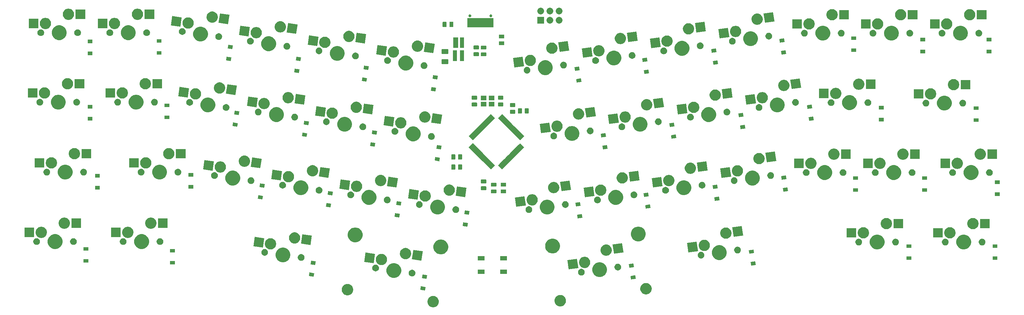
<source format=gbr>
G04 #@! TF.GenerationSoftware,KiCad,Pcbnew,(5.1.4-0-10_14)*
G04 #@! TF.CreationDate,2020-05-03T16:56:18-05:00*
G04 #@! TF.ProjectId,minister,6d696e69-7374-4657-922e-6b696361645f,rev?*
G04 #@! TF.SameCoordinates,Original*
G04 #@! TF.FileFunction,Soldermask,Bot*
G04 #@! TF.FilePolarity,Negative*
%FSLAX46Y46*%
G04 Gerber Fmt 4.6, Leading zero omitted, Abs format (unit mm)*
G04 Created by KiCad (PCBNEW (5.1.4-0-10_14)) date 2020-05-03 16:56:18*
%MOMM*%
%LPD*%
G04 APERTURE LIST*
%ADD10C,0.100000*%
G04 APERTURE END LIST*
D10*
G36*
X127260107Y-149303997D02*
G01*
X127349652Y-149341088D01*
X127546737Y-149422723D01*
X127546738Y-149422724D01*
X127804700Y-149595088D01*
X128024079Y-149814467D01*
X128139249Y-149986832D01*
X128196444Y-150072430D01*
X128209960Y-150105061D01*
X128315170Y-150359060D01*
X128345433Y-150511204D01*
X128375696Y-150663346D01*
X128375696Y-150973596D01*
X128315170Y-151277882D01*
X128265992Y-151396608D01*
X128196444Y-151564512D01*
X128193796Y-151568475D01*
X128024079Y-151822475D01*
X127804700Y-152041854D01*
X127658605Y-152139471D01*
X127546737Y-152214219D01*
X127378833Y-152283767D01*
X127260107Y-152332945D01*
X126955821Y-152393471D01*
X126645571Y-152393471D01*
X126341285Y-152332945D01*
X126222559Y-152283767D01*
X126054655Y-152214219D01*
X125942787Y-152139471D01*
X125796692Y-152041854D01*
X125577313Y-151822475D01*
X125407596Y-151568475D01*
X125404948Y-151564512D01*
X125335400Y-151396608D01*
X125286222Y-151277882D01*
X125225696Y-150973596D01*
X125225696Y-150663346D01*
X125286222Y-150359060D01*
X125391432Y-150105061D01*
X125404948Y-150072430D01*
X125462143Y-149986832D01*
X125577313Y-149814467D01*
X125796692Y-149595088D01*
X126054654Y-149422724D01*
X126054655Y-149422723D01*
X126251740Y-149341088D01*
X126341285Y-149303997D01*
X126645571Y-149243471D01*
X126955821Y-149243471D01*
X127260107Y-149303997D01*
X127260107Y-149303997D01*
G37*
G36*
X162177571Y-149019734D02*
G01*
X162329715Y-149049997D01*
X162448441Y-149099175D01*
X162616345Y-149168723D01*
X162616346Y-149168724D01*
X162874308Y-149341088D01*
X163093687Y-149560467D01*
X163208857Y-149732832D01*
X163266052Y-149818430D01*
X163335600Y-149986334D01*
X163371262Y-150072429D01*
X163384778Y-150105061D01*
X163435302Y-150359060D01*
X163445304Y-150409347D01*
X163445304Y-150719595D01*
X163394781Y-150973595D01*
X163384778Y-151023881D01*
X163266052Y-151310512D01*
X163266051Y-151310513D01*
X163093687Y-151568475D01*
X162874308Y-151787854D01*
X162701943Y-151903024D01*
X162616345Y-151960219D01*
X162448441Y-152029767D01*
X162329715Y-152078945D01*
X162177571Y-152109208D01*
X162025429Y-152139471D01*
X161715179Y-152139471D01*
X161563037Y-152109208D01*
X161410893Y-152078945D01*
X161292167Y-152029767D01*
X161124263Y-151960219D01*
X161038665Y-151903024D01*
X160866300Y-151787854D01*
X160646921Y-151568475D01*
X160474557Y-151310513D01*
X160474556Y-151310512D01*
X160355830Y-151023881D01*
X160345828Y-150973595D01*
X160295304Y-150719595D01*
X160295304Y-150409347D01*
X160305307Y-150359060D01*
X160355830Y-150105061D01*
X160369347Y-150072429D01*
X160405008Y-149986334D01*
X160474556Y-149818430D01*
X160531751Y-149732832D01*
X160646921Y-149560467D01*
X160866300Y-149341088D01*
X161124262Y-149168724D01*
X161124263Y-149168723D01*
X161292167Y-149099175D01*
X161410893Y-149049997D01*
X161563037Y-149019734D01*
X161715179Y-148989471D01*
X162025429Y-148989471D01*
X162177571Y-149019734D01*
X162177571Y-149019734D01*
G37*
G36*
X103464323Y-145950837D02*
G01*
X103616467Y-145981100D01*
X103706012Y-146018191D01*
X103903097Y-146099826D01*
X103903098Y-146099827D01*
X104161060Y-146272191D01*
X104380439Y-146491570D01*
X104495609Y-146663935D01*
X104552804Y-146749533D01*
X104566320Y-146782164D01*
X104671530Y-147036163D01*
X104732056Y-147340449D01*
X104732056Y-147650699D01*
X104709784Y-147762668D01*
X104671530Y-147954985D01*
X104622352Y-148073711D01*
X104552804Y-148241615D01*
X104550156Y-148245578D01*
X104380439Y-148499578D01*
X104161060Y-148718957D01*
X104014965Y-148816574D01*
X103903097Y-148891322D01*
X103735193Y-148960870D01*
X103616467Y-149010048D01*
X103312181Y-149070574D01*
X103001931Y-149070574D01*
X102697645Y-149010048D01*
X102578919Y-148960870D01*
X102411015Y-148891322D01*
X102299147Y-148816574D01*
X102153052Y-148718957D01*
X101933673Y-148499578D01*
X101763956Y-148245578D01*
X101761308Y-148241615D01*
X101691760Y-148073711D01*
X101642582Y-147954985D01*
X101604328Y-147762668D01*
X101582056Y-147650699D01*
X101582056Y-147340449D01*
X101642582Y-147036163D01*
X101747792Y-146782164D01*
X101761308Y-146749533D01*
X101818503Y-146663935D01*
X101933673Y-146491570D01*
X102153052Y-146272191D01*
X102411014Y-146099827D01*
X102411015Y-146099826D01*
X102608100Y-146018191D01*
X102697645Y-145981100D01*
X102849789Y-145950837D01*
X103001931Y-145920574D01*
X103312181Y-145920574D01*
X103464323Y-145950837D01*
X103464323Y-145950837D01*
G37*
G36*
X185973355Y-145727100D02*
G01*
X186092081Y-145776278D01*
X186259985Y-145845826D01*
X186259986Y-145845827D01*
X186517948Y-146018191D01*
X186737327Y-146237570D01*
X186852497Y-146409935D01*
X186909692Y-146495533D01*
X186979240Y-146663437D01*
X187014902Y-146749532D01*
X187028418Y-146782164D01*
X187078942Y-147036163D01*
X187088944Y-147086450D01*
X187088944Y-147396698D01*
X187038421Y-147650698D01*
X187028418Y-147700984D01*
X186909692Y-147987615D01*
X186909691Y-147987616D01*
X186737327Y-148245578D01*
X186517948Y-148464957D01*
X186345583Y-148580127D01*
X186259985Y-148637322D01*
X186092081Y-148706870D01*
X185973355Y-148756048D01*
X185669069Y-148816574D01*
X185358819Y-148816574D01*
X185054533Y-148756048D01*
X184935807Y-148706870D01*
X184767903Y-148637322D01*
X184682305Y-148580127D01*
X184509940Y-148464957D01*
X184290561Y-148245578D01*
X184118197Y-147987616D01*
X184118196Y-147987615D01*
X183999470Y-147700984D01*
X183989468Y-147650698D01*
X183938944Y-147396698D01*
X183938944Y-147086450D01*
X183948947Y-147036163D01*
X183999470Y-146782164D01*
X184012987Y-146749532D01*
X184048648Y-146663437D01*
X184118196Y-146495533D01*
X184175391Y-146409935D01*
X184290561Y-146237570D01*
X184509940Y-146018191D01*
X184767902Y-145845827D01*
X184767903Y-145845826D01*
X184935807Y-145776278D01*
X185054533Y-145727100D01*
X185358819Y-145666574D01*
X185669069Y-145666574D01*
X185973355Y-145727100D01*
X185973355Y-145727100D01*
G37*
G36*
X124690754Y-146770419D02*
G01*
X124551303Y-147762668D01*
X123261974Y-147581465D01*
X123401425Y-146589216D01*
X124690754Y-146770419D01*
X124690754Y-146770419D01*
G37*
G36*
X182681026Y-144533465D02*
G01*
X181391697Y-144714668D01*
X181252246Y-143722419D01*
X182541575Y-143541216D01*
X182681026Y-144533465D01*
X182681026Y-144533465D01*
G37*
G36*
X125150026Y-143502535D02*
G01*
X125010575Y-144494784D01*
X123721246Y-144313581D01*
X123860697Y-143321332D01*
X125150026Y-143502535D01*
X125150026Y-143502535D01*
G37*
G36*
X116547474Y-140273684D02*
G01*
X116738962Y-140353001D01*
X116919623Y-140427833D01*
X117254548Y-140651623D01*
X117539377Y-140936452D01*
X117763167Y-141271377D01*
X117763167Y-141271378D01*
X117917316Y-141643526D01*
X117995900Y-142038594D01*
X117995900Y-142441406D01*
X117917316Y-142836474D01*
X117868377Y-142954622D01*
X117763167Y-143208623D01*
X117539377Y-143543548D01*
X117254548Y-143828377D01*
X116919623Y-144052167D01*
X116765474Y-144116017D01*
X116547474Y-144206316D01*
X116152406Y-144284900D01*
X115749594Y-144284900D01*
X115354526Y-144206316D01*
X115136526Y-144116017D01*
X114982377Y-144052167D01*
X114647452Y-143828377D01*
X114362623Y-143543548D01*
X114138833Y-143208623D01*
X114033623Y-142954622D01*
X113984684Y-142836474D01*
X113906100Y-142441406D01*
X113906100Y-142038594D01*
X113984684Y-141643526D01*
X114138833Y-141271378D01*
X114138833Y-141271377D01*
X114362623Y-140936452D01*
X114647452Y-140651623D01*
X114982377Y-140427833D01*
X115163038Y-140353001D01*
X115354526Y-140273684D01*
X115749594Y-140195100D01*
X116152406Y-140195100D01*
X116547474Y-140273684D01*
X116547474Y-140273684D01*
G37*
G36*
X173316474Y-140019684D02*
G01*
X173534474Y-140109983D01*
X173688623Y-140173833D01*
X174023548Y-140397623D01*
X174308377Y-140682452D01*
X174532167Y-141017377D01*
X174532167Y-141017378D01*
X174686316Y-141389526D01*
X174764900Y-141784594D01*
X174764900Y-142187406D01*
X174686316Y-142582474D01*
X174647205Y-142676895D01*
X174532167Y-142954623D01*
X174308377Y-143289548D01*
X174023548Y-143574377D01*
X173688623Y-143798167D01*
X173615689Y-143828377D01*
X173316474Y-143952316D01*
X172921406Y-144030900D01*
X172518594Y-144030900D01*
X172123526Y-143952316D01*
X171824311Y-143828377D01*
X171751377Y-143798167D01*
X171416452Y-143574377D01*
X171131623Y-143289548D01*
X170907833Y-142954623D01*
X170792795Y-142676895D01*
X170753684Y-142582474D01*
X170675100Y-142187406D01*
X170675100Y-141784594D01*
X170753684Y-141389526D01*
X170907833Y-141017378D01*
X170907833Y-141017377D01*
X171131623Y-140682452D01*
X171416452Y-140397623D01*
X171751377Y-140173833D01*
X171905526Y-140109983D01*
X172123526Y-140019684D01*
X172518594Y-139941100D01*
X172921406Y-139941100D01*
X173316474Y-140019684D01*
X173316474Y-140019684D01*
G37*
G36*
X93956754Y-142960419D02*
G01*
X93817303Y-143952668D01*
X92527974Y-143771465D01*
X92667425Y-142779216D01*
X93956754Y-142960419D01*
X93956754Y-142960419D01*
G37*
G36*
X121251666Y-142056584D02*
G01*
X121420188Y-142126388D01*
X121571853Y-142227727D01*
X121700834Y-142356708D01*
X121802173Y-142508373D01*
X121871977Y-142676895D01*
X121907562Y-142855796D01*
X121907562Y-143038202D01*
X121871977Y-143217103D01*
X121802173Y-143385625D01*
X121700834Y-143537290D01*
X121571853Y-143666271D01*
X121420188Y-143767610D01*
X121251666Y-143837414D01*
X121072765Y-143872999D01*
X120890359Y-143872999D01*
X120711458Y-143837414D01*
X120542936Y-143767610D01*
X120391271Y-143666271D01*
X120262290Y-143537290D01*
X120160951Y-143385625D01*
X120091147Y-143217103D01*
X120055562Y-143038202D01*
X120055562Y-142855796D01*
X120091147Y-142676895D01*
X120160951Y-142508373D01*
X120262290Y-142356708D01*
X120391271Y-142227727D01*
X120542936Y-142126388D01*
X120711458Y-142056584D01*
X120890359Y-142020999D01*
X121072765Y-142020999D01*
X121251666Y-142056584D01*
X121251666Y-142056584D01*
G37*
G36*
X167959542Y-141802584D02*
G01*
X168128064Y-141872388D01*
X168279729Y-141973727D01*
X168408710Y-142102708D01*
X168510049Y-142254373D01*
X168579853Y-142422895D01*
X168615438Y-142601796D01*
X168615438Y-142784202D01*
X168579853Y-142963103D01*
X168510049Y-143131625D01*
X168408710Y-143283290D01*
X168279729Y-143412271D01*
X168128064Y-143513610D01*
X167959542Y-143583414D01*
X167780641Y-143618999D01*
X167598235Y-143618999D01*
X167419334Y-143583414D01*
X167250812Y-143513610D01*
X167099147Y-143412271D01*
X166970166Y-143283290D01*
X166868827Y-143131625D01*
X166799023Y-142963103D01*
X166763438Y-142784202D01*
X166763438Y-142601796D01*
X166799023Y-142422895D01*
X166868827Y-142254373D01*
X166970166Y-142102708D01*
X167099147Y-141973727D01*
X167250812Y-141872388D01*
X167419334Y-141802584D01*
X167598235Y-141766999D01*
X167780641Y-141766999D01*
X167959542Y-141802584D01*
X167959542Y-141802584D01*
G37*
G36*
X147180000Y-143167000D02*
G01*
X145278000Y-143167000D01*
X145278000Y-141965000D01*
X147180000Y-141965000D01*
X147180000Y-143167000D01*
X147180000Y-143167000D01*
G37*
G36*
X140980000Y-143167000D02*
G01*
X139078000Y-143167000D01*
X139078000Y-141965000D01*
X140980000Y-141965000D01*
X140980000Y-143167000D01*
X140980000Y-143167000D01*
G37*
G36*
X111190542Y-140642586D02*
G01*
X111359064Y-140712390D01*
X111510729Y-140813729D01*
X111639710Y-140942710D01*
X111741049Y-141094375D01*
X111810853Y-141262897D01*
X111846438Y-141441798D01*
X111846438Y-141624204D01*
X111810853Y-141803105D01*
X111741049Y-141971627D01*
X111639710Y-142123292D01*
X111510729Y-142252273D01*
X111359064Y-142353612D01*
X111190542Y-142423416D01*
X111011641Y-142459001D01*
X110829235Y-142459001D01*
X110650334Y-142423416D01*
X110481812Y-142353612D01*
X110330147Y-142252273D01*
X110201166Y-142123292D01*
X110099827Y-141971627D01*
X110030023Y-141803105D01*
X109994438Y-141624204D01*
X109994438Y-141441798D01*
X110030023Y-141262897D01*
X110099827Y-141094375D01*
X110201166Y-140942710D01*
X110330147Y-140813729D01*
X110481812Y-140712390D01*
X110650334Y-140642586D01*
X110829235Y-140607001D01*
X111011641Y-140607001D01*
X111190542Y-140642586D01*
X111190542Y-140642586D01*
G37*
G36*
X178020666Y-140388586D02*
G01*
X178189188Y-140458390D01*
X178340853Y-140559729D01*
X178469834Y-140688710D01*
X178571173Y-140840375D01*
X178640977Y-141008897D01*
X178676562Y-141187798D01*
X178676562Y-141370204D01*
X178640977Y-141549105D01*
X178571173Y-141717627D01*
X178469834Y-141869292D01*
X178340853Y-141998273D01*
X178189188Y-142099612D01*
X178020666Y-142169416D01*
X177841765Y-142205001D01*
X177659359Y-142205001D01*
X177480458Y-142169416D01*
X177311936Y-142099612D01*
X177160271Y-141998273D01*
X177031290Y-141869292D01*
X176929951Y-141717627D01*
X176860147Y-141549105D01*
X176824562Y-141370204D01*
X176824562Y-141187798D01*
X176860147Y-141008897D01*
X176929951Y-140840375D01*
X177031290Y-140688710D01*
X177160271Y-140559729D01*
X177311936Y-140458390D01*
X177480458Y-140388586D01*
X177659359Y-140353001D01*
X177841765Y-140353001D01*
X178020666Y-140388586D01*
X178020666Y-140388586D01*
G37*
G36*
X166844611Y-141560556D02*
G01*
X164218420Y-141929643D01*
X163856291Y-139352966D01*
X166482482Y-138983879D01*
X166844611Y-141560556D01*
X166844611Y-141560556D01*
G37*
G36*
X168795743Y-138459796D02*
G01*
X169045989Y-138509573D01*
X169328253Y-138626490D01*
X169582284Y-138796228D01*
X169798320Y-139012264D01*
X169968058Y-139266295D01*
X170084975Y-139548559D01*
X170144579Y-139848209D01*
X170144579Y-140153729D01*
X170084975Y-140453379D01*
X169968058Y-140735643D01*
X169798320Y-140989674D01*
X169582284Y-141205710D01*
X169328253Y-141375448D01*
X169045989Y-141492365D01*
X168896164Y-141522167D01*
X168746340Y-141551969D01*
X168440818Y-141551969D01*
X168290994Y-141522167D01*
X168141169Y-141492365D01*
X167858905Y-141375448D01*
X167604874Y-141205710D01*
X167388838Y-140989674D01*
X167219100Y-140735643D01*
X167102183Y-140453379D01*
X167042579Y-140153729D01*
X167042579Y-139848209D01*
X167102183Y-139548559D01*
X167219100Y-139266295D01*
X167388838Y-139012264D01*
X167604874Y-138796228D01*
X167858905Y-138626490D01*
X168141169Y-138509573D01*
X168391415Y-138459796D01*
X168440818Y-138449969D01*
X168746340Y-138449969D01*
X168795743Y-138459796D01*
X168795743Y-138459796D01*
G37*
G36*
X182221754Y-141265581D02*
G01*
X180932425Y-141446784D01*
X180792974Y-140454535D01*
X182082303Y-140273332D01*
X182221754Y-141265581D01*
X182221754Y-141265581D01*
G37*
G36*
X215803662Y-140706407D02*
G01*
X214514333Y-140887610D01*
X214374882Y-139895361D01*
X215664211Y-139714158D01*
X215803662Y-140706407D01*
X215803662Y-140706407D01*
G37*
G36*
X112735396Y-137653626D02*
G01*
X112983988Y-137703074D01*
X113266252Y-137819991D01*
X113520283Y-137989729D01*
X113736319Y-138205765D01*
X113906057Y-138459796D01*
X114022974Y-138742060D01*
X114082578Y-139041710D01*
X114082578Y-139347230D01*
X114022974Y-139646880D01*
X113906057Y-139929144D01*
X113736319Y-140183175D01*
X113520283Y-140399211D01*
X113266252Y-140568949D01*
X112983988Y-140685866D01*
X112880721Y-140706407D01*
X112684339Y-140745470D01*
X112378817Y-140745470D01*
X112182435Y-140706407D01*
X112079168Y-140685866D01*
X111796904Y-140568949D01*
X111542873Y-140399211D01*
X111326837Y-140183175D01*
X111157099Y-139929144D01*
X111040182Y-139646880D01*
X110980578Y-139347230D01*
X110980578Y-139041710D01*
X111040182Y-138742060D01*
X111157099Y-138459796D01*
X111326837Y-138205765D01*
X111542873Y-137989729D01*
X111796904Y-137819991D01*
X112079168Y-137703074D01*
X112327760Y-137653626D01*
X112378817Y-137643470D01*
X112684339Y-137643470D01*
X112735396Y-137653626D01*
X112735396Y-137653626D01*
G37*
G36*
X94416026Y-139692535D02*
G01*
X94276575Y-140684784D01*
X92987246Y-140503581D01*
X93126697Y-139511332D01*
X94416026Y-139692535D01*
X94416026Y-139692535D01*
G37*
G36*
X55515000Y-140581000D02*
G01*
X54213000Y-140581000D01*
X54213000Y-139579000D01*
X55515000Y-139579000D01*
X55515000Y-140581000D01*
X55515000Y-140581000D01*
G37*
G36*
X110782610Y-137634883D02*
G01*
X110420481Y-140211560D01*
X107794290Y-139842473D01*
X108156419Y-137265796D01*
X110782610Y-137634883D01*
X110782610Y-137634883D01*
G37*
G36*
X31639000Y-140073000D02*
G01*
X30337000Y-140073000D01*
X30337000Y-139071000D01*
X31639000Y-139071000D01*
X31639000Y-140073000D01*
X31639000Y-140073000D01*
G37*
G36*
X85940474Y-135955684D02*
G01*
X86135921Y-136036641D01*
X86312623Y-136109833D01*
X86647548Y-136333623D01*
X86932377Y-136618452D01*
X87156167Y-136953377D01*
X87156167Y-136953378D01*
X87310316Y-137325526D01*
X87388900Y-137720594D01*
X87388900Y-138123406D01*
X87310316Y-138518474D01*
X87283054Y-138584289D01*
X87156167Y-138890623D01*
X86932377Y-139225548D01*
X86647548Y-139510377D01*
X86312623Y-139734167D01*
X86158474Y-139798017D01*
X85940474Y-139888316D01*
X85545406Y-139966900D01*
X85142594Y-139966900D01*
X84747526Y-139888316D01*
X84529526Y-139798017D01*
X84375377Y-139734167D01*
X84040452Y-139510377D01*
X83755623Y-139225548D01*
X83531833Y-138890623D01*
X83404946Y-138584289D01*
X83377684Y-138518474D01*
X83299100Y-138123406D01*
X83299100Y-137720594D01*
X83377684Y-137325526D01*
X83531833Y-136953378D01*
X83531833Y-136953377D01*
X83755623Y-136618452D01*
X84040452Y-136333623D01*
X84375377Y-136109833D01*
X84552079Y-136036641D01*
X84747526Y-135955684D01*
X85142594Y-135877100D01*
X85545406Y-135877100D01*
X85940474Y-135955684D01*
X85940474Y-135955684D01*
G37*
G36*
X90644666Y-137738584D02*
G01*
X90813188Y-137808388D01*
X90964853Y-137909727D01*
X91093834Y-138038708D01*
X91195173Y-138190373D01*
X91264977Y-138358895D01*
X91300562Y-138537796D01*
X91300562Y-138720202D01*
X91264977Y-138899103D01*
X91195173Y-139067625D01*
X91093834Y-139219290D01*
X90964853Y-139348271D01*
X90813188Y-139449610D01*
X90644666Y-139519414D01*
X90465765Y-139554999D01*
X90283359Y-139554999D01*
X90104458Y-139519414D01*
X89935936Y-139449610D01*
X89784271Y-139348271D01*
X89655290Y-139219290D01*
X89553951Y-139067625D01*
X89484147Y-138899103D01*
X89448562Y-138720202D01*
X89448562Y-138537796D01*
X89484147Y-138358895D01*
X89553951Y-138190373D01*
X89655290Y-138038708D01*
X89784271Y-137909727D01*
X89935936Y-137808388D01*
X90104458Y-137738584D01*
X90283359Y-137702999D01*
X90465765Y-137702999D01*
X90644666Y-137738584D01*
X90644666Y-137738584D01*
G37*
G36*
X123937305Y-136918692D02*
G01*
X123575176Y-139495369D01*
X120948985Y-139126282D01*
X121311114Y-136549605D01*
X123937305Y-136918692D01*
X123937305Y-136918692D01*
G37*
G36*
X140980000Y-139467000D02*
G01*
X139078000Y-139467000D01*
X139078000Y-138265000D01*
X140980000Y-138265000D01*
X140980000Y-139467000D01*
X140980000Y-139467000D01*
G37*
G36*
X147180000Y-139467000D02*
G01*
X145278000Y-139467000D01*
X145278000Y-138265000D01*
X147180000Y-138265000D01*
X147180000Y-139467000D01*
X147180000Y-139467000D01*
G37*
G36*
X206336474Y-135320684D02*
G01*
X206521195Y-135397198D01*
X206708623Y-135474833D01*
X207043548Y-135698623D01*
X207328377Y-135983452D01*
X207552167Y-136318377D01*
X207603128Y-136441408D01*
X207706316Y-136690526D01*
X207784900Y-137085594D01*
X207784900Y-137488406D01*
X207706316Y-137883474D01*
X207662303Y-137989730D01*
X207552167Y-138255623D01*
X207328377Y-138590548D01*
X207043548Y-138875377D01*
X206708623Y-139099167D01*
X206672962Y-139113938D01*
X206336474Y-139253316D01*
X205941406Y-139331900D01*
X205538594Y-139331900D01*
X205143526Y-139253316D01*
X204807038Y-139113938D01*
X204771377Y-139099167D01*
X204436452Y-138875377D01*
X204151623Y-138590548D01*
X203927833Y-138255623D01*
X203817697Y-137989730D01*
X203773684Y-137883474D01*
X203695100Y-137488406D01*
X203695100Y-137085594D01*
X203773684Y-136690526D01*
X203876872Y-136441408D01*
X203927833Y-136318377D01*
X204151623Y-135983452D01*
X204436452Y-135698623D01*
X204771377Y-135474833D01*
X204958805Y-135397198D01*
X205143526Y-135320684D01*
X205538594Y-135242100D01*
X205941406Y-135242100D01*
X206336474Y-135320684D01*
X206336474Y-135320684D01*
G37*
G36*
X282464000Y-139311000D02*
G01*
X281162000Y-139311000D01*
X281162000Y-138309000D01*
X282464000Y-138309000D01*
X282464000Y-139311000D01*
X282464000Y-139311000D01*
G37*
G36*
X258715000Y-139311000D02*
G01*
X257413000Y-139311000D01*
X257413000Y-138309000D01*
X258715000Y-138309000D01*
X258715000Y-139311000D01*
X258715000Y-139311000D01*
G37*
G36*
X119450231Y-136036641D02*
G01*
X119625690Y-136071542D01*
X119907954Y-136188459D01*
X120161985Y-136358197D01*
X120378021Y-136574233D01*
X120547759Y-136828264D01*
X120664676Y-137110528D01*
X120688568Y-137230643D01*
X120724280Y-137410177D01*
X120724280Y-137715699D01*
X120713143Y-137771686D01*
X120664676Y-138015348D01*
X120547759Y-138297612D01*
X120378021Y-138551643D01*
X120161985Y-138767679D01*
X119907954Y-138937417D01*
X119625690Y-139054334D01*
X119541904Y-139071000D01*
X119326041Y-139113938D01*
X119020519Y-139113938D01*
X118804656Y-139071000D01*
X118720870Y-139054334D01*
X118438606Y-138937417D01*
X118184575Y-138767679D01*
X117968539Y-138551643D01*
X117798801Y-138297612D01*
X117681884Y-138015348D01*
X117633417Y-137771686D01*
X117622280Y-137715699D01*
X117622280Y-137410177D01*
X117657992Y-137230643D01*
X117681884Y-137110528D01*
X117798801Y-136828264D01*
X117968539Y-136574233D01*
X118184575Y-136358197D01*
X118438606Y-136188459D01*
X118720870Y-136071542D01*
X118896329Y-136036641D01*
X119020519Y-136011938D01*
X119326041Y-136011938D01*
X119450231Y-136036641D01*
X119450231Y-136036641D01*
G37*
G36*
X200979542Y-137103584D02*
G01*
X201148064Y-137173388D01*
X201299729Y-137274727D01*
X201428710Y-137403708D01*
X201530049Y-137555373D01*
X201599853Y-137723895D01*
X201635438Y-137902796D01*
X201635438Y-138085202D01*
X201599853Y-138264103D01*
X201530049Y-138432625D01*
X201428710Y-138584290D01*
X201299729Y-138713271D01*
X201148064Y-138814610D01*
X200979542Y-138884414D01*
X200800641Y-138919999D01*
X200618235Y-138919999D01*
X200439334Y-138884414D01*
X200270812Y-138814610D01*
X200119147Y-138713271D01*
X199990166Y-138584290D01*
X199888827Y-138432625D01*
X199819023Y-138264103D01*
X199783438Y-138085202D01*
X199783438Y-137902796D01*
X199819023Y-137723895D01*
X199888827Y-137555373D01*
X199990166Y-137403708D01*
X200119147Y-137274727D01*
X200270812Y-137173388D01*
X200439334Y-137103584D01*
X200618235Y-137067999D01*
X200800641Y-137067999D01*
X200979542Y-137103584D01*
X200979542Y-137103584D01*
G37*
G36*
X174830867Y-135080741D02*
G01*
X174980692Y-135110543D01*
X175262956Y-135227460D01*
X175516987Y-135397198D01*
X175733023Y-135613234D01*
X175902761Y-135867265D01*
X176019678Y-136149529D01*
X176030775Y-136205316D01*
X176079282Y-136449178D01*
X176079282Y-136754700D01*
X176074970Y-136776376D01*
X176019678Y-137054349D01*
X175902761Y-137336613D01*
X175733023Y-137590644D01*
X175516987Y-137806680D01*
X175262956Y-137976418D01*
X174980692Y-138093335D01*
X174830867Y-138123137D01*
X174681043Y-138152939D01*
X174375521Y-138152939D01*
X174225697Y-138123137D01*
X174075872Y-138093335D01*
X173793608Y-137976418D01*
X173539577Y-137806680D01*
X173323541Y-137590644D01*
X173153803Y-137336613D01*
X173036886Y-137054349D01*
X172981594Y-136776376D01*
X172977282Y-136754700D01*
X172977282Y-136449178D01*
X173025789Y-136205316D01*
X173036886Y-136149529D01*
X173153803Y-135867265D01*
X173323541Y-135613234D01*
X173539577Y-135397198D01*
X173793608Y-135227460D01*
X174075872Y-135110543D01*
X174225697Y-135080741D01*
X174375521Y-135050939D01*
X174681043Y-135050939D01*
X174830867Y-135080741D01*
X174830867Y-135080741D01*
G37*
G36*
X80583542Y-136324586D02*
G01*
X80752064Y-136394390D01*
X80903729Y-136495729D01*
X81032710Y-136624710D01*
X81134049Y-136776375D01*
X81203853Y-136944897D01*
X81239438Y-137123798D01*
X81239438Y-137306204D01*
X81203853Y-137485105D01*
X81134049Y-137653627D01*
X81032710Y-137805292D01*
X80903729Y-137934273D01*
X80752064Y-138035612D01*
X80583542Y-138105416D01*
X80404641Y-138141001D01*
X80222235Y-138141001D01*
X80043334Y-138105416D01*
X79874812Y-138035612D01*
X79723147Y-137934273D01*
X79594166Y-137805292D01*
X79492827Y-137653627D01*
X79423023Y-137485105D01*
X79387438Y-137306204D01*
X79387438Y-137123798D01*
X79423023Y-136944897D01*
X79492827Y-136776375D01*
X79594166Y-136624710D01*
X79723147Y-136495729D01*
X79874812Y-136394390D01*
X80043334Y-136324586D01*
X80222235Y-136289001D01*
X80404641Y-136289001D01*
X80583542Y-136324586D01*
X80583542Y-136324586D01*
G37*
G36*
X129518168Y-133760470D02*
G01*
X129639127Y-133810573D01*
X129890317Y-133914619D01*
X130225242Y-134138409D01*
X130510071Y-134423238D01*
X130733861Y-134758163D01*
X130771718Y-134849559D01*
X130888010Y-135130312D01*
X130966594Y-135525380D01*
X130966594Y-135928192D01*
X130888010Y-136323260D01*
X130819442Y-136488798D01*
X130733861Y-136695409D01*
X130510071Y-137030334D01*
X130225242Y-137315163D01*
X129890317Y-137538953D01*
X129765526Y-137590643D01*
X129518168Y-137693102D01*
X129123100Y-137771686D01*
X128720288Y-137771686D01*
X128325220Y-137693102D01*
X128077862Y-137590643D01*
X127953071Y-137538953D01*
X127618146Y-137315163D01*
X127333317Y-137030334D01*
X127109527Y-136695409D01*
X127023946Y-136488798D01*
X126955378Y-136323260D01*
X126876794Y-135928192D01*
X126876794Y-135525380D01*
X126955378Y-135130312D01*
X127071670Y-134849559D01*
X127109527Y-134758163D01*
X127333317Y-134423238D01*
X127618146Y-134138409D01*
X127953071Y-133914619D01*
X128204261Y-133810573D01*
X128325220Y-133760470D01*
X128720288Y-133681886D01*
X129123100Y-133681886D01*
X129518168Y-133760470D01*
X129518168Y-133760470D01*
G37*
G36*
X215344390Y-137438523D02*
G01*
X214055061Y-137619726D01*
X213915610Y-136627477D01*
X215204939Y-136446274D01*
X215344390Y-137438523D01*
X215344390Y-137438523D01*
G37*
G36*
X179292307Y-137246184D02*
G01*
X176666116Y-137615271D01*
X176303987Y-135038594D01*
X178930178Y-134669507D01*
X179292307Y-137246184D01*
X179292307Y-137246184D01*
G37*
G36*
X160345780Y-133506470D02*
G01*
X160563780Y-133596769D01*
X160717929Y-133660619D01*
X161052854Y-133884409D01*
X161337683Y-134169238D01*
X161561473Y-134504163D01*
X161616124Y-134636103D01*
X161715622Y-134876312D01*
X161794206Y-135271380D01*
X161794206Y-135674192D01*
X161715622Y-136069260D01*
X161640364Y-136250949D01*
X161561473Y-136441409D01*
X161337683Y-136776334D01*
X161052854Y-137061163D01*
X160717929Y-137284953D01*
X160593215Y-137336611D01*
X160345780Y-137439102D01*
X159950712Y-137517686D01*
X159547900Y-137517686D01*
X159152832Y-137439102D01*
X158905397Y-137336611D01*
X158780683Y-137284953D01*
X158445758Y-137061163D01*
X158160929Y-136776334D01*
X157937139Y-136441409D01*
X157858248Y-136250949D01*
X157782990Y-136069260D01*
X157704406Y-135674192D01*
X157704406Y-135271380D01*
X157782990Y-134876312D01*
X157882488Y-134636103D01*
X157937139Y-134504163D01*
X158160929Y-134169238D01*
X158445758Y-133884409D01*
X158780683Y-133660619D01*
X158934832Y-133596769D01*
X159152832Y-133506470D01*
X159547900Y-133427886D01*
X159950712Y-133427886D01*
X160345780Y-133506470D01*
X160345780Y-133506470D01*
G37*
G36*
X211040666Y-135689586D02*
G01*
X211209188Y-135759390D01*
X211360853Y-135860729D01*
X211489834Y-135989710D01*
X211591173Y-136141375D01*
X211660977Y-136309897D01*
X211696562Y-136488798D01*
X211696562Y-136671204D01*
X211660977Y-136850105D01*
X211591173Y-137018627D01*
X211489834Y-137170292D01*
X211360853Y-137299273D01*
X211209188Y-137400612D01*
X211040666Y-137470416D01*
X210861765Y-137506001D01*
X210679359Y-137506001D01*
X210500458Y-137470416D01*
X210331936Y-137400612D01*
X210180271Y-137299273D01*
X210051290Y-137170292D01*
X209949951Y-137018627D01*
X209880147Y-136850105D01*
X209844562Y-136671204D01*
X209844562Y-136488798D01*
X209880147Y-136309897D01*
X209949951Y-136141375D01*
X210051290Y-135989710D01*
X210180271Y-135860729D01*
X210331936Y-135759390D01*
X210500458Y-135689586D01*
X210679359Y-135654001D01*
X210861765Y-135654001D01*
X211040666Y-135689586D01*
X211040666Y-135689586D01*
G37*
G36*
X55515000Y-137281000D02*
G01*
X54213000Y-137281000D01*
X54213000Y-136279000D01*
X55515000Y-136279000D01*
X55515000Y-137281000D01*
X55515000Y-137281000D01*
G37*
G36*
X199864611Y-136861556D02*
G01*
X197238420Y-137230643D01*
X196876291Y-134653966D01*
X199502482Y-134284879D01*
X199864611Y-136861556D01*
X199864611Y-136861556D01*
G37*
G36*
X201890716Y-133775709D02*
G01*
X202065989Y-133810573D01*
X202348253Y-133927490D01*
X202602284Y-134097228D01*
X202818320Y-134313264D01*
X202988058Y-134567295D01*
X203099141Y-134835475D01*
X203104975Y-134849560D01*
X203164579Y-135149208D01*
X203164579Y-135454730D01*
X203147111Y-135542547D01*
X203104975Y-135754379D01*
X202988058Y-136036643D01*
X202818320Y-136290674D01*
X202602284Y-136506710D01*
X202348253Y-136676448D01*
X202065989Y-136793365D01*
X201916164Y-136823167D01*
X201766340Y-136852969D01*
X201460818Y-136852969D01*
X201310994Y-136823167D01*
X201161169Y-136793365D01*
X200878905Y-136676448D01*
X200624874Y-136506710D01*
X200408838Y-136290674D01*
X200239100Y-136036643D01*
X200122183Y-135754379D01*
X200080047Y-135542547D01*
X200062579Y-135454730D01*
X200062579Y-135149208D01*
X200122183Y-134849560D01*
X200128017Y-134835475D01*
X200239100Y-134567295D01*
X200408838Y-134313264D01*
X200624874Y-134097228D01*
X200878905Y-133927490D01*
X201161169Y-133810573D01*
X201336442Y-133775709D01*
X201460818Y-133750969D01*
X201766340Y-133750969D01*
X201890716Y-133775709D01*
X201890716Y-133775709D01*
G37*
G36*
X31639000Y-136773000D02*
G01*
X30337000Y-136773000D01*
X30337000Y-135771000D01*
X31639000Y-135771000D01*
X31639000Y-136773000D01*
X31639000Y-136773000D01*
G37*
G36*
X82193545Y-133348585D02*
G01*
X82376988Y-133385074D01*
X82659252Y-133501991D01*
X82913283Y-133671729D01*
X83129319Y-133887765D01*
X83299057Y-134141796D01*
X83415974Y-134424060D01*
X83431907Y-134504163D01*
X83475578Y-134723709D01*
X83475578Y-135029231D01*
X83471260Y-135050939D01*
X83415974Y-135328880D01*
X83299057Y-135611144D01*
X83129319Y-135865175D01*
X82913283Y-136081211D01*
X82659252Y-136250949D01*
X82376988Y-136367866D01*
X82243643Y-136394390D01*
X82077339Y-136427470D01*
X81771817Y-136427470D01*
X81605513Y-136394390D01*
X81472168Y-136367866D01*
X81189904Y-136250949D01*
X80935873Y-136081211D01*
X80719837Y-135865175D01*
X80550099Y-135611144D01*
X80433182Y-135328880D01*
X80377896Y-135050939D01*
X80373578Y-135029231D01*
X80373578Y-134723709D01*
X80417249Y-134504163D01*
X80433182Y-134424060D01*
X80550099Y-134141796D01*
X80719837Y-133887765D01*
X80935873Y-133671729D01*
X81189904Y-133501991D01*
X81472168Y-133385074D01*
X81655611Y-133348585D01*
X81771817Y-133325470D01*
X82077339Y-133325470D01*
X82193545Y-133348585D01*
X82193545Y-133348585D01*
G37*
G36*
X249897474Y-132399684D02*
G01*
X250115474Y-132489983D01*
X250269623Y-132553833D01*
X250604548Y-132777623D01*
X250889377Y-133062452D01*
X251113167Y-133397377D01*
X251158355Y-133506471D01*
X251267316Y-133769526D01*
X251345900Y-134164594D01*
X251345900Y-134567406D01*
X251267316Y-134962474D01*
X251197795Y-135130312D01*
X251113167Y-135334623D01*
X250889377Y-135669548D01*
X250604548Y-135954377D01*
X250269623Y-136178167D01*
X250204079Y-136205316D01*
X249897474Y-136332316D01*
X249502406Y-136410900D01*
X249099594Y-136410900D01*
X248704526Y-136332316D01*
X248397921Y-136205316D01*
X248332377Y-136178167D01*
X247997452Y-135954377D01*
X247712623Y-135669548D01*
X247488833Y-135334623D01*
X247404205Y-135130312D01*
X247334684Y-134962474D01*
X247256100Y-134567406D01*
X247256100Y-134164594D01*
X247334684Y-133769526D01*
X247443645Y-133506471D01*
X247488833Y-133397377D01*
X247712623Y-133062452D01*
X247997452Y-132777623D01*
X248332377Y-132553833D01*
X248486526Y-132489983D01*
X248704526Y-132399684D01*
X249099594Y-132321100D01*
X249502406Y-132321100D01*
X249897474Y-132399684D01*
X249897474Y-132399684D01*
G37*
G36*
X273773474Y-132399684D02*
G01*
X273991474Y-132489983D01*
X274145623Y-132553833D01*
X274480548Y-132777623D01*
X274765377Y-133062452D01*
X274989167Y-133397377D01*
X275034355Y-133506471D01*
X275143316Y-133769526D01*
X275221900Y-134164594D01*
X275221900Y-134567406D01*
X275143316Y-134962474D01*
X275073795Y-135130312D01*
X274989167Y-135334623D01*
X274765377Y-135669548D01*
X274480548Y-135954377D01*
X274145623Y-136178167D01*
X274080079Y-136205316D01*
X273773474Y-136332316D01*
X273378406Y-136410900D01*
X272975594Y-136410900D01*
X272580526Y-136332316D01*
X272273921Y-136205316D01*
X272208377Y-136178167D01*
X271873452Y-135954377D01*
X271588623Y-135669548D01*
X271364833Y-135334623D01*
X271280205Y-135130312D01*
X271210684Y-134962474D01*
X271132100Y-134567406D01*
X271132100Y-134164594D01*
X271210684Y-133769526D01*
X271319645Y-133506471D01*
X271364833Y-133397377D01*
X271588623Y-133062452D01*
X271873452Y-132777623D01*
X272208377Y-132553833D01*
X272362526Y-132489983D01*
X272580526Y-132399684D01*
X272975594Y-132321100D01*
X273378406Y-132321100D01*
X273773474Y-132399684D01*
X273773474Y-132399684D01*
G37*
G36*
X46951474Y-132272684D02*
G01*
X47068360Y-132321100D01*
X47323623Y-132426833D01*
X47658548Y-132650623D01*
X47943377Y-132935452D01*
X48167167Y-133270377D01*
X48199562Y-133348586D01*
X48321316Y-133642526D01*
X48399900Y-134037594D01*
X48399900Y-134440406D01*
X48321316Y-134835474D01*
X48241059Y-135029231D01*
X48167167Y-135207623D01*
X47943377Y-135542548D01*
X47658548Y-135827377D01*
X47323623Y-136051167D01*
X47181990Y-136109833D01*
X46951474Y-136205316D01*
X46556406Y-136283900D01*
X46153594Y-136283900D01*
X45758526Y-136205316D01*
X45528010Y-136109833D01*
X45386377Y-136051167D01*
X45051452Y-135827377D01*
X44766623Y-135542548D01*
X44542833Y-135207623D01*
X44468941Y-135029231D01*
X44388684Y-134835474D01*
X44310100Y-134440406D01*
X44310100Y-134037594D01*
X44388684Y-133642526D01*
X44510438Y-133348586D01*
X44542833Y-133270377D01*
X44766623Y-132935452D01*
X45051452Y-132650623D01*
X45386377Y-132426833D01*
X45641640Y-132321100D01*
X45758526Y-132272684D01*
X46153594Y-132194100D01*
X46556406Y-132194100D01*
X46951474Y-132272684D01*
X46951474Y-132272684D01*
G37*
G36*
X23075474Y-132272684D02*
G01*
X23192360Y-132321100D01*
X23447623Y-132426833D01*
X23782548Y-132650623D01*
X24067377Y-132935452D01*
X24291167Y-133270377D01*
X24323562Y-133348586D01*
X24445316Y-133642526D01*
X24523900Y-134037594D01*
X24523900Y-134440406D01*
X24445316Y-134835474D01*
X24365059Y-135029231D01*
X24291167Y-135207623D01*
X24067377Y-135542548D01*
X23782548Y-135827377D01*
X23447623Y-136051167D01*
X23305990Y-136109833D01*
X23075474Y-136205316D01*
X22680406Y-136283900D01*
X22277594Y-136283900D01*
X21882526Y-136205316D01*
X21652010Y-136109833D01*
X21510377Y-136051167D01*
X21175452Y-135827377D01*
X20890623Y-135542548D01*
X20666833Y-135207623D01*
X20592941Y-135029231D01*
X20512684Y-134835474D01*
X20434100Y-134440406D01*
X20434100Y-134037594D01*
X20512684Y-133642526D01*
X20634438Y-133348586D01*
X20666833Y-133270377D01*
X20890623Y-132935452D01*
X21175452Y-132650623D01*
X21510377Y-132426833D01*
X21765640Y-132321100D01*
X21882526Y-132272684D01*
X22277594Y-132194100D01*
X22680406Y-132194100D01*
X23075474Y-132272684D01*
X23075474Y-132272684D01*
G37*
G36*
X282464000Y-136011000D02*
G01*
X281162000Y-136011000D01*
X281162000Y-135009000D01*
X282464000Y-135009000D01*
X282464000Y-136011000D01*
X282464000Y-136011000D01*
G37*
G36*
X258715000Y-136011000D02*
G01*
X257413000Y-136011000D01*
X257413000Y-135009000D01*
X258715000Y-135009000D01*
X258715000Y-136011000D01*
X258715000Y-136011000D01*
G37*
G36*
X80175610Y-133316883D02*
G01*
X79813481Y-135893560D01*
X77187290Y-135524473D01*
X77549419Y-132947796D01*
X80175610Y-133316883D01*
X80175610Y-133316883D01*
G37*
G36*
X278527104Y-133475585D02*
G01*
X278695626Y-133545389D01*
X278847291Y-133646728D01*
X278976272Y-133775709D01*
X279077611Y-133927374D01*
X279147415Y-134095896D01*
X279183000Y-134274797D01*
X279183000Y-134457203D01*
X279147415Y-134636104D01*
X279077611Y-134804626D01*
X278976272Y-134956291D01*
X278847291Y-135085272D01*
X278695626Y-135186611D01*
X278527104Y-135256415D01*
X278348203Y-135292000D01*
X278165797Y-135292000D01*
X277986896Y-135256415D01*
X277818374Y-135186611D01*
X277666709Y-135085272D01*
X277537728Y-134956291D01*
X277436389Y-134804626D01*
X277366585Y-134636104D01*
X277331000Y-134457203D01*
X277331000Y-134274797D01*
X277366585Y-134095896D01*
X277436389Y-133927374D01*
X277537728Y-133775709D01*
X277666709Y-133646728D01*
X277818374Y-133545389D01*
X277986896Y-133475585D01*
X278165797Y-133440000D01*
X278348203Y-133440000D01*
X278527104Y-133475585D01*
X278527104Y-133475585D01*
G37*
G36*
X244491104Y-133475585D02*
G01*
X244659626Y-133545389D01*
X244811291Y-133646728D01*
X244940272Y-133775709D01*
X245041611Y-133927374D01*
X245111415Y-134095896D01*
X245147000Y-134274797D01*
X245147000Y-134457203D01*
X245111415Y-134636104D01*
X245041611Y-134804626D01*
X244940272Y-134956291D01*
X244811291Y-135085272D01*
X244659626Y-135186611D01*
X244491104Y-135256415D01*
X244312203Y-135292000D01*
X244129797Y-135292000D01*
X243950896Y-135256415D01*
X243782374Y-135186611D01*
X243630709Y-135085272D01*
X243501728Y-134956291D01*
X243400389Y-134804626D01*
X243330585Y-134636104D01*
X243295000Y-134457203D01*
X243295000Y-134274797D01*
X243330585Y-134095896D01*
X243400389Y-133927374D01*
X243501728Y-133775709D01*
X243630709Y-133646728D01*
X243782374Y-133545389D01*
X243950896Y-133475585D01*
X244129797Y-133440000D01*
X244312203Y-133440000D01*
X244491104Y-133475585D01*
X244491104Y-133475585D01*
G37*
G36*
X254651104Y-133475585D02*
G01*
X254819626Y-133545389D01*
X254971291Y-133646728D01*
X255100272Y-133775709D01*
X255201611Y-133927374D01*
X255271415Y-134095896D01*
X255307000Y-134274797D01*
X255307000Y-134457203D01*
X255271415Y-134636104D01*
X255201611Y-134804626D01*
X255100272Y-134956291D01*
X254971291Y-135085272D01*
X254819626Y-135186611D01*
X254651104Y-135256415D01*
X254472203Y-135292000D01*
X254289797Y-135292000D01*
X254110896Y-135256415D01*
X253942374Y-135186611D01*
X253790709Y-135085272D01*
X253661728Y-134956291D01*
X253560389Y-134804626D01*
X253490585Y-134636104D01*
X253455000Y-134457203D01*
X253455000Y-134274797D01*
X253490585Y-134095896D01*
X253560389Y-133927374D01*
X253661728Y-133775709D01*
X253790709Y-133646728D01*
X253942374Y-133545389D01*
X254110896Y-133475585D01*
X254289797Y-133440000D01*
X254472203Y-133440000D01*
X254651104Y-133475585D01*
X254651104Y-133475585D01*
G37*
G36*
X268367104Y-133475585D02*
G01*
X268535626Y-133545389D01*
X268687291Y-133646728D01*
X268816272Y-133775709D01*
X268917611Y-133927374D01*
X268987415Y-134095896D01*
X269023000Y-134274797D01*
X269023000Y-134457203D01*
X268987415Y-134636104D01*
X268917611Y-134804626D01*
X268816272Y-134956291D01*
X268687291Y-135085272D01*
X268535626Y-135186611D01*
X268367104Y-135256415D01*
X268188203Y-135292000D01*
X268005797Y-135292000D01*
X267826896Y-135256415D01*
X267658374Y-135186611D01*
X267506709Y-135085272D01*
X267377728Y-134956291D01*
X267276389Y-134804626D01*
X267206585Y-134636104D01*
X267171000Y-134457203D01*
X267171000Y-134274797D01*
X267206585Y-134095896D01*
X267276389Y-133927374D01*
X267377728Y-133775709D01*
X267506709Y-133646728D01*
X267658374Y-133545389D01*
X267826896Y-133475585D01*
X268005797Y-133440000D01*
X268188203Y-133440000D01*
X268367104Y-133475585D01*
X268367104Y-133475585D01*
G37*
G36*
X93330305Y-132600692D02*
G01*
X92968176Y-135177369D01*
X90341985Y-134808282D01*
X90704114Y-132231605D01*
X93330305Y-132600692D01*
X93330305Y-132600692D01*
G37*
G36*
X27829104Y-133348585D02*
G01*
X27997626Y-133418389D01*
X28149291Y-133519728D01*
X28278272Y-133648709D01*
X28379611Y-133800374D01*
X28449415Y-133968896D01*
X28485000Y-134147797D01*
X28485000Y-134330203D01*
X28449415Y-134509104D01*
X28379611Y-134677626D01*
X28278272Y-134829291D01*
X28149291Y-134958272D01*
X27997626Y-135059611D01*
X27829104Y-135129415D01*
X27650203Y-135165000D01*
X27467797Y-135165000D01*
X27288896Y-135129415D01*
X27120374Y-135059611D01*
X26968709Y-134958272D01*
X26839728Y-134829291D01*
X26738389Y-134677626D01*
X26668585Y-134509104D01*
X26633000Y-134330203D01*
X26633000Y-134147797D01*
X26668585Y-133968896D01*
X26738389Y-133800374D01*
X26839728Y-133648709D01*
X26968709Y-133519728D01*
X27120374Y-133418389D01*
X27288896Y-133348585D01*
X27467797Y-133313000D01*
X27650203Y-133313000D01*
X27829104Y-133348585D01*
X27829104Y-133348585D01*
G37*
G36*
X17669104Y-133348585D02*
G01*
X17837626Y-133418389D01*
X17989291Y-133519728D01*
X18118272Y-133648709D01*
X18219611Y-133800374D01*
X18289415Y-133968896D01*
X18325000Y-134147797D01*
X18325000Y-134330203D01*
X18289415Y-134509104D01*
X18219611Y-134677626D01*
X18118272Y-134829291D01*
X17989291Y-134958272D01*
X17837626Y-135059611D01*
X17669104Y-135129415D01*
X17490203Y-135165000D01*
X17307797Y-135165000D01*
X17128896Y-135129415D01*
X16960374Y-135059611D01*
X16808709Y-134958272D01*
X16679728Y-134829291D01*
X16578389Y-134677626D01*
X16508585Y-134509104D01*
X16473000Y-134330203D01*
X16473000Y-134147797D01*
X16508585Y-133968896D01*
X16578389Y-133800374D01*
X16679728Y-133648709D01*
X16808709Y-133519728D01*
X16960374Y-133418389D01*
X17128896Y-133348585D01*
X17307797Y-133313000D01*
X17490203Y-133313000D01*
X17669104Y-133348585D01*
X17669104Y-133348585D01*
G37*
G36*
X41545104Y-133348585D02*
G01*
X41713626Y-133418389D01*
X41865291Y-133519728D01*
X41994272Y-133648709D01*
X42095611Y-133800374D01*
X42165415Y-133968896D01*
X42201000Y-134147797D01*
X42201000Y-134330203D01*
X42165415Y-134509104D01*
X42095611Y-134677626D01*
X41994272Y-134829291D01*
X41865291Y-134958272D01*
X41713626Y-135059611D01*
X41545104Y-135129415D01*
X41366203Y-135165000D01*
X41183797Y-135165000D01*
X41004896Y-135129415D01*
X40836374Y-135059611D01*
X40684709Y-134958272D01*
X40555728Y-134829291D01*
X40454389Y-134677626D01*
X40384585Y-134509104D01*
X40349000Y-134330203D01*
X40349000Y-134147797D01*
X40384585Y-133968896D01*
X40454389Y-133800374D01*
X40555728Y-133648709D01*
X40684709Y-133519728D01*
X40836374Y-133418389D01*
X41004896Y-133348585D01*
X41183797Y-133313000D01*
X41366203Y-133313000D01*
X41545104Y-133348585D01*
X41545104Y-133348585D01*
G37*
G36*
X51705104Y-133348585D02*
G01*
X51873626Y-133418389D01*
X52025291Y-133519728D01*
X52154272Y-133648709D01*
X52255611Y-133800374D01*
X52325415Y-133968896D01*
X52361000Y-134147797D01*
X52361000Y-134330203D01*
X52325415Y-134509104D01*
X52255611Y-134677626D01*
X52154272Y-134829291D01*
X52025291Y-134958272D01*
X51873626Y-135059611D01*
X51705104Y-135129415D01*
X51526203Y-135165000D01*
X51343797Y-135165000D01*
X51164896Y-135129415D01*
X50996374Y-135059611D01*
X50844709Y-134958272D01*
X50715728Y-134829291D01*
X50614389Y-134677626D01*
X50544585Y-134509104D01*
X50509000Y-134330203D01*
X50509000Y-134147797D01*
X50544585Y-133968896D01*
X50614389Y-133800374D01*
X50715728Y-133648709D01*
X50844709Y-133519728D01*
X50996374Y-133418389D01*
X51164896Y-133348585D01*
X51343797Y-133313000D01*
X51526203Y-133313000D01*
X51705104Y-133348585D01*
X51705104Y-133348585D01*
G37*
G36*
X88868865Y-131723740D02*
G01*
X89018690Y-131753542D01*
X89300954Y-131870459D01*
X89554985Y-132040197D01*
X89771021Y-132256233D01*
X89940759Y-132510264D01*
X90057676Y-132792528D01*
X90087478Y-132942353D01*
X90105060Y-133030741D01*
X90117280Y-133092178D01*
X90117280Y-133397698D01*
X90057676Y-133697348D01*
X89940759Y-133979612D01*
X89771021Y-134233643D01*
X89554985Y-134449679D01*
X89300954Y-134619417D01*
X89018690Y-134736334D01*
X88908948Y-134758163D01*
X88719041Y-134795938D01*
X88413519Y-134795938D01*
X88223612Y-134758163D01*
X88113870Y-134736334D01*
X87831606Y-134619417D01*
X87577575Y-134449679D01*
X87361539Y-134233643D01*
X87191801Y-133979612D01*
X87074884Y-133697348D01*
X87015280Y-133397698D01*
X87015280Y-133092178D01*
X87027501Y-133030741D01*
X87045082Y-132942353D01*
X87074884Y-132792528D01*
X87191801Y-132510264D01*
X87361539Y-132256233D01*
X87577575Y-132040197D01*
X87831606Y-131870459D01*
X88113870Y-131753542D01*
X88263695Y-131723740D01*
X88413519Y-131693938D01*
X88719041Y-131693938D01*
X88868865Y-131723740D01*
X88868865Y-131723740D01*
G37*
G36*
X105874528Y-130437573D02*
G01*
X106011382Y-130494260D01*
X106246677Y-130591722D01*
X106581602Y-130815512D01*
X106866431Y-131100341D01*
X107090221Y-131435266D01*
X107136187Y-131546239D01*
X107244370Y-131807415D01*
X107322954Y-132202483D01*
X107322954Y-132605295D01*
X107244370Y-133000363D01*
X107195431Y-133118511D01*
X107090221Y-133372512D01*
X106866431Y-133707437D01*
X106581602Y-133992266D01*
X106246677Y-134216056D01*
X106104863Y-134274797D01*
X105874528Y-134370205D01*
X105479460Y-134448789D01*
X105076648Y-134448789D01*
X104681580Y-134370205D01*
X104451245Y-134274797D01*
X104309431Y-134216056D01*
X103974506Y-133992266D01*
X103689677Y-133707437D01*
X103465887Y-133372512D01*
X103360677Y-133118511D01*
X103311738Y-133000363D01*
X103233154Y-132605295D01*
X103233154Y-132202483D01*
X103311738Y-131807415D01*
X103419921Y-131546239D01*
X103465887Y-131435266D01*
X103689677Y-131100341D01*
X103974506Y-130815512D01*
X104309431Y-130591722D01*
X104544726Y-130494260D01*
X104681580Y-130437573D01*
X105076648Y-130358989D01*
X105479460Y-130358989D01*
X105874528Y-130437573D01*
X105874528Y-130437573D01*
G37*
G36*
X183989420Y-130183573D02*
G01*
X184207420Y-130273872D01*
X184361569Y-130337722D01*
X184696494Y-130561512D01*
X184981323Y-130846341D01*
X185205113Y-131181266D01*
X185205113Y-131181267D01*
X185359262Y-131553415D01*
X185437846Y-131948483D01*
X185437846Y-132351295D01*
X185359262Y-132746363D01*
X185294074Y-132903740D01*
X185205113Y-133118512D01*
X184981323Y-133453437D01*
X184696494Y-133738266D01*
X184361569Y-133962056D01*
X184288635Y-133992266D01*
X183989420Y-134116205D01*
X183594352Y-134194789D01*
X183191540Y-134194789D01*
X182796472Y-134116205D01*
X182497257Y-133992266D01*
X182424323Y-133962056D01*
X182089398Y-133738266D01*
X181804569Y-133453437D01*
X181580779Y-133118512D01*
X181491818Y-132903740D01*
X181426630Y-132746363D01*
X181348046Y-132351295D01*
X181348046Y-131948483D01*
X181426630Y-131553415D01*
X181580779Y-131181267D01*
X181580779Y-131181266D01*
X181804569Y-130846341D01*
X182089398Y-130561512D01*
X182424323Y-130337722D01*
X182578472Y-130273872D01*
X182796472Y-130183573D01*
X183191540Y-130104989D01*
X183594352Y-130104989D01*
X183989420Y-130183573D01*
X183989420Y-130183573D01*
G37*
G36*
X207760370Y-130363740D02*
G01*
X208000692Y-130411543D01*
X208282956Y-130528460D01*
X208536987Y-130698198D01*
X208753023Y-130914234D01*
X208922761Y-131168265D01*
X209039678Y-131450529D01*
X209099282Y-131750179D01*
X209099282Y-132055699D01*
X209039678Y-132355349D01*
X208922761Y-132637613D01*
X208753023Y-132891644D01*
X208536987Y-133107680D01*
X208282956Y-133277418D01*
X208000692Y-133394335D01*
X207879764Y-133418389D01*
X207701043Y-133453939D01*
X207395521Y-133453939D01*
X207216800Y-133418389D01*
X207095872Y-133394335D01*
X206813608Y-133277418D01*
X206559577Y-133107680D01*
X206343541Y-132891644D01*
X206173803Y-132637613D01*
X206056886Y-132355349D01*
X205997282Y-132055699D01*
X205997282Y-131750179D01*
X206056886Y-131450529D01*
X206173803Y-131168265D01*
X206343541Y-130914234D01*
X206559577Y-130698198D01*
X206813608Y-130528460D01*
X207095872Y-130411543D01*
X207336194Y-130363740D01*
X207395521Y-130351939D01*
X207701043Y-130351939D01*
X207760370Y-130363740D01*
X207760370Y-130363740D01*
G37*
G36*
X245793585Y-130304802D02*
G01*
X245943410Y-130334604D01*
X246225674Y-130451521D01*
X246479705Y-130621259D01*
X246695741Y-130837295D01*
X246865479Y-131091326D01*
X246982396Y-131373590D01*
X246982396Y-131373591D01*
X247042000Y-131673239D01*
X247042000Y-131978761D01*
X247029779Y-132040198D01*
X246982396Y-132278410D01*
X246865479Y-132560674D01*
X246695741Y-132814705D01*
X246479705Y-133030741D01*
X246225674Y-133200479D01*
X245943410Y-133317396D01*
X245793585Y-133347198D01*
X245643761Y-133377000D01*
X245338239Y-133377000D01*
X245188415Y-133347198D01*
X245038590Y-133317396D01*
X244756326Y-133200479D01*
X244502295Y-133030741D01*
X244286259Y-132814705D01*
X244116521Y-132560674D01*
X243999604Y-132278410D01*
X243952221Y-132040198D01*
X243940000Y-131978761D01*
X243940000Y-131673239D01*
X243999604Y-131373591D01*
X243999604Y-131373590D01*
X244116521Y-131091326D01*
X244286259Y-130837295D01*
X244502295Y-130621259D01*
X244756326Y-130451521D01*
X245038590Y-130334604D01*
X245188415Y-130304802D01*
X245338239Y-130275000D01*
X245643761Y-130275000D01*
X245793585Y-130304802D01*
X245793585Y-130304802D01*
G37*
G36*
X269669585Y-130304802D02*
G01*
X269819410Y-130334604D01*
X270101674Y-130451521D01*
X270355705Y-130621259D01*
X270571741Y-130837295D01*
X270741479Y-131091326D01*
X270858396Y-131373590D01*
X270858396Y-131373591D01*
X270918000Y-131673239D01*
X270918000Y-131978761D01*
X270905779Y-132040198D01*
X270858396Y-132278410D01*
X270741479Y-132560674D01*
X270571741Y-132814705D01*
X270355705Y-133030741D01*
X270101674Y-133200479D01*
X269819410Y-133317396D01*
X269669585Y-133347198D01*
X269519761Y-133377000D01*
X269214239Y-133377000D01*
X269064415Y-133347198D01*
X268914590Y-133317396D01*
X268632326Y-133200479D01*
X268378295Y-133030741D01*
X268162259Y-132814705D01*
X267992521Y-132560674D01*
X267875604Y-132278410D01*
X267828221Y-132040198D01*
X267816000Y-131978761D01*
X267816000Y-131673239D01*
X267875604Y-131373591D01*
X267875604Y-131373590D01*
X267992521Y-131091326D01*
X268162259Y-130837295D01*
X268378295Y-130621259D01*
X268632326Y-130451521D01*
X268914590Y-130334604D01*
X269064415Y-130304802D01*
X269214239Y-130275000D01*
X269519761Y-130275000D01*
X269669585Y-130304802D01*
X269669585Y-130304802D01*
G37*
G36*
X42847585Y-130177802D02*
G01*
X42997410Y-130207604D01*
X43279674Y-130324521D01*
X43533705Y-130494259D01*
X43749741Y-130710295D01*
X43919479Y-130964326D01*
X44009338Y-131181266D01*
X44036396Y-131246591D01*
X44096000Y-131546239D01*
X44096000Y-131851761D01*
X44070738Y-131978760D01*
X44036396Y-132151410D01*
X43919479Y-132433674D01*
X43749741Y-132687705D01*
X43533705Y-132903741D01*
X43279674Y-133073479D01*
X42997410Y-133190396D01*
X42946719Y-133200479D01*
X42697761Y-133250000D01*
X42392239Y-133250000D01*
X42143281Y-133200479D01*
X42092590Y-133190396D01*
X41810326Y-133073479D01*
X41556295Y-132903741D01*
X41340259Y-132687705D01*
X41170521Y-132433674D01*
X41053604Y-132151410D01*
X41019262Y-131978760D01*
X40994000Y-131851761D01*
X40994000Y-131546239D01*
X41053604Y-131246591D01*
X41080662Y-131181266D01*
X41170521Y-130964326D01*
X41340259Y-130710295D01*
X41556295Y-130494259D01*
X41810326Y-130324521D01*
X42092590Y-130207604D01*
X42242415Y-130177802D01*
X42392239Y-130148000D01*
X42697761Y-130148000D01*
X42847585Y-130177802D01*
X42847585Y-130177802D01*
G37*
G36*
X18971585Y-130177802D02*
G01*
X19121410Y-130207604D01*
X19403674Y-130324521D01*
X19657705Y-130494259D01*
X19873741Y-130710295D01*
X20043479Y-130964326D01*
X20133338Y-131181266D01*
X20160396Y-131246591D01*
X20220000Y-131546239D01*
X20220000Y-131851761D01*
X20194738Y-131978760D01*
X20160396Y-132151410D01*
X20043479Y-132433674D01*
X19873741Y-132687705D01*
X19657705Y-132903741D01*
X19403674Y-133073479D01*
X19121410Y-133190396D01*
X19070719Y-133200479D01*
X18821761Y-133250000D01*
X18516239Y-133250000D01*
X18267281Y-133200479D01*
X18216590Y-133190396D01*
X17934326Y-133073479D01*
X17680295Y-132903741D01*
X17464259Y-132687705D01*
X17294521Y-132433674D01*
X17177604Y-132151410D01*
X17143262Y-131978760D01*
X17118000Y-131851761D01*
X17118000Y-131546239D01*
X17177604Y-131246591D01*
X17204662Y-131181266D01*
X17294521Y-130964326D01*
X17464259Y-130710295D01*
X17680295Y-130494259D01*
X17934326Y-130324521D01*
X18216590Y-130207604D01*
X18366415Y-130177802D01*
X18516239Y-130148000D01*
X18821761Y-130148000D01*
X18971585Y-130177802D01*
X18971585Y-130177802D01*
G37*
G36*
X267418000Y-133127000D02*
G01*
X264766000Y-133127000D01*
X264766000Y-130525000D01*
X267418000Y-130525000D01*
X267418000Y-133127000D01*
X267418000Y-133127000D01*
G37*
G36*
X243542000Y-133127000D02*
G01*
X240890000Y-133127000D01*
X240890000Y-130525000D01*
X243542000Y-130525000D01*
X243542000Y-133127000D01*
X243542000Y-133127000D01*
G37*
G36*
X16720000Y-133000000D02*
G01*
X14068000Y-133000000D01*
X14068000Y-130398000D01*
X16720000Y-130398000D01*
X16720000Y-133000000D01*
X16720000Y-133000000D01*
G37*
G36*
X40596000Y-133000000D02*
G01*
X37944000Y-133000000D01*
X37944000Y-130398000D01*
X40596000Y-130398000D01*
X40596000Y-133000000D01*
X40596000Y-133000000D01*
G37*
G36*
X212312307Y-132547184D02*
G01*
X209686116Y-132916271D01*
X209323987Y-130339594D01*
X211950178Y-129970507D01*
X212312307Y-132547184D01*
X212312307Y-132547184D01*
G37*
G36*
X252143585Y-127764802D02*
G01*
X252293410Y-127794604D01*
X252575674Y-127911521D01*
X252829705Y-128081259D01*
X253045741Y-128297295D01*
X253215479Y-128551326D01*
X253332396Y-128833590D01*
X253392000Y-129133240D01*
X253392000Y-129438760D01*
X253332396Y-129738410D01*
X253215479Y-130020674D01*
X253045741Y-130274705D01*
X252829705Y-130490741D01*
X252575674Y-130660479D01*
X252293410Y-130777396D01*
X252143585Y-130807198D01*
X251993761Y-130837000D01*
X251688239Y-130837000D01*
X251538415Y-130807198D01*
X251388590Y-130777396D01*
X251106326Y-130660479D01*
X250852295Y-130490741D01*
X250636259Y-130274705D01*
X250466521Y-130020674D01*
X250349604Y-129738410D01*
X250290000Y-129438760D01*
X250290000Y-129133240D01*
X250349604Y-128833590D01*
X250466521Y-128551326D01*
X250636259Y-128297295D01*
X250852295Y-128081259D01*
X251106326Y-127911521D01*
X251388590Y-127794604D01*
X251538415Y-127764802D01*
X251688239Y-127735000D01*
X251993761Y-127735000D01*
X252143585Y-127764802D01*
X252143585Y-127764802D01*
G37*
G36*
X276019585Y-127764802D02*
G01*
X276169410Y-127794604D01*
X276451674Y-127911521D01*
X276705705Y-128081259D01*
X276921741Y-128297295D01*
X277091479Y-128551326D01*
X277208396Y-128833590D01*
X277268000Y-129133240D01*
X277268000Y-129438760D01*
X277208396Y-129738410D01*
X277091479Y-130020674D01*
X276921741Y-130274705D01*
X276705705Y-130490741D01*
X276451674Y-130660479D01*
X276169410Y-130777396D01*
X276019585Y-130807198D01*
X275869761Y-130837000D01*
X275564239Y-130837000D01*
X275414415Y-130807198D01*
X275264590Y-130777396D01*
X274982326Y-130660479D01*
X274728295Y-130490741D01*
X274512259Y-130274705D01*
X274342521Y-130020674D01*
X274225604Y-129738410D01*
X274166000Y-129438760D01*
X274166000Y-129133240D01*
X274225604Y-128833590D01*
X274342521Y-128551326D01*
X274512259Y-128297295D01*
X274728295Y-128081259D01*
X274982326Y-127911521D01*
X275264590Y-127794604D01*
X275414415Y-127764802D01*
X275564239Y-127735000D01*
X275869761Y-127735000D01*
X276019585Y-127764802D01*
X276019585Y-127764802D01*
G37*
G36*
X25321585Y-127637802D02*
G01*
X25471410Y-127667604D01*
X25753674Y-127784521D01*
X26007705Y-127954259D01*
X26223741Y-128170295D01*
X26393479Y-128424326D01*
X26510396Y-128706590D01*
X26570000Y-129006240D01*
X26570000Y-129311760D01*
X26510396Y-129611410D01*
X26393479Y-129893674D01*
X26223741Y-130147705D01*
X26007705Y-130363741D01*
X25753674Y-130533479D01*
X25471410Y-130650396D01*
X25420719Y-130660479D01*
X25171761Y-130710000D01*
X24866239Y-130710000D01*
X24617281Y-130660479D01*
X24566590Y-130650396D01*
X24284326Y-130533479D01*
X24030295Y-130363741D01*
X23814259Y-130147705D01*
X23644521Y-129893674D01*
X23527604Y-129611410D01*
X23468000Y-129311760D01*
X23468000Y-129006240D01*
X23527604Y-128706590D01*
X23644521Y-128424326D01*
X23814259Y-128170295D01*
X24030295Y-127954259D01*
X24284326Y-127784521D01*
X24566590Y-127667604D01*
X24716415Y-127637802D01*
X24866239Y-127608000D01*
X25171761Y-127608000D01*
X25321585Y-127637802D01*
X25321585Y-127637802D01*
G37*
G36*
X49197585Y-127637802D02*
G01*
X49347410Y-127667604D01*
X49629674Y-127784521D01*
X49883705Y-127954259D01*
X50099741Y-128170295D01*
X50269479Y-128424326D01*
X50386396Y-128706590D01*
X50446000Y-129006240D01*
X50446000Y-129311760D01*
X50386396Y-129611410D01*
X50269479Y-129893674D01*
X50099741Y-130147705D01*
X49883705Y-130363741D01*
X49629674Y-130533479D01*
X49347410Y-130650396D01*
X49296719Y-130660479D01*
X49047761Y-130710000D01*
X48742239Y-130710000D01*
X48493281Y-130660479D01*
X48442590Y-130650396D01*
X48160326Y-130533479D01*
X47906295Y-130363741D01*
X47690259Y-130147705D01*
X47520521Y-129893674D01*
X47403604Y-129611410D01*
X47344000Y-129311760D01*
X47344000Y-129006240D01*
X47403604Y-128706590D01*
X47520521Y-128424326D01*
X47690259Y-128170295D01*
X47906295Y-127954259D01*
X48160326Y-127784521D01*
X48442590Y-127667604D01*
X48592415Y-127637802D01*
X48742239Y-127608000D01*
X49047761Y-127608000D01*
X49197585Y-127637802D01*
X49197585Y-127637802D01*
G37*
G36*
X280345000Y-130587000D02*
G01*
X277693000Y-130587000D01*
X277693000Y-127985000D01*
X280345000Y-127985000D01*
X280345000Y-130587000D01*
X280345000Y-130587000D01*
G37*
G36*
X256469000Y-130587000D02*
G01*
X253817000Y-130587000D01*
X253817000Y-127985000D01*
X256469000Y-127985000D01*
X256469000Y-130587000D01*
X256469000Y-130587000D01*
G37*
G36*
X29647000Y-130460000D02*
G01*
X26995000Y-130460000D01*
X26995000Y-127858000D01*
X29647000Y-127858000D01*
X29647000Y-130460000D01*
X29647000Y-130460000D01*
G37*
G36*
X53523000Y-130460000D02*
G01*
X50871000Y-130460000D01*
X50871000Y-127858000D01*
X53523000Y-127858000D01*
X53523000Y-130460000D01*
X53523000Y-130460000D01*
G37*
G36*
X136374754Y-129117419D02*
G01*
X136235303Y-130109668D01*
X134945974Y-129928465D01*
X135085425Y-128936216D01*
X136374754Y-129117419D01*
X136374754Y-129117419D01*
G37*
G36*
X167949026Y-127642465D02*
G01*
X166659697Y-127823668D01*
X166520246Y-126831419D01*
X167809575Y-126650216D01*
X167949026Y-127642465D01*
X167949026Y-127642465D01*
G37*
G36*
X117578754Y-126577419D02*
G01*
X117439303Y-127569668D01*
X116149974Y-127388465D01*
X116289425Y-126396216D01*
X117578754Y-126577419D01*
X117578754Y-126577419D01*
G37*
G36*
X136834026Y-125849535D02*
G01*
X136694575Y-126841784D01*
X135405246Y-126660581D01*
X135544697Y-125668332D01*
X136834026Y-125849535D01*
X136834026Y-125849535D01*
G37*
G36*
X158838474Y-122747684D02*
G01*
X159056474Y-122837983D01*
X159210623Y-122901833D01*
X159545548Y-123125623D01*
X159830377Y-123410452D01*
X160054167Y-123745377D01*
X160054167Y-123745378D01*
X160208316Y-124117526D01*
X160286900Y-124512594D01*
X160286900Y-124915406D01*
X160208316Y-125310474D01*
X160124757Y-125512202D01*
X160054167Y-125682623D01*
X159830377Y-126017548D01*
X159545548Y-126302377D01*
X159210623Y-126526167D01*
X159086889Y-126577419D01*
X158838474Y-126680316D01*
X158443406Y-126758900D01*
X158040594Y-126758900D01*
X157645526Y-126680316D01*
X157397111Y-126577419D01*
X157273377Y-126526167D01*
X156938452Y-126302377D01*
X156653623Y-126017548D01*
X156429833Y-125682623D01*
X156359243Y-125512202D01*
X156275684Y-125310474D01*
X156197100Y-124915406D01*
X156197100Y-124512594D01*
X156275684Y-124117526D01*
X156429833Y-123745378D01*
X156429833Y-123745377D01*
X156653623Y-123410452D01*
X156938452Y-123125623D01*
X157273377Y-122901833D01*
X157427526Y-122837983D01*
X157645526Y-122747684D01*
X158040594Y-122669100D01*
X158443406Y-122669100D01*
X158838474Y-122747684D01*
X158838474Y-122747684D01*
G37*
G36*
X128612474Y-122747684D02*
G01*
X128830474Y-122837983D01*
X128984623Y-122901833D01*
X129319548Y-123125623D01*
X129604377Y-123410452D01*
X129828167Y-123745377D01*
X129828167Y-123745378D01*
X129982316Y-124117526D01*
X130060900Y-124512594D01*
X130060900Y-124915406D01*
X129982316Y-125310474D01*
X129898757Y-125512202D01*
X129828167Y-125682623D01*
X129604377Y-126017548D01*
X129319548Y-126302377D01*
X128984623Y-126526167D01*
X128860889Y-126577419D01*
X128612474Y-126680316D01*
X128217406Y-126758900D01*
X127814594Y-126758900D01*
X127419526Y-126680316D01*
X127171111Y-126577419D01*
X127047377Y-126526167D01*
X126712452Y-126302377D01*
X126427623Y-126017548D01*
X126203833Y-125682623D01*
X126133243Y-125512202D01*
X126049684Y-125310474D01*
X125971100Y-124915406D01*
X125971100Y-124512594D01*
X126049684Y-124117526D01*
X126203833Y-123745378D01*
X126203833Y-123745377D01*
X126427623Y-123410452D01*
X126712452Y-123125623D01*
X127047377Y-122901833D01*
X127201526Y-122837983D01*
X127419526Y-122747684D01*
X127814594Y-122669100D01*
X128217406Y-122669100D01*
X128612474Y-122747684D01*
X128612474Y-122747684D01*
G37*
G36*
X133316666Y-124530584D02*
G01*
X133485188Y-124600388D01*
X133636853Y-124701727D01*
X133765834Y-124830708D01*
X133867173Y-124982373D01*
X133936977Y-125150895D01*
X133972562Y-125329796D01*
X133972562Y-125512202D01*
X133936977Y-125691103D01*
X133867173Y-125859625D01*
X133765834Y-126011290D01*
X133636853Y-126140271D01*
X133485188Y-126241610D01*
X133316666Y-126311414D01*
X133137765Y-126346999D01*
X132955359Y-126346999D01*
X132776458Y-126311414D01*
X132607936Y-126241610D01*
X132456271Y-126140271D01*
X132327290Y-126011290D01*
X132225951Y-125859625D01*
X132156147Y-125691103D01*
X132120562Y-125512202D01*
X132120562Y-125329796D01*
X132156147Y-125150895D01*
X132225951Y-124982373D01*
X132327290Y-124830708D01*
X132456271Y-124701727D01*
X132607936Y-124600388D01*
X132776458Y-124530584D01*
X132955359Y-124494999D01*
X133137765Y-124494999D01*
X133316666Y-124530584D01*
X133316666Y-124530584D01*
G37*
G36*
X153481542Y-124530584D02*
G01*
X153650064Y-124600388D01*
X153801729Y-124701727D01*
X153930710Y-124830708D01*
X154032049Y-124982373D01*
X154101853Y-125150895D01*
X154137438Y-125329796D01*
X154137438Y-125512202D01*
X154101853Y-125691103D01*
X154032049Y-125859625D01*
X153930710Y-126011290D01*
X153801729Y-126140271D01*
X153650064Y-126241610D01*
X153481542Y-126311414D01*
X153302641Y-126346999D01*
X153120235Y-126346999D01*
X152941334Y-126311414D01*
X152772812Y-126241610D01*
X152621147Y-126140271D01*
X152492166Y-126011290D01*
X152390827Y-125859625D01*
X152321023Y-125691103D01*
X152285438Y-125512202D01*
X152285438Y-125329796D01*
X152321023Y-125150895D01*
X152390827Y-124982373D01*
X152492166Y-124830708D01*
X152621147Y-124701727D01*
X152772812Y-124600388D01*
X152941334Y-124530584D01*
X153120235Y-124494999D01*
X153302641Y-124494999D01*
X153481542Y-124530584D01*
X153481542Y-124530584D01*
G37*
G36*
X186745026Y-124975465D02*
G01*
X185455697Y-125156668D01*
X185316246Y-124164419D01*
X186605575Y-123983216D01*
X186745026Y-124975465D01*
X186745026Y-124975465D01*
G37*
G36*
X163542666Y-123116586D02*
G01*
X163711188Y-123186390D01*
X163862853Y-123287729D01*
X163991834Y-123416710D01*
X164093173Y-123568375D01*
X164162977Y-123736897D01*
X164198562Y-123915798D01*
X164198562Y-124098204D01*
X164162977Y-124277105D01*
X164093173Y-124445627D01*
X163991834Y-124597292D01*
X163862853Y-124726273D01*
X163711188Y-124827612D01*
X163542666Y-124897416D01*
X163363765Y-124933001D01*
X163181359Y-124933001D01*
X163002458Y-124897416D01*
X162833936Y-124827612D01*
X162682271Y-124726273D01*
X162553290Y-124597292D01*
X162451951Y-124445627D01*
X162382147Y-124277105D01*
X162346562Y-124098204D01*
X162346562Y-123915798D01*
X162382147Y-123736897D01*
X162451951Y-123568375D01*
X162553290Y-123416710D01*
X162682271Y-123287729D01*
X162833936Y-123186390D01*
X163002458Y-123116586D01*
X163181359Y-123081001D01*
X163363765Y-123081001D01*
X163542666Y-123116586D01*
X163542666Y-123116586D01*
G37*
G36*
X123255542Y-123116586D02*
G01*
X123424064Y-123186390D01*
X123575729Y-123287729D01*
X123704710Y-123416710D01*
X123806049Y-123568375D01*
X123875853Y-123736897D01*
X123911438Y-123915798D01*
X123911438Y-124098204D01*
X123875853Y-124277105D01*
X123806049Y-124445627D01*
X123704710Y-124597292D01*
X123575729Y-124726273D01*
X123424064Y-124827612D01*
X123255542Y-124897416D01*
X123076641Y-124933001D01*
X122894235Y-124933001D01*
X122715334Y-124897416D01*
X122546812Y-124827612D01*
X122395147Y-124726273D01*
X122266166Y-124597292D01*
X122164827Y-124445627D01*
X122095023Y-124277105D01*
X122059438Y-124098204D01*
X122059438Y-123915798D01*
X122095023Y-123736897D01*
X122164827Y-123568375D01*
X122266166Y-123416710D01*
X122395147Y-123287729D01*
X122546812Y-123186390D01*
X122715334Y-123116586D01*
X122894235Y-123081001D01*
X123076641Y-123081001D01*
X123255542Y-123116586D01*
X123255542Y-123116586D01*
G37*
G36*
X98655754Y-123783419D02*
G01*
X98516303Y-124775668D01*
X97226974Y-124594465D01*
X97366425Y-123602216D01*
X98655754Y-123783419D01*
X98655754Y-123783419D01*
G37*
G36*
X152366611Y-124288556D02*
G01*
X149740420Y-124657643D01*
X149378291Y-122080966D01*
X152004482Y-121711879D01*
X152366611Y-124288556D01*
X152366611Y-124288556D01*
G37*
G36*
X167489754Y-124374581D02*
G01*
X166200425Y-124555784D01*
X166060974Y-123563535D01*
X167350303Y-123382332D01*
X167489754Y-124374581D01*
X167489754Y-124374581D01*
G37*
G36*
X118038026Y-123309535D02*
G01*
X117898575Y-124301784D01*
X116609246Y-124120581D01*
X116748697Y-123128332D01*
X118038026Y-123309535D01*
X118038026Y-123309535D01*
G37*
G36*
X154418164Y-121207771D02*
G01*
X154567989Y-121237573D01*
X154850253Y-121354490D01*
X155104284Y-121524228D01*
X155320320Y-121740264D01*
X155490058Y-121994295D01*
X155606975Y-122276559D01*
X155666579Y-122576209D01*
X155666579Y-122881729D01*
X155606975Y-123181379D01*
X155490058Y-123463643D01*
X155320320Y-123717674D01*
X155104284Y-123933710D01*
X154850253Y-124103448D01*
X154567989Y-124220365D01*
X154418164Y-124250167D01*
X154268340Y-124279969D01*
X153962818Y-124279969D01*
X153812994Y-124250167D01*
X153663169Y-124220365D01*
X153380905Y-124103448D01*
X153126874Y-123933710D01*
X152910838Y-123717674D01*
X152741100Y-123463643D01*
X152624183Y-123181379D01*
X152564579Y-122881729D01*
X152564579Y-122576209D01*
X152624183Y-122276559D01*
X152741100Y-121994295D01*
X152910838Y-121740264D01*
X153126874Y-121524228D01*
X153380905Y-121354490D01*
X153663169Y-121237573D01*
X153812994Y-121207771D01*
X153962818Y-121177969D01*
X154268340Y-121177969D01*
X154418164Y-121207771D01*
X154418164Y-121207771D01*
G37*
G36*
X177761474Y-120080684D02*
G01*
X177979474Y-120170983D01*
X178133623Y-120234833D01*
X178468548Y-120458623D01*
X178753377Y-120743452D01*
X178977167Y-121078377D01*
X178977167Y-121078378D01*
X179131316Y-121450526D01*
X179209900Y-121845594D01*
X179209900Y-122248406D01*
X179131316Y-122643474D01*
X179088150Y-122747685D01*
X178977167Y-123015623D01*
X178753377Y-123350548D01*
X178468548Y-123635377D01*
X178133623Y-123859167D01*
X177996903Y-123915798D01*
X177761474Y-124013316D01*
X177366406Y-124091900D01*
X176963594Y-124091900D01*
X176568526Y-124013316D01*
X176333097Y-123915798D01*
X176196377Y-123859167D01*
X175861452Y-123635377D01*
X175576623Y-123350548D01*
X175352833Y-123015623D01*
X175241850Y-122747685D01*
X175198684Y-122643474D01*
X175120100Y-122248406D01*
X175120100Y-121845594D01*
X175198684Y-121450526D01*
X175352833Y-121078378D01*
X175352833Y-121078377D01*
X175576623Y-120743452D01*
X175861452Y-120458623D01*
X176196377Y-120234833D01*
X176350526Y-120170983D01*
X176568526Y-120080684D01*
X176963594Y-120002100D01*
X177366406Y-120002100D01*
X177761474Y-120080684D01*
X177761474Y-120080684D01*
G37*
G36*
X109689474Y-120080684D02*
G01*
X109907474Y-120170983D01*
X110061623Y-120234833D01*
X110396548Y-120458623D01*
X110681377Y-120743452D01*
X110905167Y-121078377D01*
X110905167Y-121078378D01*
X111059316Y-121450526D01*
X111137900Y-121845594D01*
X111137900Y-122248406D01*
X111059316Y-122643474D01*
X111016150Y-122747685D01*
X110905167Y-123015623D01*
X110681377Y-123350548D01*
X110396548Y-123635377D01*
X110061623Y-123859167D01*
X109924903Y-123915798D01*
X109689474Y-124013316D01*
X109294406Y-124091900D01*
X108891594Y-124091900D01*
X108496526Y-124013316D01*
X108261097Y-123915798D01*
X108124377Y-123859167D01*
X107789452Y-123635377D01*
X107504623Y-123350548D01*
X107280833Y-123015623D01*
X107169850Y-122747685D01*
X107126684Y-122643474D01*
X107048100Y-122248406D01*
X107048100Y-121845594D01*
X107126684Y-121450526D01*
X107280833Y-121078378D01*
X107280833Y-121078377D01*
X107504623Y-120743452D01*
X107789452Y-120458623D01*
X108124377Y-120234833D01*
X108278526Y-120170983D01*
X108496526Y-120080684D01*
X108891594Y-120002100D01*
X109294406Y-120002100D01*
X109689474Y-120080684D01*
X109689474Y-120080684D01*
G37*
G36*
X114393666Y-121863584D02*
G01*
X114562188Y-121933388D01*
X114713853Y-122034727D01*
X114842834Y-122163708D01*
X114944173Y-122315373D01*
X115013977Y-122483895D01*
X115049562Y-122662796D01*
X115049562Y-122845202D01*
X115013977Y-123024103D01*
X114944173Y-123192625D01*
X114842834Y-123344290D01*
X114713853Y-123473271D01*
X114562188Y-123574610D01*
X114393666Y-123644414D01*
X114214765Y-123679999D01*
X114032359Y-123679999D01*
X113853458Y-123644414D01*
X113684936Y-123574610D01*
X113533271Y-123473271D01*
X113404290Y-123344290D01*
X113302951Y-123192625D01*
X113233147Y-123024103D01*
X113197562Y-122845202D01*
X113197562Y-122662796D01*
X113233147Y-122483895D01*
X113302951Y-122315373D01*
X113404290Y-122163708D01*
X113533271Y-122034727D01*
X113684936Y-121933388D01*
X113853458Y-121863584D01*
X114032359Y-121827999D01*
X114214765Y-121827999D01*
X114393666Y-121863584D01*
X114393666Y-121863584D01*
G37*
G36*
X172404542Y-121863584D02*
G01*
X172573064Y-121933388D01*
X172724729Y-122034727D01*
X172853710Y-122163708D01*
X172955049Y-122315373D01*
X173024853Y-122483895D01*
X173060438Y-122662796D01*
X173060438Y-122845202D01*
X173024853Y-123024103D01*
X172955049Y-123192625D01*
X172853710Y-123344290D01*
X172724729Y-123473271D01*
X172573064Y-123574610D01*
X172404542Y-123644414D01*
X172225641Y-123679999D01*
X172043235Y-123679999D01*
X171864334Y-123644414D01*
X171695812Y-123574610D01*
X171544147Y-123473271D01*
X171415166Y-123344290D01*
X171313827Y-123192625D01*
X171244023Y-123024103D01*
X171208438Y-122845202D01*
X171208438Y-122662796D01*
X171244023Y-122483895D01*
X171313827Y-122315373D01*
X171415166Y-122163708D01*
X171544147Y-122034727D01*
X171695812Y-121933388D01*
X171864334Y-121863584D01*
X172043235Y-121827999D01*
X172225641Y-121827999D01*
X172404542Y-121863584D01*
X172404542Y-121863584D01*
G37*
G36*
X124795992Y-120126750D02*
G01*
X125048988Y-120177074D01*
X125331252Y-120293991D01*
X125585283Y-120463729D01*
X125801319Y-120679765D01*
X125971057Y-120933796D01*
X126072196Y-121177969D01*
X126087974Y-121216061D01*
X126147578Y-121515709D01*
X126147578Y-121821231D01*
X126125884Y-121930292D01*
X126087974Y-122120880D01*
X125971057Y-122403144D01*
X125801319Y-122657175D01*
X125585283Y-122873211D01*
X125331252Y-123042949D01*
X125048988Y-123159866D01*
X124915643Y-123186390D01*
X124749339Y-123219470D01*
X124443817Y-123219470D01*
X124277513Y-123186390D01*
X124144168Y-123159866D01*
X123861904Y-123042949D01*
X123607873Y-122873211D01*
X123391837Y-122657175D01*
X123222099Y-122403144D01*
X123105182Y-122120880D01*
X123067272Y-121930292D01*
X123045578Y-121821231D01*
X123045578Y-121515709D01*
X123105182Y-121216061D01*
X123120960Y-121177969D01*
X123222099Y-120933796D01*
X123391837Y-120679765D01*
X123607873Y-120463729D01*
X123861904Y-120293991D01*
X124144168Y-120177074D01*
X124397164Y-120126750D01*
X124443817Y-120117470D01*
X124749339Y-120117470D01*
X124795992Y-120126750D01*
X124795992Y-120126750D01*
G37*
G36*
X205795026Y-122816465D02*
G01*
X204505697Y-122997668D01*
X204366246Y-122005419D01*
X205655575Y-121824216D01*
X205795026Y-122816465D01*
X205795026Y-122816465D01*
G37*
G36*
X122847610Y-120108883D02*
G01*
X122485481Y-122685560D01*
X119859290Y-122316473D01*
X120221419Y-119739796D01*
X122847610Y-120108883D01*
X122847610Y-120108883D01*
G37*
G36*
X79859754Y-121624419D02*
G01*
X79720303Y-122616668D01*
X78430974Y-122435465D01*
X78570425Y-121443216D01*
X79859754Y-121624419D01*
X79859754Y-121624419D01*
G37*
G36*
X104332542Y-120449586D02*
G01*
X104501064Y-120519390D01*
X104652729Y-120620729D01*
X104781710Y-120749710D01*
X104883049Y-120901375D01*
X104952853Y-121069897D01*
X104988438Y-121248798D01*
X104988438Y-121431204D01*
X104952853Y-121610105D01*
X104883049Y-121778627D01*
X104781710Y-121930292D01*
X104652729Y-122059273D01*
X104501064Y-122160612D01*
X104332542Y-122230416D01*
X104153641Y-122266001D01*
X103971235Y-122266001D01*
X103792334Y-122230416D01*
X103623812Y-122160612D01*
X103472147Y-122059273D01*
X103343166Y-121930292D01*
X103241827Y-121778627D01*
X103172023Y-121610105D01*
X103136438Y-121431204D01*
X103136438Y-121248798D01*
X103172023Y-121069897D01*
X103241827Y-120901375D01*
X103343166Y-120749710D01*
X103472147Y-120620729D01*
X103623812Y-120519390D01*
X103792334Y-120449586D01*
X103971235Y-120414001D01*
X104153641Y-120414001D01*
X104332542Y-120449586D01*
X104332542Y-120449586D01*
G37*
G36*
X182465666Y-120449586D02*
G01*
X182634188Y-120519390D01*
X182785853Y-120620729D01*
X182914834Y-120749710D01*
X183016173Y-120901375D01*
X183085977Y-121069897D01*
X183121562Y-121248798D01*
X183121562Y-121431204D01*
X183085977Y-121610105D01*
X183016173Y-121778627D01*
X182914834Y-121930292D01*
X182785853Y-122059273D01*
X182634188Y-122160612D01*
X182465666Y-122230416D01*
X182286765Y-122266001D01*
X182104359Y-122266001D01*
X181925458Y-122230416D01*
X181756936Y-122160612D01*
X181605271Y-122059273D01*
X181476290Y-121930292D01*
X181374951Y-121778627D01*
X181305147Y-121610105D01*
X181269562Y-121431204D01*
X181269562Y-121248798D01*
X181305147Y-121069897D01*
X181374951Y-120901375D01*
X181476290Y-120749710D01*
X181605271Y-120620729D01*
X181756936Y-120519390D01*
X181925458Y-120449586D01*
X182104359Y-120414001D01*
X182286765Y-120414001D01*
X182465666Y-120449586D01*
X182465666Y-120449586D01*
G37*
G36*
X171289611Y-121621556D02*
G01*
X168663420Y-121990643D01*
X168301291Y-119413966D01*
X170927482Y-119044879D01*
X171289611Y-121621556D01*
X171289611Y-121621556D01*
G37*
G36*
X136002305Y-119392692D02*
G01*
X135640176Y-121969369D01*
X133013985Y-121600282D01*
X133376114Y-119023605D01*
X136002305Y-119392692D01*
X136002305Y-119392692D01*
G37*
G36*
X186285754Y-121707581D02*
G01*
X184996425Y-121888784D01*
X184856974Y-120896535D01*
X186146303Y-120715332D01*
X186285754Y-121707581D01*
X186285754Y-121707581D01*
G37*
G36*
X283099000Y-121657000D02*
G01*
X281797000Y-121657000D01*
X281797000Y-120655000D01*
X283099000Y-120655000D01*
X283099000Y-121657000D01*
X283099000Y-121657000D01*
G37*
G36*
X173341164Y-118540771D02*
G01*
X173490989Y-118570573D01*
X173773253Y-118687490D01*
X174027284Y-118857228D01*
X174243320Y-119073264D01*
X174413058Y-119327295D01*
X174529975Y-119609559D01*
X174537696Y-119648374D01*
X174588320Y-119902877D01*
X174589579Y-119909209D01*
X174589579Y-120214729D01*
X174529975Y-120514379D01*
X174413058Y-120796643D01*
X174243320Y-121050674D01*
X174027284Y-121266710D01*
X173773253Y-121436448D01*
X173490989Y-121553365D01*
X173341164Y-121583167D01*
X173191340Y-121612969D01*
X172885818Y-121612969D01*
X172735994Y-121583167D01*
X172586169Y-121553365D01*
X172303905Y-121436448D01*
X172049874Y-121266710D01*
X171833838Y-121050674D01*
X171664100Y-120796643D01*
X171547183Y-120514379D01*
X171487579Y-120214729D01*
X171487579Y-119909209D01*
X171488839Y-119902877D01*
X171539462Y-119648374D01*
X171547183Y-119609559D01*
X171664100Y-119327295D01*
X171833838Y-119073264D01*
X172049874Y-118857228D01*
X172303905Y-118687490D01*
X172586169Y-118570573D01*
X172735994Y-118540771D01*
X172885818Y-118510969D01*
X173191340Y-118510969D01*
X173341164Y-118540771D01*
X173341164Y-118540771D01*
G37*
G36*
X131516880Y-118510969D02*
G01*
X131690690Y-118545542D01*
X131972954Y-118662459D01*
X132226985Y-118832197D01*
X132443021Y-119048233D01*
X132612759Y-119302264D01*
X132729676Y-119584528D01*
X132742376Y-119648374D01*
X132789280Y-119884177D01*
X132789280Y-120189699D01*
X132784301Y-120214729D01*
X132729676Y-120489348D01*
X132612759Y-120771612D01*
X132443021Y-121025643D01*
X132226985Y-121241679D01*
X131972954Y-121411417D01*
X131690690Y-121528334D01*
X131564850Y-121553365D01*
X131391041Y-121587938D01*
X131085519Y-121587938D01*
X130911710Y-121553365D01*
X130785870Y-121528334D01*
X130503606Y-121411417D01*
X130249575Y-121241679D01*
X130033539Y-121025643D01*
X129863801Y-120771612D01*
X129746884Y-120489348D01*
X129692259Y-120214729D01*
X129687280Y-120189699D01*
X129687280Y-119884177D01*
X129734184Y-119648374D01*
X129746884Y-119584528D01*
X129863801Y-119302264D01*
X130033539Y-119048233D01*
X130249575Y-118832197D01*
X130503606Y-118662459D01*
X130785870Y-118545542D01*
X130959680Y-118510969D01*
X131085519Y-118485938D01*
X131391041Y-118485938D01*
X131516880Y-118510969D01*
X131516880Y-118510969D01*
G37*
G36*
X99115026Y-120515535D02*
G01*
X98975575Y-121507784D01*
X97686246Y-121326581D01*
X97825697Y-120334332D01*
X99115026Y-120515535D01*
X99115026Y-120515535D01*
G37*
G36*
X196557474Y-117413684D02*
G01*
X196775474Y-117503983D01*
X196929623Y-117567833D01*
X197264548Y-117791623D01*
X197549377Y-118076452D01*
X197773167Y-118411377D01*
X197773167Y-118411378D01*
X197927316Y-118783526D01*
X198005900Y-119178594D01*
X198005900Y-119581406D01*
X197927316Y-119976474D01*
X197844225Y-120177074D01*
X197773167Y-120348623D01*
X197549377Y-120683548D01*
X197264548Y-120968377D01*
X196929623Y-121192167D01*
X196810092Y-121241678D01*
X196557474Y-121346316D01*
X196162406Y-121424900D01*
X195759594Y-121424900D01*
X195364526Y-121346316D01*
X195111908Y-121241678D01*
X194992377Y-121192167D01*
X194657452Y-120968377D01*
X194372623Y-120683548D01*
X194148833Y-120348623D01*
X194077775Y-120177074D01*
X193994684Y-119976474D01*
X193916100Y-119581406D01*
X193916100Y-119178594D01*
X193994684Y-118783526D01*
X194148833Y-118411378D01*
X194148833Y-118411377D01*
X194372623Y-118076452D01*
X194657452Y-117791623D01*
X194992377Y-117567833D01*
X195146526Y-117503983D01*
X195364526Y-117413684D01*
X195759594Y-117335100D01*
X196162406Y-117335100D01*
X196557474Y-117413684D01*
X196557474Y-117413684D01*
G37*
G36*
X90893474Y-117413684D02*
G01*
X91111474Y-117503983D01*
X91265623Y-117567833D01*
X91600548Y-117791623D01*
X91885377Y-118076452D01*
X92109167Y-118411377D01*
X92109167Y-118411378D01*
X92263316Y-118783526D01*
X92341900Y-119178594D01*
X92341900Y-119581406D01*
X92263316Y-119976474D01*
X92180225Y-120177074D01*
X92109167Y-120348623D01*
X91885377Y-120683548D01*
X91600548Y-120968377D01*
X91265623Y-121192167D01*
X91146092Y-121241678D01*
X90893474Y-121346316D01*
X90498406Y-121424900D01*
X90095594Y-121424900D01*
X89700526Y-121346316D01*
X89447908Y-121241678D01*
X89328377Y-121192167D01*
X88993452Y-120968377D01*
X88708623Y-120683548D01*
X88484833Y-120348623D01*
X88413775Y-120177074D01*
X88330684Y-119976474D01*
X88252100Y-119581406D01*
X88252100Y-119178594D01*
X88330684Y-118783526D01*
X88484833Y-118411378D01*
X88484833Y-118411377D01*
X88708623Y-118076452D01*
X88993452Y-117791623D01*
X89328377Y-117567833D01*
X89482526Y-117503983D01*
X89700526Y-117413684D01*
X90095594Y-117335100D01*
X90498406Y-117335100D01*
X90893474Y-117413684D01*
X90893474Y-117413684D01*
G37*
G36*
X191200542Y-119196584D02*
G01*
X191369064Y-119266388D01*
X191520729Y-119367727D01*
X191649710Y-119496708D01*
X191751049Y-119648373D01*
X191820853Y-119816895D01*
X191856438Y-119995796D01*
X191856438Y-120178202D01*
X191820853Y-120357103D01*
X191751049Y-120525625D01*
X191649710Y-120677290D01*
X191520729Y-120806271D01*
X191369064Y-120907610D01*
X191200542Y-120977414D01*
X191021641Y-121012999D01*
X190839235Y-121012999D01*
X190660334Y-120977414D01*
X190491812Y-120907610D01*
X190340147Y-120806271D01*
X190211166Y-120677290D01*
X190109827Y-120525625D01*
X190040023Y-120357103D01*
X190004438Y-120178202D01*
X190004438Y-119995796D01*
X190040023Y-119816895D01*
X190109827Y-119648373D01*
X190211166Y-119496708D01*
X190340147Y-119367727D01*
X190491812Y-119266388D01*
X190660334Y-119196584D01*
X190839235Y-119160999D01*
X191021641Y-119160999D01*
X191200542Y-119196584D01*
X191200542Y-119196584D01*
G37*
G36*
X95597666Y-119196584D02*
G01*
X95766188Y-119266388D01*
X95917853Y-119367727D01*
X96046834Y-119496708D01*
X96148173Y-119648373D01*
X96217977Y-119816895D01*
X96253562Y-119995796D01*
X96253562Y-120178202D01*
X96217977Y-120357103D01*
X96148173Y-120525625D01*
X96046834Y-120677290D01*
X95917853Y-120806271D01*
X95766188Y-120907610D01*
X95597666Y-120977414D01*
X95418765Y-121012999D01*
X95236359Y-121012999D01*
X95057458Y-120977414D01*
X94888936Y-120907610D01*
X94737271Y-120806271D01*
X94608290Y-120677290D01*
X94506951Y-120525625D01*
X94437147Y-120357103D01*
X94401562Y-120178202D01*
X94401562Y-119995796D01*
X94437147Y-119816895D01*
X94506951Y-119648373D01*
X94608290Y-119496708D01*
X94737271Y-119367727D01*
X94888936Y-119266388D01*
X95057458Y-119196584D01*
X95236359Y-119160999D01*
X95418765Y-119160999D01*
X95597666Y-119196584D01*
X95597666Y-119196584D01*
G37*
G36*
X146761468Y-119862065D02*
G01*
X146800138Y-119873796D01*
X146835777Y-119892846D01*
X146867017Y-119918483D01*
X146892654Y-119949723D01*
X146911704Y-119985362D01*
X146923435Y-120024032D01*
X146928000Y-120070388D01*
X146928000Y-120721612D01*
X146923435Y-120767968D01*
X146911704Y-120806638D01*
X146892654Y-120842277D01*
X146867017Y-120873517D01*
X146835777Y-120899154D01*
X146800138Y-120918204D01*
X146761468Y-120929935D01*
X146715112Y-120934500D01*
X145638888Y-120934500D01*
X145592532Y-120929935D01*
X145553862Y-120918204D01*
X145518223Y-120899154D01*
X145486983Y-120873517D01*
X145461346Y-120842277D01*
X145442296Y-120806638D01*
X145430565Y-120767968D01*
X145426000Y-120721612D01*
X145426000Y-120070388D01*
X145430565Y-120024032D01*
X145442296Y-119985362D01*
X145461346Y-119949723D01*
X145486983Y-119918483D01*
X145518223Y-119892846D01*
X145553862Y-119873796D01*
X145592532Y-119862065D01*
X145638888Y-119857500D01*
X146715112Y-119857500D01*
X146761468Y-119862065D01*
X146761468Y-119862065D01*
G37*
G36*
X144094468Y-119862065D02*
G01*
X144133138Y-119873796D01*
X144168777Y-119892846D01*
X144200017Y-119918483D01*
X144225654Y-119949723D01*
X144244704Y-119985362D01*
X144256435Y-120024032D01*
X144261000Y-120070388D01*
X144261000Y-120721612D01*
X144256435Y-120767968D01*
X144244704Y-120806638D01*
X144225654Y-120842277D01*
X144200017Y-120873517D01*
X144168777Y-120899154D01*
X144133138Y-120918204D01*
X144094468Y-120929935D01*
X144048112Y-120934500D01*
X142971888Y-120934500D01*
X142925532Y-120929935D01*
X142886862Y-120918204D01*
X142851223Y-120899154D01*
X142819983Y-120873517D01*
X142794346Y-120842277D01*
X142775296Y-120806638D01*
X142763565Y-120767968D01*
X142759000Y-120721612D01*
X142759000Y-120070388D01*
X142763565Y-120024032D01*
X142775296Y-119985362D01*
X142794346Y-119949723D01*
X142819983Y-119918483D01*
X142851223Y-119892846D01*
X142886862Y-119873796D01*
X142925532Y-119862065D01*
X142971888Y-119857500D01*
X144048112Y-119857500D01*
X144094468Y-119862065D01*
X144094468Y-119862065D01*
G37*
G36*
X160266809Y-117791623D02*
G01*
X160502692Y-117838543D01*
X160784956Y-117955460D01*
X161038987Y-118125198D01*
X161255023Y-118341234D01*
X161424761Y-118595265D01*
X161541678Y-118877529D01*
X161557000Y-118954556D01*
X161601282Y-119177178D01*
X161601282Y-119482700D01*
X161581648Y-119581405D01*
X161541678Y-119782349D01*
X161424761Y-120064613D01*
X161255023Y-120318644D01*
X161038987Y-120534680D01*
X160784956Y-120704418D01*
X160502692Y-120821335D01*
X160397409Y-120842277D01*
X160203043Y-120880939D01*
X159897521Y-120880939D01*
X159703155Y-120842277D01*
X159597872Y-120821335D01*
X159315608Y-120704418D01*
X159061577Y-120534680D01*
X158845541Y-120318644D01*
X158675803Y-120064613D01*
X158558886Y-119782349D01*
X158518916Y-119581405D01*
X158499282Y-119482700D01*
X158499282Y-119177178D01*
X158543564Y-118954556D01*
X158558886Y-118877529D01*
X158675803Y-118595265D01*
X158845541Y-118341234D01*
X159061577Y-118125198D01*
X159315608Y-117955460D01*
X159597872Y-117838543D01*
X159833755Y-117791623D01*
X159897521Y-117778939D01*
X160203043Y-117778939D01*
X160266809Y-117791623D01*
X160266809Y-117791623D01*
G37*
G36*
X105976163Y-117480272D02*
G01*
X106125988Y-117510074D01*
X106408252Y-117626991D01*
X106662283Y-117796729D01*
X106878319Y-118012765D01*
X107048057Y-118266796D01*
X107164974Y-118549060D01*
X107164974Y-118549061D01*
X107224578Y-118848709D01*
X107224578Y-119154231D01*
X107202884Y-119263292D01*
X107164974Y-119453880D01*
X107048057Y-119736144D01*
X106878319Y-119990175D01*
X106662283Y-120206211D01*
X106408252Y-120375949D01*
X106125988Y-120492866D01*
X106012023Y-120515535D01*
X105826339Y-120552470D01*
X105520817Y-120552470D01*
X105335133Y-120515535D01*
X105221168Y-120492866D01*
X104938904Y-120375949D01*
X104684873Y-120206211D01*
X104468837Y-119990175D01*
X104299099Y-119736144D01*
X104182182Y-119453880D01*
X104144272Y-119263292D01*
X104122578Y-119154231D01*
X104122578Y-118848709D01*
X104182182Y-118549061D01*
X104182182Y-118549060D01*
X104299099Y-118266796D01*
X104468837Y-118012765D01*
X104684873Y-117796729D01*
X104938904Y-117626991D01*
X105221168Y-117510074D01*
X105370993Y-117480272D01*
X105520817Y-117450470D01*
X105826339Y-117450470D01*
X105976163Y-117480272D01*
X105976163Y-117480272D01*
G37*
G36*
X243983000Y-120515000D02*
G01*
X242681000Y-120515000D01*
X242681000Y-119513000D01*
X243983000Y-119513000D01*
X243983000Y-120515000D01*
X243983000Y-120515000D01*
G37*
G36*
X263033000Y-120515000D02*
G01*
X261731000Y-120515000D01*
X261731000Y-119513000D01*
X263033000Y-119513000D01*
X263033000Y-120515000D01*
X263033000Y-120515000D01*
G37*
G36*
X224718026Y-120276465D02*
G01*
X223428697Y-120457668D01*
X223289246Y-119465419D01*
X224578575Y-119284216D01*
X224718026Y-120276465D01*
X224718026Y-120276465D01*
G37*
G36*
X164814307Y-119974184D02*
G01*
X162188116Y-120343271D01*
X161825987Y-117766594D01*
X164452178Y-117397507D01*
X164814307Y-119974184D01*
X164814307Y-119974184D01*
G37*
G36*
X141300468Y-118973065D02*
G01*
X141339138Y-118984796D01*
X141374777Y-119003846D01*
X141406017Y-119029483D01*
X141431654Y-119060723D01*
X141450704Y-119096362D01*
X141462435Y-119135032D01*
X141467000Y-119181388D01*
X141467000Y-119832612D01*
X141462435Y-119878968D01*
X141450704Y-119917638D01*
X141431654Y-119953277D01*
X141406017Y-119984517D01*
X141374777Y-120010154D01*
X141339138Y-120029204D01*
X141300468Y-120040935D01*
X141254112Y-120045500D01*
X140177888Y-120045500D01*
X140131532Y-120040935D01*
X140092862Y-120029204D01*
X140057223Y-120010154D01*
X140025983Y-119984517D01*
X140000346Y-119953277D01*
X139981296Y-119917638D01*
X139969565Y-119878968D01*
X139965000Y-119832612D01*
X139965000Y-119181388D01*
X139969565Y-119135032D01*
X139981296Y-119096362D01*
X140000346Y-119060723D01*
X140025983Y-119029483D01*
X140057223Y-119003846D01*
X140092862Y-118984796D01*
X140131532Y-118973065D01*
X140177888Y-118968500D01*
X141254112Y-118968500D01*
X141300468Y-118973065D01*
X141300468Y-118973065D01*
G37*
G36*
X103924610Y-117441883D02*
G01*
X103562481Y-120018560D01*
X100936290Y-119649473D01*
X101298419Y-117072796D01*
X103924610Y-117441883D01*
X103924610Y-117441883D01*
G37*
G36*
X34814000Y-119880000D02*
G01*
X33512000Y-119880000D01*
X33512000Y-118878000D01*
X34814000Y-118878000D01*
X34814000Y-119880000D01*
X34814000Y-119880000D01*
G37*
G36*
X205335754Y-119548581D02*
G01*
X204046425Y-119729784D01*
X203906974Y-118737535D01*
X205196303Y-118556332D01*
X205335754Y-119548581D01*
X205335754Y-119548581D01*
G37*
G36*
X60595000Y-119626000D02*
G01*
X59293000Y-119626000D01*
X59293000Y-118624000D01*
X60595000Y-118624000D01*
X60595000Y-119626000D01*
X60595000Y-119626000D01*
G37*
G36*
X201261666Y-117782586D02*
G01*
X201430188Y-117852390D01*
X201581853Y-117953729D01*
X201710834Y-118082710D01*
X201812173Y-118234375D01*
X201881977Y-118402897D01*
X201917562Y-118581798D01*
X201917562Y-118764204D01*
X201881977Y-118943105D01*
X201812173Y-119111627D01*
X201710834Y-119263292D01*
X201581853Y-119392273D01*
X201430188Y-119493612D01*
X201261666Y-119563416D01*
X201082765Y-119599001D01*
X200900359Y-119599001D01*
X200721458Y-119563416D01*
X200552936Y-119493612D01*
X200401271Y-119392273D01*
X200272290Y-119263292D01*
X200170951Y-119111627D01*
X200101147Y-118943105D01*
X200065562Y-118764204D01*
X200065562Y-118581798D01*
X200101147Y-118402897D01*
X200170951Y-118234375D01*
X200272290Y-118082710D01*
X200401271Y-117953729D01*
X200552936Y-117852390D01*
X200721458Y-117782586D01*
X200900359Y-117747001D01*
X201082765Y-117747001D01*
X201261666Y-117782586D01*
X201261666Y-117782586D01*
G37*
G36*
X85536542Y-117782586D02*
G01*
X85705064Y-117852390D01*
X85856729Y-117953729D01*
X85985710Y-118082710D01*
X86087049Y-118234375D01*
X86156853Y-118402897D01*
X86192438Y-118581798D01*
X86192438Y-118764204D01*
X86156853Y-118943105D01*
X86087049Y-119111627D01*
X85985710Y-119263292D01*
X85856729Y-119392273D01*
X85705064Y-119493612D01*
X85536542Y-119563416D01*
X85357641Y-119599001D01*
X85175235Y-119599001D01*
X84996334Y-119563416D01*
X84827812Y-119493612D01*
X84676147Y-119392273D01*
X84547166Y-119263292D01*
X84445827Y-119111627D01*
X84376023Y-118943105D01*
X84340438Y-118764204D01*
X84340438Y-118581798D01*
X84376023Y-118402897D01*
X84445827Y-118234375D01*
X84547166Y-118082710D01*
X84676147Y-117953729D01*
X84827812Y-117852390D01*
X84996334Y-117782586D01*
X85175235Y-117747001D01*
X85357641Y-117747001D01*
X85536542Y-117782586D01*
X85536542Y-117782586D01*
G37*
G36*
X80319026Y-118356535D02*
G01*
X80179575Y-119348784D01*
X78890246Y-119167581D01*
X79029697Y-118175332D01*
X80319026Y-118356535D01*
X80319026Y-118356535D01*
G37*
G36*
X190085611Y-118954556D02*
G01*
X187459420Y-119323643D01*
X187097291Y-116746966D01*
X189723482Y-116377879D01*
X190085611Y-118954556D01*
X190085611Y-118954556D01*
G37*
G36*
X117079305Y-116725692D02*
G01*
X116717176Y-119302369D01*
X114090985Y-118933282D01*
X114453114Y-116356605D01*
X117079305Y-116725692D01*
X117079305Y-116725692D01*
G37*
G36*
X146761468Y-117987065D02*
G01*
X146800138Y-117998796D01*
X146835777Y-118017846D01*
X146867017Y-118043483D01*
X146892654Y-118074723D01*
X146911704Y-118110362D01*
X146923435Y-118149032D01*
X146928000Y-118195388D01*
X146928000Y-118846612D01*
X146923435Y-118892968D01*
X146911704Y-118931638D01*
X146892654Y-118967277D01*
X146867017Y-118998517D01*
X146835777Y-119024154D01*
X146800138Y-119043204D01*
X146761468Y-119054935D01*
X146715112Y-119059500D01*
X145638888Y-119059500D01*
X145592532Y-119054935D01*
X145553862Y-119043204D01*
X145518223Y-119024154D01*
X145486983Y-118998517D01*
X145461346Y-118967277D01*
X145442296Y-118931638D01*
X145430565Y-118892968D01*
X145426000Y-118846612D01*
X145426000Y-118195388D01*
X145430565Y-118149032D01*
X145442296Y-118110362D01*
X145461346Y-118074723D01*
X145486983Y-118043483D01*
X145518223Y-118017846D01*
X145553862Y-117998796D01*
X145592532Y-117987065D01*
X145638888Y-117982500D01*
X146715112Y-117982500D01*
X146761468Y-117987065D01*
X146761468Y-117987065D01*
G37*
G36*
X144094468Y-117987065D02*
G01*
X144133138Y-117998796D01*
X144168777Y-118017846D01*
X144200017Y-118043483D01*
X144225654Y-118074723D01*
X144244704Y-118110362D01*
X144256435Y-118149032D01*
X144261000Y-118195388D01*
X144261000Y-118846612D01*
X144256435Y-118892968D01*
X144244704Y-118931638D01*
X144225654Y-118967277D01*
X144200017Y-118998517D01*
X144168777Y-119024154D01*
X144133138Y-119043204D01*
X144094468Y-119054935D01*
X144048112Y-119059500D01*
X142971888Y-119059500D01*
X142925532Y-119054935D01*
X142886862Y-119043204D01*
X142851223Y-119024154D01*
X142819983Y-118998517D01*
X142794346Y-118967277D01*
X142775296Y-118931638D01*
X142763565Y-118892968D01*
X142759000Y-118846612D01*
X142759000Y-118195388D01*
X142763565Y-118149032D01*
X142775296Y-118110362D01*
X142794346Y-118074723D01*
X142819983Y-118043483D01*
X142851223Y-118017846D01*
X142886862Y-117998796D01*
X142925532Y-117987065D01*
X142971888Y-117982500D01*
X144048112Y-117982500D01*
X144094468Y-117987065D01*
X144094468Y-117987065D01*
G37*
G36*
X192137164Y-115873771D02*
G01*
X192286989Y-115903573D01*
X192569253Y-116020490D01*
X192823284Y-116190228D01*
X193039320Y-116406264D01*
X193209058Y-116660295D01*
X193325975Y-116942559D01*
X193343033Y-117028315D01*
X193379802Y-117213163D01*
X193385579Y-117242209D01*
X193385579Y-117547729D01*
X193325975Y-117847379D01*
X193209058Y-118129643D01*
X193039320Y-118383674D01*
X192823284Y-118599710D01*
X192569253Y-118769448D01*
X192286989Y-118886365D01*
X192137164Y-118916167D01*
X191987340Y-118945969D01*
X191681818Y-118945969D01*
X191531994Y-118916167D01*
X191382169Y-118886365D01*
X191099905Y-118769448D01*
X190845874Y-118599710D01*
X190629838Y-118383674D01*
X190460100Y-118129643D01*
X190343183Y-117847379D01*
X190283579Y-117547729D01*
X190283579Y-117242209D01*
X190289357Y-117213163D01*
X190326125Y-117028315D01*
X190343183Y-116942559D01*
X190460100Y-116660295D01*
X190629838Y-116406264D01*
X190845874Y-116190228D01*
X191099905Y-116020490D01*
X191382169Y-115903573D01*
X191531994Y-115873771D01*
X191681818Y-115843969D01*
X191987340Y-115843969D01*
X192137164Y-115873771D01*
X192137164Y-115873771D01*
G37*
G36*
X112593880Y-115843969D02*
G01*
X112767690Y-115878542D01*
X113049954Y-115995459D01*
X113303985Y-116165197D01*
X113520021Y-116381233D01*
X113689759Y-116635264D01*
X113806676Y-116917528D01*
X113828713Y-117028315D01*
X113866280Y-117217177D01*
X113866280Y-117522699D01*
X113861301Y-117547729D01*
X113806676Y-117822348D01*
X113689759Y-118104612D01*
X113520021Y-118358643D01*
X113303985Y-118574679D01*
X113049954Y-118744417D01*
X112767690Y-118861334D01*
X112686272Y-118877529D01*
X112468041Y-118920938D01*
X112162519Y-118920938D01*
X111944288Y-118877529D01*
X111862870Y-118861334D01*
X111580606Y-118744417D01*
X111326575Y-118574679D01*
X111110539Y-118358643D01*
X110940801Y-118104612D01*
X110823884Y-117822348D01*
X110769259Y-117547729D01*
X110764280Y-117522699D01*
X110764280Y-117217177D01*
X110801847Y-117028315D01*
X110823884Y-116917528D01*
X110940801Y-116635264D01*
X111110539Y-116381233D01*
X111326575Y-116165197D01*
X111580606Y-115995459D01*
X111862870Y-115878542D01*
X112036680Y-115843969D01*
X112162519Y-115818938D01*
X112468041Y-115818938D01*
X112593880Y-115843969D01*
X112593880Y-115843969D01*
G37*
G36*
X215480474Y-114746684D02*
G01*
X215698474Y-114836983D01*
X215852623Y-114900833D01*
X216187548Y-115124623D01*
X216472377Y-115409452D01*
X216696167Y-115744377D01*
X216711449Y-115781271D01*
X216850316Y-116116526D01*
X216928900Y-116511594D01*
X216928900Y-116914406D01*
X216850316Y-117309474D01*
X216807150Y-117413685D01*
X216696167Y-117681623D01*
X216472377Y-118016548D01*
X216187548Y-118301377D01*
X215852623Y-118525167D01*
X215733092Y-118574678D01*
X215480474Y-118679316D01*
X215085406Y-118757900D01*
X214682594Y-118757900D01*
X214287526Y-118679316D01*
X214034908Y-118574678D01*
X213915377Y-118525167D01*
X213580452Y-118301377D01*
X213295623Y-118016548D01*
X213071833Y-117681623D01*
X212960850Y-117413685D01*
X212917684Y-117309474D01*
X212839100Y-116914406D01*
X212839100Y-116511594D01*
X212917684Y-116116526D01*
X213056551Y-115781271D01*
X213071833Y-115744377D01*
X213295623Y-115409452D01*
X213580452Y-115124623D01*
X213915377Y-114900833D01*
X214069526Y-114836983D01*
X214287526Y-114746684D01*
X214682594Y-114668100D01*
X215085406Y-114668100D01*
X215480474Y-114746684D01*
X215480474Y-114746684D01*
G37*
G36*
X72097474Y-114746684D02*
G01*
X72315474Y-114836983D01*
X72469623Y-114900833D01*
X72804548Y-115124623D01*
X73089377Y-115409452D01*
X73313167Y-115744377D01*
X73328449Y-115781271D01*
X73467316Y-116116526D01*
X73545900Y-116511594D01*
X73545900Y-116914406D01*
X73467316Y-117309474D01*
X73424150Y-117413685D01*
X73313167Y-117681623D01*
X73089377Y-118016548D01*
X72804548Y-118301377D01*
X72469623Y-118525167D01*
X72350092Y-118574678D01*
X72097474Y-118679316D01*
X71702406Y-118757900D01*
X71299594Y-118757900D01*
X70904526Y-118679316D01*
X70651908Y-118574678D01*
X70532377Y-118525167D01*
X70197452Y-118301377D01*
X69912623Y-118016548D01*
X69688833Y-117681623D01*
X69577850Y-117413685D01*
X69534684Y-117309474D01*
X69456100Y-116914406D01*
X69456100Y-116511594D01*
X69534684Y-116116526D01*
X69673551Y-115781271D01*
X69688833Y-115744377D01*
X69912623Y-115409452D01*
X70197452Y-115124623D01*
X70532377Y-114900833D01*
X70686526Y-114836983D01*
X70904526Y-114746684D01*
X71299594Y-114668100D01*
X71702406Y-114668100D01*
X72097474Y-114746684D01*
X72097474Y-114746684D01*
G37*
G36*
X283099000Y-118357000D02*
G01*
X281797000Y-118357000D01*
X281797000Y-117355000D01*
X283099000Y-117355000D01*
X283099000Y-118357000D01*
X283099000Y-118357000D01*
G37*
G36*
X76801666Y-116529584D02*
G01*
X76970188Y-116599388D01*
X77121853Y-116700727D01*
X77250834Y-116829708D01*
X77352173Y-116981373D01*
X77421977Y-117149895D01*
X77457562Y-117328796D01*
X77457562Y-117511202D01*
X77421977Y-117690103D01*
X77352173Y-117858625D01*
X77250834Y-118010290D01*
X77121853Y-118139271D01*
X76970188Y-118240610D01*
X76801666Y-118310414D01*
X76622765Y-118345999D01*
X76440359Y-118345999D01*
X76261458Y-118310414D01*
X76092936Y-118240610D01*
X75941271Y-118139271D01*
X75812290Y-118010290D01*
X75710951Y-117858625D01*
X75641147Y-117690103D01*
X75605562Y-117511202D01*
X75605562Y-117328796D01*
X75641147Y-117149895D01*
X75710951Y-116981373D01*
X75812290Y-116829708D01*
X75941271Y-116700727D01*
X76092936Y-116599388D01*
X76261458Y-116529584D01*
X76440359Y-116493999D01*
X76622765Y-116493999D01*
X76801666Y-116529584D01*
X76801666Y-116529584D01*
G37*
G36*
X210123542Y-116529584D02*
G01*
X210292064Y-116599388D01*
X210443729Y-116700727D01*
X210572710Y-116829708D01*
X210674049Y-116981373D01*
X210743853Y-117149895D01*
X210779438Y-117328796D01*
X210779438Y-117511202D01*
X210743853Y-117690103D01*
X210674049Y-117858625D01*
X210572710Y-118010290D01*
X210443729Y-118139271D01*
X210292064Y-118240610D01*
X210123542Y-118310414D01*
X209944641Y-118345999D01*
X209762235Y-118345999D01*
X209583334Y-118310414D01*
X209414812Y-118240610D01*
X209263147Y-118139271D01*
X209134166Y-118010290D01*
X209032827Y-117858625D01*
X208963023Y-117690103D01*
X208927438Y-117511202D01*
X208927438Y-117328796D01*
X208963023Y-117149895D01*
X209032827Y-116981373D01*
X209134166Y-116829708D01*
X209263147Y-116700727D01*
X209414812Y-116599388D01*
X209583334Y-116529584D01*
X209762235Y-116493999D01*
X209944641Y-116493999D01*
X210123542Y-116529584D01*
X210123542Y-116529584D01*
G37*
G36*
X179189809Y-115124623D02*
G01*
X179425692Y-115171543D01*
X179707956Y-115288460D01*
X179961987Y-115458198D01*
X180178023Y-115674234D01*
X180347761Y-115928265D01*
X180464678Y-116210529D01*
X180480000Y-116287556D01*
X180524282Y-116510178D01*
X180524282Y-116815700D01*
X180504648Y-116914405D01*
X180464678Y-117115349D01*
X180347761Y-117397613D01*
X180178023Y-117651644D01*
X179961987Y-117867680D01*
X179707956Y-118037418D01*
X179425692Y-118154335D01*
X179275867Y-118184137D01*
X179126043Y-118213939D01*
X178820521Y-118213939D01*
X178670697Y-118184137D01*
X178520872Y-118154335D01*
X178238608Y-118037418D01*
X177984577Y-117867680D01*
X177768541Y-117651644D01*
X177598803Y-117397613D01*
X177481886Y-117115349D01*
X177441916Y-116914405D01*
X177422282Y-116815700D01*
X177422282Y-116510178D01*
X177466564Y-116287556D01*
X177481886Y-116210529D01*
X177598803Y-115928265D01*
X177768541Y-115674234D01*
X177984577Y-115458198D01*
X178238608Y-115288460D01*
X178520872Y-115171543D01*
X178756755Y-115124623D01*
X178820521Y-115111939D01*
X179126043Y-115111939D01*
X179189809Y-115124623D01*
X179189809Y-115124623D01*
G37*
G36*
X141300468Y-117098065D02*
G01*
X141339138Y-117109796D01*
X141374777Y-117128846D01*
X141406017Y-117154483D01*
X141431654Y-117185723D01*
X141450704Y-117221362D01*
X141462435Y-117260032D01*
X141467000Y-117306388D01*
X141467000Y-117957612D01*
X141462435Y-118003968D01*
X141450704Y-118042638D01*
X141431654Y-118078277D01*
X141406017Y-118109517D01*
X141374777Y-118135154D01*
X141339138Y-118154204D01*
X141300468Y-118165935D01*
X141254112Y-118170500D01*
X140177888Y-118170500D01*
X140131532Y-118165935D01*
X140092862Y-118154204D01*
X140057223Y-118135154D01*
X140025983Y-118109517D01*
X140000346Y-118078277D01*
X139981296Y-118042638D01*
X139969565Y-118003968D01*
X139965000Y-117957612D01*
X139965000Y-117306388D01*
X139969565Y-117260032D01*
X139981296Y-117221362D01*
X140000346Y-117185723D01*
X140025983Y-117154483D01*
X140057223Y-117128846D01*
X140092862Y-117109796D01*
X140131532Y-117098065D01*
X140177888Y-117093500D01*
X141254112Y-117093500D01*
X141300468Y-117098065D01*
X141300468Y-117098065D01*
G37*
G36*
X87180163Y-114813272D02*
G01*
X87329988Y-114843074D01*
X87612252Y-114959991D01*
X87866283Y-115129729D01*
X88082319Y-115345765D01*
X88252057Y-115599796D01*
X88368974Y-115882060D01*
X88373253Y-115903573D01*
X88428578Y-116181709D01*
X88428578Y-116487231D01*
X88406884Y-116596292D01*
X88368974Y-116786880D01*
X88252057Y-117069144D01*
X88082319Y-117323175D01*
X87866283Y-117539211D01*
X87612252Y-117708949D01*
X87329988Y-117825866D01*
X87196643Y-117852390D01*
X87030339Y-117885470D01*
X86724817Y-117885470D01*
X86558513Y-117852390D01*
X86425168Y-117825866D01*
X86142904Y-117708949D01*
X85888873Y-117539211D01*
X85672837Y-117323175D01*
X85503099Y-117069144D01*
X85386182Y-116786880D01*
X85348272Y-116596292D01*
X85326578Y-116487231D01*
X85326578Y-116181709D01*
X85381903Y-115903573D01*
X85386182Y-115882060D01*
X85503099Y-115599796D01*
X85672837Y-115345765D01*
X85888873Y-115129729D01*
X86142904Y-114959991D01*
X86425168Y-114843074D01*
X86574993Y-114813272D01*
X86724817Y-114783470D01*
X87030339Y-114783470D01*
X87180163Y-114813272D01*
X87180163Y-114813272D01*
G37*
G36*
X183737307Y-117307184D02*
G01*
X181111116Y-117676271D01*
X180748987Y-115099594D01*
X183375178Y-114730507D01*
X183737307Y-117307184D01*
X183737307Y-117307184D01*
G37*
G36*
X85128610Y-114774883D02*
G01*
X84766481Y-117351560D01*
X82140290Y-116982473D01*
X82502419Y-114405796D01*
X85128610Y-114774883D01*
X85128610Y-114774883D01*
G37*
G36*
X235419474Y-113222684D02*
G01*
X235512621Y-113261267D01*
X235791623Y-113376833D01*
X236126548Y-113600623D01*
X236411377Y-113885452D01*
X236635167Y-114220377D01*
X236667562Y-114298586D01*
X236789316Y-114592526D01*
X236867900Y-114987594D01*
X236867900Y-115390406D01*
X236789316Y-115785474D01*
X236738451Y-115908272D01*
X236635167Y-116157623D01*
X236411377Y-116492548D01*
X236126548Y-116777377D01*
X235791623Y-117001167D01*
X235726079Y-117028316D01*
X235419474Y-117155316D01*
X235024406Y-117233900D01*
X234621594Y-117233900D01*
X234226526Y-117155316D01*
X233919921Y-117028316D01*
X233854377Y-117001167D01*
X233519452Y-116777377D01*
X233234623Y-116492548D01*
X233010833Y-116157623D01*
X232907549Y-115908272D01*
X232856684Y-115785474D01*
X232778100Y-115390406D01*
X232778100Y-114987594D01*
X232856684Y-114592526D01*
X232978438Y-114298586D01*
X233010833Y-114220377D01*
X233234623Y-113885452D01*
X233519452Y-113600623D01*
X233854377Y-113376833D01*
X234133379Y-113261267D01*
X234226526Y-113222684D01*
X234621594Y-113144100D01*
X235024406Y-113144100D01*
X235419474Y-113222684D01*
X235419474Y-113222684D01*
G37*
G36*
X275805474Y-113222684D02*
G01*
X275898621Y-113261267D01*
X276177623Y-113376833D01*
X276512548Y-113600623D01*
X276797377Y-113885452D01*
X277021167Y-114220377D01*
X277053562Y-114298586D01*
X277175316Y-114592526D01*
X277253900Y-114987594D01*
X277253900Y-115390406D01*
X277175316Y-115785474D01*
X277124451Y-115908272D01*
X277021167Y-116157623D01*
X276797377Y-116492548D01*
X276512548Y-116777377D01*
X276177623Y-117001167D01*
X276112079Y-117028316D01*
X275805474Y-117155316D01*
X275410406Y-117233900D01*
X275007594Y-117233900D01*
X274612526Y-117155316D01*
X274305921Y-117028316D01*
X274240377Y-117001167D01*
X273905452Y-116777377D01*
X273620623Y-116492548D01*
X273396833Y-116157623D01*
X273293549Y-115908272D01*
X273242684Y-115785474D01*
X273164100Y-115390406D01*
X273164100Y-114987594D01*
X273242684Y-114592526D01*
X273364438Y-114298586D01*
X273396833Y-114220377D01*
X273620623Y-113885452D01*
X273905452Y-113600623D01*
X274240377Y-113376833D01*
X274519379Y-113261267D01*
X274612526Y-113222684D01*
X275007594Y-113144100D01*
X275410406Y-113144100D01*
X275805474Y-113222684D01*
X275805474Y-113222684D01*
G37*
G36*
X254469474Y-113222684D02*
G01*
X254562621Y-113261267D01*
X254841623Y-113376833D01*
X255176548Y-113600623D01*
X255461377Y-113885452D01*
X255685167Y-114220377D01*
X255717562Y-114298586D01*
X255839316Y-114592526D01*
X255917900Y-114987594D01*
X255917900Y-115390406D01*
X255839316Y-115785474D01*
X255788451Y-115908272D01*
X255685167Y-116157623D01*
X255461377Y-116492548D01*
X255176548Y-116777377D01*
X254841623Y-117001167D01*
X254776079Y-117028316D01*
X254469474Y-117155316D01*
X254074406Y-117233900D01*
X253671594Y-117233900D01*
X253276526Y-117155316D01*
X252969921Y-117028316D01*
X252904377Y-117001167D01*
X252569452Y-116777377D01*
X252284623Y-116492548D01*
X252060833Y-116157623D01*
X251957549Y-115908272D01*
X251906684Y-115785474D01*
X251828100Y-115390406D01*
X251828100Y-114987594D01*
X251906684Y-114592526D01*
X252028438Y-114298586D01*
X252060833Y-114220377D01*
X252284623Y-113885452D01*
X252569452Y-113600623D01*
X252904377Y-113376833D01*
X253183379Y-113261267D01*
X253276526Y-113222684D01*
X253671594Y-113144100D01*
X254074406Y-113144100D01*
X254469474Y-113222684D01*
X254469474Y-113222684D01*
G37*
G36*
X263033000Y-117215000D02*
G01*
X261731000Y-117215000D01*
X261731000Y-116213000D01*
X263033000Y-116213000D01*
X263033000Y-117215000D01*
X263033000Y-117215000D01*
G37*
G36*
X243983000Y-117215000D02*
G01*
X242681000Y-117215000D01*
X242681000Y-116213000D01*
X243983000Y-116213000D01*
X243983000Y-117215000D01*
X243983000Y-117215000D01*
G37*
G36*
X224258754Y-117008581D02*
G01*
X222969425Y-117189784D01*
X222829974Y-116197535D01*
X224119303Y-116016332D01*
X224258754Y-117008581D01*
X224258754Y-117008581D01*
G37*
G36*
X51904474Y-113095684D02*
G01*
X52100713Y-113176969D01*
X52276623Y-113249833D01*
X52611548Y-113473623D01*
X52896377Y-113758452D01*
X53120167Y-114093377D01*
X53172772Y-114220377D01*
X53274316Y-114465526D01*
X53352900Y-114860594D01*
X53352900Y-115263406D01*
X53274316Y-115658474D01*
X53197481Y-115843969D01*
X53120167Y-116030623D01*
X52896377Y-116365548D01*
X52611548Y-116650377D01*
X52276623Y-116874167D01*
X52171937Y-116917529D01*
X51904474Y-117028316D01*
X51509406Y-117106900D01*
X51106594Y-117106900D01*
X50711526Y-117028316D01*
X50444063Y-116917529D01*
X50339377Y-116874167D01*
X50004452Y-116650377D01*
X49719623Y-116365548D01*
X49495833Y-116030623D01*
X49418519Y-115843969D01*
X49341684Y-115658474D01*
X49263100Y-115263406D01*
X49263100Y-114860594D01*
X49341684Y-114465526D01*
X49443228Y-114220377D01*
X49495833Y-114093377D01*
X49719623Y-113758452D01*
X50004452Y-113473623D01*
X50339377Y-113249833D01*
X50515287Y-113176969D01*
X50711526Y-113095684D01*
X51106594Y-113017100D01*
X51509406Y-113017100D01*
X51904474Y-113095684D01*
X51904474Y-113095684D01*
G37*
G36*
X25869474Y-113095684D02*
G01*
X26065713Y-113176969D01*
X26241623Y-113249833D01*
X26576548Y-113473623D01*
X26861377Y-113758452D01*
X27085167Y-114093377D01*
X27137772Y-114220377D01*
X27239316Y-114465526D01*
X27317900Y-114860594D01*
X27317900Y-115263406D01*
X27239316Y-115658474D01*
X27162481Y-115843969D01*
X27085167Y-116030623D01*
X26861377Y-116365548D01*
X26576548Y-116650377D01*
X26241623Y-116874167D01*
X26136937Y-116917529D01*
X25869474Y-117028316D01*
X25474406Y-117106900D01*
X25071594Y-117106900D01*
X24676526Y-117028316D01*
X24409063Y-116917529D01*
X24304377Y-116874167D01*
X23969452Y-116650377D01*
X23684623Y-116365548D01*
X23460833Y-116030623D01*
X23383519Y-115843969D01*
X23306684Y-115658474D01*
X23228100Y-115263406D01*
X23228100Y-114860594D01*
X23306684Y-114465526D01*
X23408228Y-114220377D01*
X23460833Y-114093377D01*
X23684623Y-113758452D01*
X23969452Y-113473623D01*
X24304377Y-113249833D01*
X24480287Y-113176969D01*
X24676526Y-113095684D01*
X25071594Y-113017100D01*
X25474406Y-113017100D01*
X25869474Y-113095684D01*
X25869474Y-113095684D01*
G37*
G36*
X220184666Y-115115586D02*
G01*
X220353188Y-115185390D01*
X220504853Y-115286729D01*
X220633834Y-115415710D01*
X220735173Y-115567375D01*
X220804977Y-115735897D01*
X220840562Y-115914798D01*
X220840562Y-116097204D01*
X220804977Y-116276105D01*
X220735173Y-116444627D01*
X220633834Y-116596292D01*
X220504853Y-116725273D01*
X220353188Y-116826612D01*
X220184666Y-116896416D01*
X220005765Y-116932001D01*
X219823359Y-116932001D01*
X219644458Y-116896416D01*
X219475936Y-116826612D01*
X219324271Y-116725273D01*
X219195290Y-116596292D01*
X219093951Y-116444627D01*
X219024147Y-116276105D01*
X218988562Y-116097204D01*
X218988562Y-115914798D01*
X219024147Y-115735897D01*
X219093951Y-115567375D01*
X219195290Y-115415710D01*
X219324271Y-115286729D01*
X219475936Y-115185390D01*
X219644458Y-115115586D01*
X219823359Y-115080001D01*
X220005765Y-115080001D01*
X220184666Y-115115586D01*
X220184666Y-115115586D01*
G37*
G36*
X66740542Y-115115586D02*
G01*
X66909064Y-115185390D01*
X67060729Y-115286729D01*
X67189710Y-115415710D01*
X67291049Y-115567375D01*
X67360853Y-115735897D01*
X67396438Y-115914798D01*
X67396438Y-116097204D01*
X67360853Y-116276105D01*
X67291049Y-116444627D01*
X67189710Y-116596292D01*
X67060729Y-116725273D01*
X66909064Y-116826612D01*
X66740542Y-116896416D01*
X66561641Y-116932001D01*
X66379235Y-116932001D01*
X66200334Y-116896416D01*
X66031812Y-116826612D01*
X65880147Y-116725273D01*
X65751166Y-116596292D01*
X65649827Y-116444627D01*
X65580023Y-116276105D01*
X65544438Y-116097204D01*
X65544438Y-115914798D01*
X65580023Y-115735897D01*
X65649827Y-115567375D01*
X65751166Y-115415710D01*
X65880147Y-115286729D01*
X66031812Y-115185390D01*
X66200334Y-115115586D01*
X66379235Y-115080001D01*
X66561641Y-115080001D01*
X66740542Y-115115586D01*
X66740542Y-115115586D01*
G37*
G36*
X209008611Y-116287556D02*
G01*
X206382420Y-116656643D01*
X206020291Y-114079966D01*
X208646482Y-113710879D01*
X209008611Y-116287556D01*
X209008611Y-116287556D01*
G37*
G36*
X98283305Y-114058692D02*
G01*
X97921176Y-116635369D01*
X95294985Y-116266282D01*
X95657114Y-113689605D01*
X98283305Y-114058692D01*
X98283305Y-114058692D01*
G37*
G36*
X34814000Y-116580000D02*
G01*
X33512000Y-116580000D01*
X33512000Y-115578000D01*
X34814000Y-115578000D01*
X34814000Y-116580000D01*
X34814000Y-116580000D01*
G37*
G36*
X60595000Y-116326000D02*
G01*
X59293000Y-116326000D01*
X59293000Y-115324000D01*
X60595000Y-115324000D01*
X60595000Y-116326000D01*
X60595000Y-116326000D01*
G37*
G36*
X211041508Y-113203060D02*
G01*
X211209989Y-113236573D01*
X211492253Y-113353490D01*
X211746284Y-113523228D01*
X211962320Y-113739264D01*
X212132058Y-113993295D01*
X212248975Y-114275559D01*
X212308579Y-114575209D01*
X212308579Y-114880729D01*
X212248975Y-115180379D01*
X212132058Y-115462643D01*
X211962320Y-115716674D01*
X211746284Y-115932710D01*
X211492253Y-116102448D01*
X211209989Y-116219365D01*
X211060164Y-116249167D01*
X210910340Y-116278969D01*
X210604818Y-116278969D01*
X210454994Y-116249167D01*
X210305169Y-116219365D01*
X210022905Y-116102448D01*
X209768874Y-115932710D01*
X209552838Y-115716674D01*
X209383100Y-115462643D01*
X209266183Y-115180379D01*
X209206579Y-114880729D01*
X209206579Y-114575209D01*
X209266183Y-114275559D01*
X209383100Y-113993295D01*
X209552838Y-113739264D01*
X209768874Y-113523228D01*
X210022905Y-113353490D01*
X210305169Y-113236573D01*
X210473650Y-113203060D01*
X210604818Y-113176969D01*
X210910340Y-113176969D01*
X211041508Y-113203060D01*
X211041508Y-113203060D01*
G37*
G36*
X93797880Y-113176969D02*
G01*
X93971690Y-113211542D01*
X94253954Y-113328459D01*
X94507985Y-113498197D01*
X94724021Y-113714233D01*
X94893759Y-113968264D01*
X95010676Y-114250528D01*
X95027904Y-114337139D01*
X95070280Y-114550177D01*
X95070280Y-114855699D01*
X95065301Y-114880729D01*
X95010676Y-115155348D01*
X94893759Y-115437612D01*
X94724021Y-115691643D01*
X94507985Y-115907679D01*
X94253954Y-116077417D01*
X93971690Y-116194334D01*
X93845850Y-116219365D01*
X93672041Y-116253938D01*
X93366519Y-116253938D01*
X93192710Y-116219365D01*
X93066870Y-116194334D01*
X92784606Y-116077417D01*
X92530575Y-115907679D01*
X92314539Y-115691643D01*
X92144801Y-115437612D01*
X92027884Y-115155348D01*
X91973259Y-114880729D01*
X91968280Y-114855699D01*
X91968280Y-114550177D01*
X92010656Y-114337139D01*
X92027884Y-114250528D01*
X92144801Y-113968264D01*
X92314539Y-113714233D01*
X92530575Y-113498197D01*
X92784606Y-113328459D01*
X93066870Y-113211542D01*
X93240680Y-113176969D01*
X93366519Y-113151938D01*
X93672041Y-113151938D01*
X93797880Y-113176969D01*
X93797880Y-113176969D01*
G37*
G36*
X259223104Y-114298585D02*
G01*
X259391626Y-114368389D01*
X259543291Y-114469728D01*
X259672272Y-114598709D01*
X259773611Y-114750374D01*
X259843415Y-114918896D01*
X259879000Y-115097797D01*
X259879000Y-115280203D01*
X259843415Y-115459104D01*
X259773611Y-115627626D01*
X259672272Y-115779291D01*
X259543291Y-115908272D01*
X259391626Y-116009611D01*
X259223104Y-116079415D01*
X259044203Y-116115000D01*
X258861797Y-116115000D01*
X258682896Y-116079415D01*
X258514374Y-116009611D01*
X258362709Y-115908272D01*
X258233728Y-115779291D01*
X258132389Y-115627626D01*
X258062585Y-115459104D01*
X258027000Y-115280203D01*
X258027000Y-115097797D01*
X258062585Y-114918896D01*
X258132389Y-114750374D01*
X258233728Y-114598709D01*
X258362709Y-114469728D01*
X258514374Y-114368389D01*
X258682896Y-114298585D01*
X258861797Y-114263000D01*
X259044203Y-114263000D01*
X259223104Y-114298585D01*
X259223104Y-114298585D01*
G37*
G36*
X280559104Y-114298585D02*
G01*
X280727626Y-114368389D01*
X280879291Y-114469728D01*
X281008272Y-114598709D01*
X281109611Y-114750374D01*
X281179415Y-114918896D01*
X281215000Y-115097797D01*
X281215000Y-115280203D01*
X281179415Y-115459104D01*
X281109611Y-115627626D01*
X281008272Y-115779291D01*
X280879291Y-115908272D01*
X280727626Y-116009611D01*
X280559104Y-116079415D01*
X280380203Y-116115000D01*
X280197797Y-116115000D01*
X280018896Y-116079415D01*
X279850374Y-116009611D01*
X279698709Y-115908272D01*
X279569728Y-115779291D01*
X279468389Y-115627626D01*
X279398585Y-115459104D01*
X279363000Y-115280203D01*
X279363000Y-115097797D01*
X279398585Y-114918896D01*
X279468389Y-114750374D01*
X279569728Y-114598709D01*
X279698709Y-114469728D01*
X279850374Y-114368389D01*
X280018896Y-114298585D01*
X280197797Y-114263000D01*
X280380203Y-114263000D01*
X280559104Y-114298585D01*
X280559104Y-114298585D01*
G37*
G36*
X230013104Y-114298585D02*
G01*
X230181626Y-114368389D01*
X230333291Y-114469728D01*
X230462272Y-114598709D01*
X230563611Y-114750374D01*
X230633415Y-114918896D01*
X230669000Y-115097797D01*
X230669000Y-115280203D01*
X230633415Y-115459104D01*
X230563611Y-115627626D01*
X230462272Y-115779291D01*
X230333291Y-115908272D01*
X230181626Y-116009611D01*
X230013104Y-116079415D01*
X229834203Y-116115000D01*
X229651797Y-116115000D01*
X229472896Y-116079415D01*
X229304374Y-116009611D01*
X229152709Y-115908272D01*
X229023728Y-115779291D01*
X228922389Y-115627626D01*
X228852585Y-115459104D01*
X228817000Y-115280203D01*
X228817000Y-115097797D01*
X228852585Y-114918896D01*
X228922389Y-114750374D01*
X229023728Y-114598709D01*
X229152709Y-114469728D01*
X229304374Y-114368389D01*
X229472896Y-114298585D01*
X229651797Y-114263000D01*
X229834203Y-114263000D01*
X230013104Y-114298585D01*
X230013104Y-114298585D01*
G37*
G36*
X240173104Y-114298585D02*
G01*
X240341626Y-114368389D01*
X240493291Y-114469728D01*
X240622272Y-114598709D01*
X240723611Y-114750374D01*
X240793415Y-114918896D01*
X240829000Y-115097797D01*
X240829000Y-115280203D01*
X240793415Y-115459104D01*
X240723611Y-115627626D01*
X240622272Y-115779291D01*
X240493291Y-115908272D01*
X240341626Y-116009611D01*
X240173104Y-116079415D01*
X239994203Y-116115000D01*
X239811797Y-116115000D01*
X239632896Y-116079415D01*
X239464374Y-116009611D01*
X239312709Y-115908272D01*
X239183728Y-115779291D01*
X239082389Y-115627626D01*
X239012585Y-115459104D01*
X238977000Y-115280203D01*
X238977000Y-115097797D01*
X239012585Y-114918896D01*
X239082389Y-114750374D01*
X239183728Y-114598709D01*
X239312709Y-114469728D01*
X239464374Y-114368389D01*
X239632896Y-114298585D01*
X239811797Y-114263000D01*
X239994203Y-114263000D01*
X240173104Y-114298585D01*
X240173104Y-114298585D01*
G37*
G36*
X249063104Y-114298585D02*
G01*
X249231626Y-114368389D01*
X249383291Y-114469728D01*
X249512272Y-114598709D01*
X249613611Y-114750374D01*
X249683415Y-114918896D01*
X249719000Y-115097797D01*
X249719000Y-115280203D01*
X249683415Y-115459104D01*
X249613611Y-115627626D01*
X249512272Y-115779291D01*
X249383291Y-115908272D01*
X249231626Y-116009611D01*
X249063104Y-116079415D01*
X248884203Y-116115000D01*
X248701797Y-116115000D01*
X248522896Y-116079415D01*
X248354374Y-116009611D01*
X248202709Y-115908272D01*
X248073728Y-115779291D01*
X247972389Y-115627626D01*
X247902585Y-115459104D01*
X247867000Y-115280203D01*
X247867000Y-115097797D01*
X247902585Y-114918896D01*
X247972389Y-114750374D01*
X248073728Y-114598709D01*
X248202709Y-114469728D01*
X248354374Y-114368389D01*
X248522896Y-114298585D01*
X248701797Y-114263000D01*
X248884203Y-114263000D01*
X249063104Y-114298585D01*
X249063104Y-114298585D01*
G37*
G36*
X270399104Y-114298585D02*
G01*
X270567626Y-114368389D01*
X270719291Y-114469728D01*
X270848272Y-114598709D01*
X270949611Y-114750374D01*
X271019415Y-114918896D01*
X271055000Y-115097797D01*
X271055000Y-115280203D01*
X271019415Y-115459104D01*
X270949611Y-115627626D01*
X270848272Y-115779291D01*
X270719291Y-115908272D01*
X270567626Y-116009611D01*
X270399104Y-116079415D01*
X270220203Y-116115000D01*
X270037797Y-116115000D01*
X269858896Y-116079415D01*
X269690374Y-116009611D01*
X269538709Y-115908272D01*
X269409728Y-115779291D01*
X269308389Y-115627626D01*
X269238585Y-115459104D01*
X269203000Y-115280203D01*
X269203000Y-115097797D01*
X269238585Y-114918896D01*
X269308389Y-114750374D01*
X269409728Y-114598709D01*
X269538709Y-114469728D01*
X269690374Y-114368389D01*
X269858896Y-114298585D01*
X270037797Y-114263000D01*
X270220203Y-114263000D01*
X270399104Y-114298585D01*
X270399104Y-114298585D01*
G37*
G36*
X20463104Y-114171585D02*
G01*
X20631626Y-114241389D01*
X20783291Y-114342728D01*
X20912272Y-114471709D01*
X21013611Y-114623374D01*
X21083415Y-114791896D01*
X21119000Y-114970797D01*
X21119000Y-115153203D01*
X21083415Y-115332104D01*
X21013611Y-115500626D01*
X20912272Y-115652291D01*
X20783291Y-115781272D01*
X20631626Y-115882611D01*
X20463104Y-115952415D01*
X20284203Y-115988000D01*
X20101797Y-115988000D01*
X19922896Y-115952415D01*
X19754374Y-115882611D01*
X19602709Y-115781272D01*
X19473728Y-115652291D01*
X19372389Y-115500626D01*
X19302585Y-115332104D01*
X19267000Y-115153203D01*
X19267000Y-114970797D01*
X19302585Y-114791896D01*
X19372389Y-114623374D01*
X19473728Y-114471709D01*
X19602709Y-114342728D01*
X19754374Y-114241389D01*
X19922896Y-114171585D01*
X20101797Y-114136000D01*
X20284203Y-114136000D01*
X20463104Y-114171585D01*
X20463104Y-114171585D01*
G37*
G36*
X30623104Y-114171585D02*
G01*
X30791626Y-114241389D01*
X30943291Y-114342728D01*
X31072272Y-114471709D01*
X31173611Y-114623374D01*
X31243415Y-114791896D01*
X31279000Y-114970797D01*
X31279000Y-115153203D01*
X31243415Y-115332104D01*
X31173611Y-115500626D01*
X31072272Y-115652291D01*
X30943291Y-115781272D01*
X30791626Y-115882611D01*
X30623104Y-115952415D01*
X30444203Y-115988000D01*
X30261797Y-115988000D01*
X30082896Y-115952415D01*
X29914374Y-115882611D01*
X29762709Y-115781272D01*
X29633728Y-115652291D01*
X29532389Y-115500626D01*
X29462585Y-115332104D01*
X29427000Y-115153203D01*
X29427000Y-114970797D01*
X29462585Y-114791896D01*
X29532389Y-114623374D01*
X29633728Y-114471709D01*
X29762709Y-114342728D01*
X29914374Y-114241389D01*
X30082896Y-114171585D01*
X30261797Y-114136000D01*
X30444203Y-114136000D01*
X30623104Y-114171585D01*
X30623104Y-114171585D01*
G37*
G36*
X46498104Y-114171585D02*
G01*
X46666626Y-114241389D01*
X46818291Y-114342728D01*
X46947272Y-114471709D01*
X47048611Y-114623374D01*
X47118415Y-114791896D01*
X47154000Y-114970797D01*
X47154000Y-115153203D01*
X47118415Y-115332104D01*
X47048611Y-115500626D01*
X46947272Y-115652291D01*
X46818291Y-115781272D01*
X46666626Y-115882611D01*
X46498104Y-115952415D01*
X46319203Y-115988000D01*
X46136797Y-115988000D01*
X45957896Y-115952415D01*
X45789374Y-115882611D01*
X45637709Y-115781272D01*
X45508728Y-115652291D01*
X45407389Y-115500626D01*
X45337585Y-115332104D01*
X45302000Y-115153203D01*
X45302000Y-114970797D01*
X45337585Y-114791896D01*
X45407389Y-114623374D01*
X45508728Y-114471709D01*
X45637709Y-114342728D01*
X45789374Y-114241389D01*
X45957896Y-114171585D01*
X46136797Y-114136000D01*
X46319203Y-114136000D01*
X46498104Y-114171585D01*
X46498104Y-114171585D01*
G37*
G36*
X56658104Y-114171585D02*
G01*
X56826626Y-114241389D01*
X56978291Y-114342728D01*
X57107272Y-114471709D01*
X57208611Y-114623374D01*
X57278415Y-114791896D01*
X57314000Y-114970797D01*
X57314000Y-115153203D01*
X57278415Y-115332104D01*
X57208611Y-115500626D01*
X57107272Y-115652291D01*
X56978291Y-115781272D01*
X56826626Y-115882611D01*
X56658104Y-115952415D01*
X56479203Y-115988000D01*
X56296797Y-115988000D01*
X56117896Y-115952415D01*
X55949374Y-115882611D01*
X55797709Y-115781272D01*
X55668728Y-115652291D01*
X55567389Y-115500626D01*
X55497585Y-115332104D01*
X55462000Y-115153203D01*
X55462000Y-114970797D01*
X55497585Y-114791896D01*
X55567389Y-114623374D01*
X55668728Y-114471709D01*
X55797709Y-114342728D01*
X55949374Y-114241389D01*
X56117896Y-114171585D01*
X56296797Y-114136000D01*
X56479203Y-114136000D01*
X56658104Y-114171585D01*
X56658104Y-114171585D01*
G37*
G36*
X198011479Y-112462729D02*
G01*
X198221692Y-112504543D01*
X198503956Y-112621460D01*
X198757987Y-112791198D01*
X198974023Y-113007234D01*
X199143761Y-113261265D01*
X199260678Y-113543529D01*
X199279411Y-113637705D01*
X199320282Y-113843178D01*
X199320282Y-114148700D01*
X199310221Y-114199278D01*
X199260678Y-114448349D01*
X199143761Y-114730613D01*
X198974023Y-114984644D01*
X198757987Y-115200680D01*
X198503956Y-115370418D01*
X198221692Y-115487335D01*
X198071867Y-115517137D01*
X197922043Y-115546939D01*
X197616521Y-115546939D01*
X197466697Y-115517137D01*
X197316872Y-115487335D01*
X197034608Y-115370418D01*
X196780577Y-115200680D01*
X196564541Y-114984644D01*
X196394803Y-114730613D01*
X196277886Y-114448349D01*
X196228343Y-114199278D01*
X196218282Y-114148700D01*
X196218282Y-113843178D01*
X196259153Y-113637705D01*
X196277886Y-113543529D01*
X196394803Y-113261265D01*
X196564541Y-113007234D01*
X196780577Y-112791198D01*
X197034608Y-112621460D01*
X197316872Y-112504543D01*
X197527085Y-112462729D01*
X197616521Y-112444939D01*
X197922043Y-112444939D01*
X198011479Y-112462729D01*
X198011479Y-112462729D01*
G37*
G36*
X68384163Y-112146272D02*
G01*
X68533988Y-112176074D01*
X68816252Y-112292991D01*
X69070283Y-112462729D01*
X69286319Y-112678765D01*
X69456057Y-112932796D01*
X69572974Y-113215060D01*
X69582165Y-113261265D01*
X69632578Y-113514709D01*
X69632578Y-113820231D01*
X69625912Y-113853741D01*
X69572974Y-114119880D01*
X69456057Y-114402144D01*
X69286319Y-114656175D01*
X69070283Y-114872211D01*
X68816252Y-115041949D01*
X68533988Y-115158866D01*
X68400643Y-115185390D01*
X68234339Y-115218470D01*
X67928817Y-115218470D01*
X67762513Y-115185390D01*
X67629168Y-115158866D01*
X67346904Y-115041949D01*
X67092873Y-114872211D01*
X66876837Y-114656175D01*
X66707099Y-114402144D01*
X66590182Y-114119880D01*
X66537244Y-113853741D01*
X66530578Y-113820231D01*
X66530578Y-113514709D01*
X66580991Y-113261265D01*
X66590182Y-113215060D01*
X66707099Y-112932796D01*
X66876837Y-112678765D01*
X67092873Y-112462729D01*
X67346904Y-112292991D01*
X67629168Y-112176074D01*
X67778993Y-112146272D01*
X67928817Y-112116470D01*
X68234339Y-112116470D01*
X68384163Y-112146272D01*
X68384163Y-112146272D01*
G37*
G36*
X202533307Y-114640184D02*
G01*
X199907116Y-115009271D01*
X199544987Y-112432594D01*
X202171178Y-112063507D01*
X202533307Y-114640184D01*
X202533307Y-114640184D01*
G37*
G36*
X66332610Y-112107883D02*
G01*
X65970481Y-114684560D01*
X63344290Y-114315473D01*
X63706419Y-111738796D01*
X66332610Y-112107883D01*
X66332610Y-112107883D01*
G37*
G36*
X134610968Y-112918565D02*
G01*
X134649638Y-112930296D01*
X134685277Y-112949346D01*
X134716517Y-112974983D01*
X134742154Y-113006223D01*
X134761204Y-113041862D01*
X134772935Y-113080532D01*
X134777500Y-113126888D01*
X134777500Y-114203112D01*
X134772935Y-114249468D01*
X134761204Y-114288138D01*
X134742154Y-114323777D01*
X134716517Y-114355017D01*
X134685277Y-114380654D01*
X134649638Y-114399704D01*
X134610968Y-114411435D01*
X134564612Y-114416000D01*
X133913388Y-114416000D01*
X133867032Y-114411435D01*
X133828362Y-114399704D01*
X133792723Y-114380654D01*
X133761483Y-114355017D01*
X133735846Y-114323777D01*
X133716796Y-114288138D01*
X133705065Y-114249468D01*
X133700500Y-114203112D01*
X133700500Y-113126888D01*
X133705065Y-113080532D01*
X133716796Y-113041862D01*
X133735846Y-113006223D01*
X133761483Y-112974983D01*
X133792723Y-112949346D01*
X133828362Y-112930296D01*
X133867032Y-112918565D01*
X133913388Y-112914000D01*
X134564612Y-112914000D01*
X134610968Y-112918565D01*
X134610968Y-112918565D01*
G37*
G36*
X132735968Y-112918565D02*
G01*
X132774638Y-112930296D01*
X132810277Y-112949346D01*
X132841517Y-112974983D01*
X132867154Y-113006223D01*
X132886204Y-113041862D01*
X132897935Y-113080532D01*
X132902500Y-113126888D01*
X132902500Y-114203112D01*
X132897935Y-114249468D01*
X132886204Y-114288138D01*
X132867154Y-114323777D01*
X132841517Y-114355017D01*
X132810277Y-114380654D01*
X132774638Y-114399704D01*
X132735968Y-114411435D01*
X132689612Y-114416000D01*
X132038388Y-114416000D01*
X131992032Y-114411435D01*
X131953362Y-114399704D01*
X131917723Y-114380654D01*
X131886483Y-114355017D01*
X131860846Y-114323777D01*
X131841796Y-114288138D01*
X131830065Y-114249468D01*
X131825500Y-114203112D01*
X131825500Y-113126888D01*
X131830065Y-113080532D01*
X131841796Y-113041862D01*
X131860846Y-113006223D01*
X131886483Y-112974983D01*
X131917723Y-112949346D01*
X131953362Y-112930296D01*
X131992032Y-112918565D01*
X132038388Y-112914000D01*
X132689612Y-112914000D01*
X132735968Y-112918565D01*
X132735968Y-112918565D01*
G37*
G36*
X138226238Y-107562471D02*
G01*
X138226244Y-107562476D01*
X139429727Y-108765959D01*
X139429732Y-108765965D01*
X139923294Y-109259527D01*
X139923300Y-109259532D01*
X140561098Y-109897330D01*
X140561103Y-109897336D01*
X141054665Y-110390898D01*
X141054671Y-110390903D01*
X141692469Y-111028701D01*
X141692474Y-111028707D01*
X142186036Y-111522269D01*
X142186042Y-111522274D01*
X143389525Y-112725757D01*
X143389530Y-112725763D01*
X143866827Y-113203060D01*
X142734042Y-114335845D01*
X142184627Y-113786430D01*
X142184622Y-113786424D01*
X141125375Y-112727177D01*
X141125369Y-112727172D01*
X140487571Y-112089374D01*
X140487566Y-112089368D01*
X139994004Y-111595806D01*
X139993998Y-111595801D01*
X139356200Y-110958003D01*
X139356195Y-110957997D01*
X138862633Y-110464435D01*
X138862627Y-110464430D01*
X138224829Y-109826632D01*
X138224824Y-109826626D01*
X137165577Y-108767379D01*
X137165571Y-108767374D01*
X136616155Y-108217958D01*
X137748940Y-107085173D01*
X138226238Y-107562471D01*
X138226238Y-107562471D01*
G37*
G36*
X151927845Y-108217958D02*
G01*
X151378424Y-108767379D01*
X150812738Y-109333064D01*
X150319177Y-109826626D01*
X147418626Y-112727177D01*
X146852940Y-113292862D01*
X146359379Y-113786424D01*
X145809958Y-114335845D01*
X144677173Y-113203060D01*
X145138206Y-112742027D01*
X145154471Y-112725763D01*
X145154480Y-112725752D01*
X146357954Y-111522278D01*
X146357965Y-111522269D01*
X146374230Y-111506005D01*
X146374229Y-111506004D01*
X146835262Y-111044971D01*
X146835263Y-111044972D01*
X146851527Y-111028707D01*
X146851536Y-111028696D01*
X147489325Y-110390907D01*
X147489336Y-110390898D01*
X147505601Y-110374634D01*
X147505600Y-110374633D01*
X147966633Y-109913600D01*
X147966634Y-109913601D01*
X147982898Y-109897336D01*
X147982907Y-109897325D01*
X148620696Y-109259536D01*
X148620707Y-109259527D01*
X148636972Y-109243263D01*
X148636971Y-109243262D01*
X149098004Y-108782229D01*
X149098005Y-108782230D01*
X149114269Y-108765965D01*
X149114278Y-108765954D01*
X150317752Y-107562480D01*
X150317763Y-107562471D01*
X150334027Y-107546206D01*
X150795060Y-107085173D01*
X151927845Y-108217958D01*
X151927845Y-108217958D01*
G37*
G36*
X271701585Y-111127802D02*
G01*
X271851410Y-111157604D01*
X272133674Y-111274521D01*
X272387705Y-111444259D01*
X272603741Y-111660295D01*
X272773479Y-111914326D01*
X272887127Y-112188698D01*
X272890396Y-112196591D01*
X272943335Y-112462730D01*
X272950000Y-112496240D01*
X272950000Y-112801760D01*
X272890396Y-113101410D01*
X272773479Y-113383674D01*
X272603741Y-113637705D01*
X272387705Y-113853741D01*
X272133674Y-114023479D01*
X271851410Y-114140396D01*
X271701585Y-114170198D01*
X271551761Y-114200000D01*
X271246239Y-114200000D01*
X271096415Y-114170198D01*
X270946590Y-114140396D01*
X270664326Y-114023479D01*
X270410295Y-113853741D01*
X270194259Y-113637705D01*
X270024521Y-113383674D01*
X269907604Y-113101410D01*
X269848000Y-112801760D01*
X269848000Y-112496240D01*
X269854666Y-112462730D01*
X269907604Y-112196591D01*
X269910873Y-112188698D01*
X270024521Y-111914326D01*
X270194259Y-111660295D01*
X270410295Y-111444259D01*
X270664326Y-111274521D01*
X270946590Y-111157604D01*
X271096415Y-111127802D01*
X271246239Y-111098000D01*
X271551761Y-111098000D01*
X271701585Y-111127802D01*
X271701585Y-111127802D01*
G37*
G36*
X250365585Y-111127802D02*
G01*
X250515410Y-111157604D01*
X250797674Y-111274521D01*
X251051705Y-111444259D01*
X251267741Y-111660295D01*
X251437479Y-111914326D01*
X251551127Y-112188698D01*
X251554396Y-112196591D01*
X251607335Y-112462730D01*
X251614000Y-112496240D01*
X251614000Y-112801760D01*
X251554396Y-113101410D01*
X251437479Y-113383674D01*
X251267741Y-113637705D01*
X251051705Y-113853741D01*
X250797674Y-114023479D01*
X250515410Y-114140396D01*
X250365585Y-114170198D01*
X250215761Y-114200000D01*
X249910239Y-114200000D01*
X249760415Y-114170198D01*
X249610590Y-114140396D01*
X249328326Y-114023479D01*
X249074295Y-113853741D01*
X248858259Y-113637705D01*
X248688521Y-113383674D01*
X248571604Y-113101410D01*
X248512000Y-112801760D01*
X248512000Y-112496240D01*
X248518666Y-112462730D01*
X248571604Y-112196591D01*
X248574873Y-112188698D01*
X248688521Y-111914326D01*
X248858259Y-111660295D01*
X249074295Y-111444259D01*
X249328326Y-111274521D01*
X249610590Y-111157604D01*
X249760415Y-111127802D01*
X249910239Y-111098000D01*
X250215761Y-111098000D01*
X250365585Y-111127802D01*
X250365585Y-111127802D01*
G37*
G36*
X231315585Y-111127802D02*
G01*
X231465410Y-111157604D01*
X231747674Y-111274521D01*
X232001705Y-111444259D01*
X232217741Y-111660295D01*
X232387479Y-111914326D01*
X232501127Y-112188698D01*
X232504396Y-112196591D01*
X232557335Y-112462730D01*
X232564000Y-112496240D01*
X232564000Y-112801760D01*
X232504396Y-113101410D01*
X232387479Y-113383674D01*
X232217741Y-113637705D01*
X232001705Y-113853741D01*
X231747674Y-114023479D01*
X231465410Y-114140396D01*
X231315585Y-114170198D01*
X231165761Y-114200000D01*
X230860239Y-114200000D01*
X230710415Y-114170198D01*
X230560590Y-114140396D01*
X230278326Y-114023479D01*
X230024295Y-113853741D01*
X229808259Y-113637705D01*
X229638521Y-113383674D01*
X229521604Y-113101410D01*
X229462000Y-112801760D01*
X229462000Y-112496240D01*
X229468666Y-112462730D01*
X229521604Y-112196591D01*
X229524873Y-112188698D01*
X229638521Y-111914326D01*
X229808259Y-111660295D01*
X230024295Y-111444259D01*
X230278326Y-111274521D01*
X230560590Y-111157604D01*
X230710415Y-111127802D01*
X230860239Y-111098000D01*
X231165761Y-111098000D01*
X231315585Y-111127802D01*
X231315585Y-111127802D01*
G37*
G36*
X47800585Y-111000802D02*
G01*
X47950410Y-111030604D01*
X48232674Y-111147521D01*
X48486705Y-111317259D01*
X48702741Y-111533295D01*
X48872479Y-111787326D01*
X48989396Y-112069590D01*
X49013088Y-112188698D01*
X49049000Y-112369239D01*
X49049000Y-112674761D01*
X49048203Y-112678766D01*
X48989396Y-112974410D01*
X48872479Y-113256674D01*
X48702741Y-113510705D01*
X48486705Y-113726741D01*
X48232674Y-113896479D01*
X47950410Y-114013396D01*
X47899719Y-114023479D01*
X47650761Y-114073000D01*
X47345239Y-114073000D01*
X47096281Y-114023479D01*
X47045590Y-114013396D01*
X46763326Y-113896479D01*
X46509295Y-113726741D01*
X46293259Y-113510705D01*
X46123521Y-113256674D01*
X46006604Y-112974410D01*
X45947797Y-112678766D01*
X45947000Y-112674761D01*
X45947000Y-112369239D01*
X45982912Y-112188698D01*
X46006604Y-112069590D01*
X46123521Y-111787326D01*
X46293259Y-111533295D01*
X46509295Y-111317259D01*
X46763326Y-111147521D01*
X47045590Y-111030604D01*
X47195415Y-111000802D01*
X47345239Y-110971000D01*
X47650761Y-110971000D01*
X47800585Y-111000802D01*
X47800585Y-111000802D01*
G37*
G36*
X21765585Y-111000802D02*
G01*
X21915410Y-111030604D01*
X22197674Y-111147521D01*
X22451705Y-111317259D01*
X22667741Y-111533295D01*
X22837479Y-111787326D01*
X22954396Y-112069590D01*
X22978088Y-112188698D01*
X23014000Y-112369239D01*
X23014000Y-112674761D01*
X23013203Y-112678766D01*
X22954396Y-112974410D01*
X22837479Y-113256674D01*
X22667741Y-113510705D01*
X22451705Y-113726741D01*
X22197674Y-113896479D01*
X21915410Y-114013396D01*
X21864719Y-114023479D01*
X21615761Y-114073000D01*
X21310239Y-114073000D01*
X21061281Y-114023479D01*
X21010590Y-114013396D01*
X20728326Y-113896479D01*
X20474295Y-113726741D01*
X20258259Y-113510705D01*
X20088521Y-113256674D01*
X19971604Y-112974410D01*
X19912797Y-112678766D01*
X19912000Y-112674761D01*
X19912000Y-112369239D01*
X19947912Y-112188698D01*
X19971604Y-112069590D01*
X20088521Y-111787326D01*
X20258259Y-111533295D01*
X20474295Y-111317259D01*
X20728326Y-111147521D01*
X21010590Y-111030604D01*
X21160415Y-111000802D01*
X21310239Y-110971000D01*
X21615761Y-110971000D01*
X21765585Y-111000802D01*
X21765585Y-111000802D01*
G37*
G36*
X79487305Y-111391692D02*
G01*
X79125176Y-113968369D01*
X76498985Y-113599282D01*
X76861114Y-111022605D01*
X79487305Y-111391692D01*
X79487305Y-111391692D01*
G37*
G36*
X269450000Y-113950000D02*
G01*
X266798000Y-113950000D01*
X266798000Y-111348000D01*
X269450000Y-111348000D01*
X269450000Y-113950000D01*
X269450000Y-113950000D01*
G37*
G36*
X229064000Y-113950000D02*
G01*
X226412000Y-113950000D01*
X226412000Y-111348000D01*
X229064000Y-111348000D01*
X229064000Y-113950000D01*
X229064000Y-113950000D01*
G37*
G36*
X248114000Y-113950000D02*
G01*
X245462000Y-113950000D01*
X245462000Y-111348000D01*
X248114000Y-111348000D01*
X248114000Y-113950000D01*
X248114000Y-113950000D01*
G37*
G36*
X19514000Y-113823000D02*
G01*
X16862000Y-113823000D01*
X16862000Y-111221000D01*
X19514000Y-111221000D01*
X19514000Y-113823000D01*
X19514000Y-113823000D01*
G37*
G36*
X45549000Y-113823000D02*
G01*
X42897000Y-113823000D01*
X42897000Y-111221000D01*
X45549000Y-111221000D01*
X45549000Y-113823000D01*
X45549000Y-113823000D01*
G37*
G36*
X75025865Y-110514740D02*
G01*
X75175690Y-110544542D01*
X75457954Y-110661459D01*
X75711985Y-110831197D01*
X75928021Y-111047233D01*
X76097759Y-111301264D01*
X76214676Y-111583528D01*
X76274280Y-111883178D01*
X76274280Y-112188698D01*
X76214676Y-112488348D01*
X76097759Y-112770612D01*
X75928021Y-113024643D01*
X75711985Y-113240679D01*
X75457954Y-113410417D01*
X75175690Y-113527334D01*
X75094272Y-113543529D01*
X74876041Y-113586938D01*
X74570519Y-113586938D01*
X74352288Y-113543529D01*
X74270870Y-113527334D01*
X73988606Y-113410417D01*
X73734575Y-113240679D01*
X73518539Y-113024643D01*
X73348801Y-112770612D01*
X73231884Y-112488348D01*
X73172280Y-112188698D01*
X73172280Y-111883178D01*
X73231884Y-111583528D01*
X73348801Y-111301264D01*
X73518539Y-111047233D01*
X73734575Y-110831197D01*
X73988606Y-110661459D01*
X74270870Y-110544542D01*
X74420695Y-110514740D01*
X74570519Y-110484938D01*
X74876041Y-110484938D01*
X75025865Y-110514740D01*
X75025865Y-110514740D01*
G37*
G36*
X216994867Y-109807741D02*
G01*
X217144692Y-109837543D01*
X217426956Y-109954460D01*
X217680987Y-110124198D01*
X217897023Y-110340234D01*
X218066761Y-110594265D01*
X218183678Y-110876529D01*
X218202411Y-110970705D01*
X218243282Y-111176178D01*
X218243282Y-111481700D01*
X218223027Y-111583528D01*
X218183678Y-111781349D01*
X218066761Y-112063613D01*
X217897023Y-112317644D01*
X217680987Y-112533680D01*
X217426956Y-112703418D01*
X217144692Y-112820335D01*
X216994867Y-112850137D01*
X216845043Y-112879939D01*
X216539521Y-112879939D01*
X216389697Y-112850137D01*
X216239872Y-112820335D01*
X215957608Y-112703418D01*
X215703577Y-112533680D01*
X215487541Y-112317644D01*
X215317803Y-112063613D01*
X215200886Y-111781349D01*
X215161537Y-111583528D01*
X215141282Y-111481700D01*
X215141282Y-111176178D01*
X215182153Y-110970705D01*
X215200886Y-110876529D01*
X215317803Y-110594265D01*
X215487541Y-110340234D01*
X215703577Y-110124198D01*
X215957608Y-109954460D01*
X216239872Y-109837543D01*
X216389697Y-109807741D01*
X216539521Y-109777939D01*
X216845043Y-109777939D01*
X216994867Y-109807741D01*
X216994867Y-109807741D01*
G37*
G36*
X221456307Y-111973184D02*
G01*
X218830116Y-112342271D01*
X218467987Y-109765594D01*
X221094178Y-109396507D01*
X221456307Y-111973184D01*
X221456307Y-111973184D01*
G37*
G36*
X128652118Y-111066361D02*
G01*
X128512667Y-112058610D01*
X127223338Y-111877407D01*
X127362789Y-110885158D01*
X128652118Y-111066361D01*
X128652118Y-111066361D01*
G37*
G36*
X278051585Y-108587802D02*
G01*
X278201410Y-108617604D01*
X278483674Y-108734521D01*
X278737705Y-108904259D01*
X278953741Y-109120295D01*
X279123479Y-109374326D01*
X279240396Y-109656590D01*
X279240396Y-109656591D01*
X279291519Y-109913600D01*
X279300000Y-109956240D01*
X279300000Y-110261760D01*
X279240396Y-110561410D01*
X279123479Y-110843674D01*
X278953741Y-111097705D01*
X278737705Y-111313741D01*
X278483674Y-111483479D01*
X278201410Y-111600396D01*
X278115749Y-111617435D01*
X277901761Y-111660000D01*
X277596239Y-111660000D01*
X277382251Y-111617435D01*
X277296590Y-111600396D01*
X277014326Y-111483479D01*
X276760295Y-111313741D01*
X276544259Y-111097705D01*
X276374521Y-110843674D01*
X276257604Y-110561410D01*
X276198000Y-110261760D01*
X276198000Y-109956240D01*
X276206482Y-109913600D01*
X276257604Y-109656591D01*
X276257604Y-109656590D01*
X276374521Y-109374326D01*
X276544259Y-109120295D01*
X276760295Y-108904259D01*
X277014326Y-108734521D01*
X277296590Y-108617604D01*
X277446415Y-108587802D01*
X277596239Y-108558000D01*
X277901761Y-108558000D01*
X278051585Y-108587802D01*
X278051585Y-108587802D01*
G37*
G36*
X237665585Y-108587802D02*
G01*
X237815410Y-108617604D01*
X238097674Y-108734521D01*
X238351705Y-108904259D01*
X238567741Y-109120295D01*
X238737479Y-109374326D01*
X238854396Y-109656590D01*
X238854396Y-109656591D01*
X238905519Y-109913600D01*
X238914000Y-109956240D01*
X238914000Y-110261760D01*
X238854396Y-110561410D01*
X238737479Y-110843674D01*
X238567741Y-111097705D01*
X238351705Y-111313741D01*
X238097674Y-111483479D01*
X237815410Y-111600396D01*
X237729749Y-111617435D01*
X237515761Y-111660000D01*
X237210239Y-111660000D01*
X236996251Y-111617435D01*
X236910590Y-111600396D01*
X236628326Y-111483479D01*
X236374295Y-111313741D01*
X236158259Y-111097705D01*
X235988521Y-110843674D01*
X235871604Y-110561410D01*
X235812000Y-110261760D01*
X235812000Y-109956240D01*
X235820482Y-109913600D01*
X235871604Y-109656591D01*
X235871604Y-109656590D01*
X235988521Y-109374326D01*
X236158259Y-109120295D01*
X236374295Y-108904259D01*
X236628326Y-108734521D01*
X236910590Y-108617604D01*
X237060415Y-108587802D01*
X237210239Y-108558000D01*
X237515761Y-108558000D01*
X237665585Y-108587802D01*
X237665585Y-108587802D01*
G37*
G36*
X256715585Y-108587802D02*
G01*
X256865410Y-108617604D01*
X257147674Y-108734521D01*
X257401705Y-108904259D01*
X257617741Y-109120295D01*
X257787479Y-109374326D01*
X257904396Y-109656590D01*
X257904396Y-109656591D01*
X257955519Y-109913600D01*
X257964000Y-109956240D01*
X257964000Y-110261760D01*
X257904396Y-110561410D01*
X257787479Y-110843674D01*
X257617741Y-111097705D01*
X257401705Y-111313741D01*
X257147674Y-111483479D01*
X256865410Y-111600396D01*
X256779749Y-111617435D01*
X256565761Y-111660000D01*
X256260239Y-111660000D01*
X256046251Y-111617435D01*
X255960590Y-111600396D01*
X255678326Y-111483479D01*
X255424295Y-111313741D01*
X255208259Y-111097705D01*
X255038521Y-110843674D01*
X254921604Y-110561410D01*
X254862000Y-110261760D01*
X254862000Y-109956240D01*
X254870482Y-109913600D01*
X254921604Y-109656591D01*
X254921604Y-109656590D01*
X255038521Y-109374326D01*
X255208259Y-109120295D01*
X255424295Y-108904259D01*
X255678326Y-108734521D01*
X255960590Y-108617604D01*
X256110415Y-108587802D01*
X256260239Y-108558000D01*
X256565761Y-108558000D01*
X256715585Y-108587802D01*
X256715585Y-108587802D01*
G37*
G36*
X132735968Y-110124565D02*
G01*
X132774638Y-110136296D01*
X132810277Y-110155346D01*
X132841517Y-110180983D01*
X132867154Y-110212223D01*
X132886204Y-110247862D01*
X132897935Y-110286532D01*
X132902500Y-110332888D01*
X132902500Y-111409112D01*
X132897935Y-111455468D01*
X132886204Y-111494138D01*
X132867154Y-111529777D01*
X132841517Y-111561017D01*
X132810277Y-111586654D01*
X132774638Y-111605704D01*
X132735968Y-111617435D01*
X132689612Y-111622000D01*
X132038388Y-111622000D01*
X131992032Y-111617435D01*
X131953362Y-111605704D01*
X131917723Y-111586654D01*
X131886483Y-111561017D01*
X131860846Y-111529777D01*
X131841796Y-111494138D01*
X131830065Y-111455468D01*
X131825500Y-111409112D01*
X131825500Y-110332888D01*
X131830065Y-110286532D01*
X131841796Y-110247862D01*
X131860846Y-110212223D01*
X131886483Y-110180983D01*
X131917723Y-110155346D01*
X131953362Y-110136296D01*
X131992032Y-110124565D01*
X132038388Y-110120000D01*
X132689612Y-110120000D01*
X132735968Y-110124565D01*
X132735968Y-110124565D01*
G37*
G36*
X134610968Y-110124565D02*
G01*
X134649638Y-110136296D01*
X134685277Y-110155346D01*
X134716517Y-110180983D01*
X134742154Y-110212223D01*
X134761204Y-110247862D01*
X134772935Y-110286532D01*
X134777500Y-110332888D01*
X134777500Y-111409112D01*
X134772935Y-111455468D01*
X134761204Y-111494138D01*
X134742154Y-111529777D01*
X134716517Y-111561017D01*
X134685277Y-111586654D01*
X134649638Y-111605704D01*
X134610968Y-111617435D01*
X134564612Y-111622000D01*
X133913388Y-111622000D01*
X133867032Y-111617435D01*
X133828362Y-111605704D01*
X133792723Y-111586654D01*
X133761483Y-111561017D01*
X133735846Y-111529777D01*
X133716796Y-111494138D01*
X133705065Y-111455468D01*
X133700500Y-111409112D01*
X133700500Y-110332888D01*
X133705065Y-110286532D01*
X133716796Y-110247862D01*
X133735846Y-110212223D01*
X133761483Y-110180983D01*
X133792723Y-110155346D01*
X133828362Y-110136296D01*
X133867032Y-110124565D01*
X133913388Y-110120000D01*
X134564612Y-110120000D01*
X134610968Y-110124565D01*
X134610968Y-110124565D01*
G37*
G36*
X54150585Y-108460802D02*
G01*
X54300410Y-108490604D01*
X54582674Y-108607521D01*
X54836705Y-108777259D01*
X55052741Y-108993295D01*
X55222479Y-109247326D01*
X55284271Y-109396507D01*
X55339396Y-109529591D01*
X55399000Y-109829239D01*
X55399000Y-110134761D01*
X55397859Y-110140495D01*
X55339396Y-110434410D01*
X55222479Y-110716674D01*
X55052741Y-110970705D01*
X54836705Y-111186741D01*
X54582674Y-111356479D01*
X54300410Y-111473396D01*
X54154914Y-111502337D01*
X54000761Y-111533000D01*
X53695239Y-111533000D01*
X53541086Y-111502337D01*
X53395590Y-111473396D01*
X53113326Y-111356479D01*
X52859295Y-111186741D01*
X52643259Y-110970705D01*
X52473521Y-110716674D01*
X52356604Y-110434410D01*
X52298141Y-110140495D01*
X52297000Y-110134761D01*
X52297000Y-109829239D01*
X52356604Y-109529591D01*
X52411729Y-109396507D01*
X52473521Y-109247326D01*
X52643259Y-108993295D01*
X52859295Y-108777259D01*
X53113326Y-108607521D01*
X53395590Y-108490604D01*
X53545415Y-108460802D01*
X53695239Y-108431000D01*
X54000761Y-108431000D01*
X54150585Y-108460802D01*
X54150585Y-108460802D01*
G37*
G36*
X28115585Y-108460802D02*
G01*
X28265410Y-108490604D01*
X28547674Y-108607521D01*
X28801705Y-108777259D01*
X29017741Y-108993295D01*
X29187479Y-109247326D01*
X29249271Y-109396507D01*
X29304396Y-109529591D01*
X29364000Y-109829239D01*
X29364000Y-110134761D01*
X29362859Y-110140495D01*
X29304396Y-110434410D01*
X29187479Y-110716674D01*
X29017741Y-110970705D01*
X28801705Y-111186741D01*
X28547674Y-111356479D01*
X28265410Y-111473396D01*
X28119914Y-111502337D01*
X27965761Y-111533000D01*
X27660239Y-111533000D01*
X27506086Y-111502337D01*
X27360590Y-111473396D01*
X27078326Y-111356479D01*
X26824295Y-111186741D01*
X26608259Y-110970705D01*
X26438521Y-110716674D01*
X26321604Y-110434410D01*
X26263141Y-110140495D01*
X26262000Y-110134761D01*
X26262000Y-109829239D01*
X26321604Y-109529591D01*
X26376729Y-109396507D01*
X26438521Y-109247326D01*
X26608259Y-108993295D01*
X26824295Y-108777259D01*
X27078326Y-108607521D01*
X27360590Y-108490604D01*
X27510415Y-108460802D01*
X27660239Y-108431000D01*
X27965761Y-108431000D01*
X28115585Y-108460802D01*
X28115585Y-108460802D01*
G37*
G36*
X282377000Y-111410000D02*
G01*
X279725000Y-111410000D01*
X279725000Y-108808000D01*
X282377000Y-108808000D01*
X282377000Y-111410000D01*
X282377000Y-111410000D01*
G37*
G36*
X261041000Y-111410000D02*
G01*
X258389000Y-111410000D01*
X258389000Y-108808000D01*
X261041000Y-108808000D01*
X261041000Y-111410000D01*
X261041000Y-111410000D01*
G37*
G36*
X241991000Y-111410000D02*
G01*
X239339000Y-111410000D01*
X239339000Y-108808000D01*
X241991000Y-108808000D01*
X241991000Y-111410000D01*
X241991000Y-111410000D01*
G37*
G36*
X58476000Y-111283000D02*
G01*
X55824000Y-111283000D01*
X55824000Y-108681000D01*
X58476000Y-108681000D01*
X58476000Y-111283000D01*
X58476000Y-111283000D01*
G37*
G36*
X32441000Y-111283000D02*
G01*
X29789000Y-111283000D01*
X29789000Y-108681000D01*
X32441000Y-108681000D01*
X32441000Y-111283000D01*
X32441000Y-111283000D01*
G37*
G36*
X129111390Y-107798477D02*
G01*
X128971939Y-108790726D01*
X127682610Y-108609523D01*
X127822061Y-107617274D01*
X129111390Y-107798477D01*
X129111390Y-107798477D01*
G37*
G36*
X174934026Y-108592465D02*
G01*
X173644697Y-108773668D01*
X173505246Y-107781419D01*
X174794575Y-107600216D01*
X174934026Y-108592465D01*
X174934026Y-108592465D01*
G37*
G36*
X110847754Y-107019419D02*
G01*
X110708303Y-108011668D01*
X109418974Y-107830465D01*
X109558425Y-106838216D01*
X110847754Y-107019419D01*
X110847754Y-107019419D01*
G37*
G36*
X121881474Y-102554684D02*
G01*
X122099474Y-102644983D01*
X122253623Y-102708833D01*
X122588548Y-102932623D01*
X122873377Y-103217452D01*
X123097167Y-103552377D01*
X123097167Y-103552378D01*
X123251316Y-103924526D01*
X123329900Y-104319594D01*
X123329900Y-104722406D01*
X123251316Y-105117474D01*
X123197205Y-105248109D01*
X123097167Y-105489623D01*
X122873377Y-105824548D01*
X122588548Y-106109377D01*
X122253623Y-106333167D01*
X122188079Y-106360316D01*
X121881474Y-106487316D01*
X121486406Y-106565900D01*
X121083594Y-106565900D01*
X120688526Y-106487316D01*
X120381921Y-106360316D01*
X120316377Y-106333167D01*
X119981452Y-106109377D01*
X119696623Y-105824548D01*
X119472833Y-105489623D01*
X119372795Y-105248109D01*
X119318684Y-105117474D01*
X119240100Y-104722406D01*
X119240100Y-104319594D01*
X119318684Y-103924526D01*
X119472833Y-103552378D01*
X119472833Y-103552377D01*
X119696623Y-103217452D01*
X119981452Y-102932623D01*
X120316377Y-102708833D01*
X120470526Y-102644983D01*
X120688526Y-102554684D01*
X121083594Y-102476100D01*
X121486406Y-102476100D01*
X121881474Y-102554684D01*
X121881474Y-102554684D01*
G37*
G36*
X165696474Y-102427684D02*
G01*
X165813360Y-102476100D01*
X166068623Y-102581833D01*
X166403548Y-102805623D01*
X166688377Y-103090452D01*
X166912167Y-103425377D01*
X166956901Y-103533375D01*
X167066316Y-103797526D01*
X167144900Y-104192594D01*
X167144900Y-104595406D01*
X167066316Y-104990474D01*
X167013711Y-105117474D01*
X166912167Y-105362623D01*
X166688377Y-105697548D01*
X166403548Y-105982377D01*
X166068623Y-106206167D01*
X165914474Y-106270017D01*
X165696474Y-106360316D01*
X165301406Y-106438900D01*
X164898594Y-106438900D01*
X164503526Y-106360316D01*
X164285526Y-106270017D01*
X164131377Y-106206167D01*
X163796452Y-105982377D01*
X163511623Y-105697548D01*
X163287833Y-105362623D01*
X163186289Y-105117474D01*
X163133684Y-104990474D01*
X163055100Y-104595406D01*
X163055100Y-104192594D01*
X163133684Y-103797526D01*
X163243099Y-103533375D01*
X163287833Y-103425377D01*
X163511623Y-103090452D01*
X163796452Y-102805623D01*
X164131377Y-102581833D01*
X164386640Y-102476100D01*
X164503526Y-102427684D01*
X164898594Y-102349100D01*
X165301406Y-102349100D01*
X165696474Y-102427684D01*
X165696474Y-102427684D01*
G37*
G36*
X146359374Y-99573571D02*
G01*
X146359379Y-99573577D01*
X147418626Y-100632824D01*
X147418632Y-100632829D01*
X148056430Y-101270627D01*
X148056435Y-101270633D01*
X148549997Y-101764195D01*
X148550003Y-101764200D01*
X149187801Y-102401998D01*
X149187806Y-102402004D01*
X149681368Y-102895566D01*
X149681374Y-102895571D01*
X150319172Y-103533369D01*
X150319177Y-103533375D01*
X151378424Y-104592622D01*
X151378430Y-104592627D01*
X151927845Y-105142042D01*
X150795060Y-106274827D01*
X150317763Y-105797530D01*
X150317757Y-105797525D01*
X149114274Y-104594042D01*
X149114269Y-104594036D01*
X148620707Y-104100474D01*
X148620701Y-104100469D01*
X147982903Y-103462671D01*
X147982898Y-103462665D01*
X147489336Y-102969103D01*
X147489330Y-102969098D01*
X146851532Y-102331300D01*
X146851527Y-102331294D01*
X146357965Y-101837732D01*
X146357959Y-101837727D01*
X145154476Y-100634244D01*
X145154471Y-100634238D01*
X144677173Y-100156940D01*
X145809958Y-99024155D01*
X146359374Y-99573571D01*
X146359374Y-99573571D01*
G37*
G36*
X143866827Y-100156940D02*
G01*
X143389530Y-100634238D01*
X138226238Y-105797530D01*
X137748940Y-106274827D01*
X136616155Y-105142042D01*
X137165566Y-104592631D01*
X137165577Y-104592622D01*
X137181841Y-104576357D01*
X138208559Y-103549639D01*
X138224824Y-103533375D01*
X138224833Y-103533364D01*
X138862622Y-102895575D01*
X138862633Y-102895566D01*
X138878898Y-102879302D01*
X138878897Y-102879301D01*
X139339930Y-102418268D01*
X139339931Y-102418269D01*
X139356195Y-102402004D01*
X139356204Y-102401993D01*
X139993993Y-101764204D01*
X139994004Y-101764195D01*
X140010269Y-101747931D01*
X140010268Y-101747930D01*
X140471301Y-101286897D01*
X140471302Y-101286898D01*
X140487566Y-101270633D01*
X140487575Y-101270622D01*
X141125364Y-100632833D01*
X141125375Y-100632824D01*
X141141639Y-100616559D01*
X142168357Y-99589841D01*
X142184622Y-99573577D01*
X142184631Y-99573566D01*
X142734042Y-99024155D01*
X143866827Y-100156940D01*
X143866827Y-100156940D01*
G37*
G36*
X126585666Y-104337584D02*
G01*
X126754188Y-104407388D01*
X126905853Y-104508727D01*
X127034834Y-104637708D01*
X127136173Y-104789373D01*
X127205977Y-104957895D01*
X127241562Y-105136796D01*
X127241562Y-105319202D01*
X127205977Y-105498103D01*
X127136173Y-105666625D01*
X127034834Y-105818290D01*
X126905853Y-105947271D01*
X126754188Y-106048610D01*
X126585666Y-106118414D01*
X126406765Y-106153999D01*
X126224359Y-106153999D01*
X126045458Y-106118414D01*
X125876936Y-106048610D01*
X125725271Y-105947271D01*
X125596290Y-105818290D01*
X125494951Y-105666625D01*
X125425147Y-105498103D01*
X125389562Y-105319202D01*
X125389562Y-105136796D01*
X125425147Y-104957895D01*
X125494951Y-104789373D01*
X125596290Y-104637708D01*
X125725271Y-104508727D01*
X125876936Y-104407388D01*
X126045458Y-104337584D01*
X126224359Y-104301999D01*
X126406765Y-104301999D01*
X126585666Y-104337584D01*
X126585666Y-104337584D01*
G37*
G36*
X160339542Y-104210584D02*
G01*
X160508064Y-104280388D01*
X160659729Y-104381727D01*
X160788710Y-104510708D01*
X160890049Y-104662373D01*
X160959853Y-104830895D01*
X160995438Y-105009796D01*
X160995438Y-105192202D01*
X160959853Y-105371103D01*
X160890049Y-105539625D01*
X160788710Y-105691290D01*
X160659729Y-105820271D01*
X160508064Y-105921610D01*
X160339542Y-105991414D01*
X160160641Y-106026999D01*
X159978235Y-106026999D01*
X159799334Y-105991414D01*
X159630812Y-105921610D01*
X159479147Y-105820271D01*
X159350166Y-105691290D01*
X159248827Y-105539625D01*
X159179023Y-105371103D01*
X159143438Y-105192202D01*
X159143438Y-105009796D01*
X159179023Y-104830895D01*
X159248827Y-104662373D01*
X159350166Y-104510708D01*
X159479147Y-104381727D01*
X159630812Y-104280388D01*
X159799334Y-104210584D01*
X159978235Y-104174999D01*
X160160641Y-104174999D01*
X160339542Y-104210584D01*
X160339542Y-104210584D01*
G37*
G36*
X193857026Y-105671465D02*
G01*
X192567697Y-105852668D01*
X192428246Y-104860419D01*
X193717575Y-104679216D01*
X193857026Y-105671465D01*
X193857026Y-105671465D01*
G37*
G36*
X174474754Y-105324581D02*
G01*
X173185425Y-105505784D01*
X173045974Y-104513535D01*
X174335303Y-104332332D01*
X174474754Y-105324581D01*
X174474754Y-105324581D01*
G37*
G36*
X92051754Y-104352419D02*
G01*
X91912303Y-105344668D01*
X90622974Y-105163465D01*
X90762425Y-104171216D01*
X92051754Y-104352419D01*
X92051754Y-104352419D01*
G37*
G36*
X111307026Y-103751535D02*
G01*
X111167575Y-104743784D01*
X109878246Y-104562581D01*
X110017697Y-103570332D01*
X111307026Y-103751535D01*
X111307026Y-103751535D01*
G37*
G36*
X116524542Y-102923586D02*
G01*
X116693064Y-102993390D01*
X116844729Y-103094729D01*
X116973710Y-103223710D01*
X117075049Y-103375375D01*
X117144853Y-103543897D01*
X117180438Y-103722798D01*
X117180438Y-103905204D01*
X117144853Y-104084105D01*
X117075049Y-104252627D01*
X116973710Y-104404292D01*
X116844729Y-104533273D01*
X116693064Y-104634612D01*
X116524542Y-104704416D01*
X116345641Y-104740001D01*
X116163235Y-104740001D01*
X115984334Y-104704416D01*
X115815812Y-104634612D01*
X115664147Y-104533273D01*
X115535166Y-104404292D01*
X115433827Y-104252627D01*
X115364023Y-104084105D01*
X115328438Y-103905204D01*
X115328438Y-103722798D01*
X115364023Y-103543897D01*
X115433827Y-103375375D01*
X115535166Y-103223710D01*
X115664147Y-103094729D01*
X115815812Y-102993390D01*
X115984334Y-102923586D01*
X116163235Y-102888001D01*
X116345641Y-102888001D01*
X116524542Y-102923586D01*
X116524542Y-102923586D01*
G37*
G36*
X170400666Y-102796586D02*
G01*
X170569188Y-102866390D01*
X170720853Y-102967729D01*
X170849834Y-103096710D01*
X170951173Y-103248375D01*
X171020977Y-103416897D01*
X171056562Y-103595798D01*
X171056562Y-103778204D01*
X171020977Y-103957105D01*
X170951173Y-104125627D01*
X170849834Y-104277292D01*
X170720853Y-104406273D01*
X170569188Y-104507612D01*
X170400666Y-104577416D01*
X170221765Y-104613001D01*
X170039359Y-104613001D01*
X169860458Y-104577416D01*
X169691936Y-104507612D01*
X169540271Y-104406273D01*
X169411290Y-104277292D01*
X169309951Y-104125627D01*
X169240147Y-103957105D01*
X169204562Y-103778204D01*
X169204562Y-103595798D01*
X169240147Y-103416897D01*
X169309951Y-103248375D01*
X169411290Y-103096710D01*
X169540271Y-102967729D01*
X169691936Y-102866390D01*
X169860458Y-102796586D01*
X170039359Y-102761001D01*
X170221765Y-102761001D01*
X170400666Y-102796586D01*
X170400666Y-102796586D01*
G37*
G36*
X159224611Y-103968556D02*
G01*
X156598420Y-104337643D01*
X156236291Y-101760966D01*
X158862482Y-101391879D01*
X159224611Y-103968556D01*
X159224611Y-103968556D01*
G37*
G36*
X161221497Y-100876897D02*
G01*
X161425989Y-100917573D01*
X161708253Y-101034490D01*
X161962284Y-101204228D01*
X162178320Y-101420264D01*
X162348058Y-101674295D01*
X162464975Y-101956559D01*
X162524579Y-102256209D01*
X162524579Y-102561729D01*
X162464975Y-102861379D01*
X162348058Y-103143643D01*
X162178320Y-103397674D01*
X161962284Y-103613710D01*
X161708253Y-103783448D01*
X161425989Y-103900365D01*
X161304528Y-103924525D01*
X161126340Y-103959969D01*
X160820818Y-103959969D01*
X160642630Y-103924525D01*
X160521169Y-103900365D01*
X160238905Y-103783448D01*
X159984874Y-103613710D01*
X159768838Y-103397674D01*
X159599100Y-103143643D01*
X159482183Y-102861379D01*
X159422579Y-102561729D01*
X159422579Y-102256209D01*
X159482183Y-101956559D01*
X159599100Y-101674295D01*
X159768838Y-101420264D01*
X159984874Y-101204228D01*
X160238905Y-101034490D01*
X160521169Y-100917573D01*
X160725661Y-100876897D01*
X160820818Y-100857969D01*
X161126340Y-100857969D01*
X161221497Y-100876897D01*
X161221497Y-100876897D01*
G37*
G36*
X184492474Y-99887684D02*
G01*
X184710474Y-99977983D01*
X184864623Y-100041833D01*
X185199548Y-100265623D01*
X185484377Y-100550452D01*
X185708167Y-100885377D01*
X185708167Y-100885378D01*
X185862316Y-101257526D01*
X185940900Y-101652594D01*
X185940900Y-102055406D01*
X185862316Y-102450474D01*
X185816232Y-102561730D01*
X185708167Y-102822623D01*
X185484377Y-103157548D01*
X185199548Y-103442377D01*
X184864623Y-103666167D01*
X184727903Y-103722798D01*
X184492474Y-103820316D01*
X184097406Y-103898900D01*
X183694594Y-103898900D01*
X183299526Y-103820316D01*
X183064097Y-103722798D01*
X182927377Y-103666167D01*
X182592452Y-103442377D01*
X182307623Y-103157548D01*
X182083833Y-102822623D01*
X181975768Y-102561730D01*
X181929684Y-102450474D01*
X181851100Y-102055406D01*
X181851100Y-101652594D01*
X181929684Y-101257526D01*
X182083833Y-100885378D01*
X182083833Y-100885377D01*
X182307623Y-100550452D01*
X182592452Y-100265623D01*
X182927377Y-100041833D01*
X183081526Y-99977983D01*
X183299526Y-99887684D01*
X183694594Y-99809100D01*
X184097406Y-99809100D01*
X184492474Y-99887684D01*
X184492474Y-99887684D01*
G37*
G36*
X102958474Y-99887684D02*
G01*
X103176474Y-99977983D01*
X103330623Y-100041833D01*
X103665548Y-100265623D01*
X103950377Y-100550452D01*
X104174167Y-100885377D01*
X104174167Y-100885378D01*
X104328316Y-101257526D01*
X104406900Y-101652594D01*
X104406900Y-102055406D01*
X104328316Y-102450474D01*
X104282232Y-102561730D01*
X104174167Y-102822623D01*
X103950377Y-103157548D01*
X103665548Y-103442377D01*
X103330623Y-103666167D01*
X103193903Y-103722798D01*
X102958474Y-103820316D01*
X102563406Y-103898900D01*
X102160594Y-103898900D01*
X101765526Y-103820316D01*
X101530097Y-103722798D01*
X101393377Y-103666167D01*
X101058452Y-103442377D01*
X100773623Y-103157548D01*
X100549833Y-102822623D01*
X100441768Y-102561730D01*
X100395684Y-102450474D01*
X100317100Y-102055406D01*
X100317100Y-101652594D01*
X100395684Y-101257526D01*
X100549833Y-100885378D01*
X100549833Y-100885377D01*
X100773623Y-100550452D01*
X101058452Y-100265623D01*
X101393377Y-100041833D01*
X101547526Y-99977983D01*
X101765526Y-99887684D01*
X102160594Y-99809100D01*
X102563406Y-99809100D01*
X102958474Y-99887684D01*
X102958474Y-99887684D01*
G37*
G36*
X179135542Y-101670584D02*
G01*
X179304064Y-101740388D01*
X179455729Y-101841727D01*
X179584710Y-101970708D01*
X179686049Y-102122373D01*
X179755853Y-102290895D01*
X179791438Y-102469796D01*
X179791438Y-102652202D01*
X179755853Y-102831103D01*
X179686049Y-102999625D01*
X179584710Y-103151290D01*
X179455729Y-103280271D01*
X179304064Y-103381610D01*
X179135542Y-103451414D01*
X178956641Y-103486999D01*
X178774235Y-103486999D01*
X178595334Y-103451414D01*
X178426812Y-103381610D01*
X178275147Y-103280271D01*
X178146166Y-103151290D01*
X178044827Y-102999625D01*
X177975023Y-102831103D01*
X177939438Y-102652202D01*
X177939438Y-102469796D01*
X177975023Y-102290895D01*
X178044827Y-102122373D01*
X178146166Y-101970708D01*
X178275147Y-101841727D01*
X178426812Y-101740388D01*
X178595334Y-101670584D01*
X178774235Y-101634999D01*
X178956641Y-101634999D01*
X179135542Y-101670584D01*
X179135542Y-101670584D01*
G37*
G36*
X107662666Y-101670584D02*
G01*
X107831188Y-101740388D01*
X107982853Y-101841727D01*
X108111834Y-101970708D01*
X108213173Y-102122373D01*
X108282977Y-102290895D01*
X108318562Y-102469796D01*
X108318562Y-102652202D01*
X108282977Y-102831103D01*
X108213173Y-102999625D01*
X108111834Y-103151290D01*
X107982853Y-103280271D01*
X107831188Y-103381610D01*
X107662666Y-103451414D01*
X107483765Y-103486999D01*
X107301359Y-103486999D01*
X107122458Y-103451414D01*
X106953936Y-103381610D01*
X106802271Y-103280271D01*
X106673290Y-103151290D01*
X106571951Y-102999625D01*
X106502147Y-102831103D01*
X106466562Y-102652202D01*
X106466562Y-102469796D01*
X106502147Y-102290895D01*
X106571951Y-102122373D01*
X106673290Y-101970708D01*
X106802271Y-101841727D01*
X106953936Y-101740388D01*
X107122458Y-101670584D01*
X107301359Y-101634999D01*
X107483765Y-101634999D01*
X107662666Y-101670584D01*
X107662666Y-101670584D01*
G37*
G36*
X212907026Y-103004465D02*
G01*
X211617697Y-103185668D01*
X211478246Y-102193419D01*
X212767575Y-102012216D01*
X212907026Y-103004465D01*
X212907026Y-103004465D01*
G37*
G36*
X118168163Y-99954272D02*
G01*
X118317988Y-99984074D01*
X118600252Y-100100991D01*
X118854283Y-100270729D01*
X119070319Y-100486765D01*
X119240057Y-100740796D01*
X119356974Y-101023060D01*
X119362070Y-101048678D01*
X119416578Y-101322709D01*
X119416578Y-101628231D01*
X119394884Y-101737292D01*
X119356974Y-101927880D01*
X119240057Y-102210144D01*
X119070319Y-102464175D01*
X118854283Y-102680211D01*
X118600252Y-102849949D01*
X118317988Y-102966866D01*
X118224977Y-102985367D01*
X118018339Y-103026470D01*
X117712817Y-103026470D01*
X117506179Y-102985367D01*
X117413168Y-102966866D01*
X117130904Y-102849949D01*
X116876873Y-102680211D01*
X116660837Y-102464175D01*
X116491099Y-102210144D01*
X116374182Y-101927880D01*
X116336272Y-101737292D01*
X116314578Y-101628231D01*
X116314578Y-101322709D01*
X116369086Y-101048678D01*
X116374182Y-101023060D01*
X116491099Y-100740796D01*
X116660837Y-100486765D01*
X116876873Y-100270729D01*
X117130904Y-100100991D01*
X117413168Y-99984074D01*
X117562993Y-99954272D01*
X117712817Y-99924470D01*
X118018339Y-99924470D01*
X118168163Y-99954272D01*
X118168163Y-99954272D01*
G37*
G36*
X193397754Y-102403581D02*
G01*
X192108425Y-102584784D01*
X191968974Y-101592535D01*
X193258303Y-101411332D01*
X193397754Y-102403581D01*
X193397754Y-102403581D01*
G37*
G36*
X72874754Y-101558419D02*
G01*
X72735303Y-102550668D01*
X71445974Y-102369465D01*
X71585425Y-101377216D01*
X72874754Y-101558419D01*
X72874754Y-101558419D01*
G37*
G36*
X116116610Y-99915883D02*
G01*
X115754481Y-102492560D01*
X113128290Y-102123473D01*
X113490419Y-99546796D01*
X116116610Y-99915883D01*
X116116610Y-99915883D01*
G37*
G36*
X92511026Y-101084535D02*
G01*
X92371575Y-102076784D01*
X91082246Y-101895581D01*
X91221697Y-100903332D01*
X92511026Y-101084535D01*
X92511026Y-101084535D01*
G37*
G36*
X97601542Y-100256586D02*
G01*
X97770064Y-100326390D01*
X97921729Y-100427729D01*
X98050710Y-100556710D01*
X98152049Y-100708375D01*
X98221853Y-100876897D01*
X98257438Y-101055798D01*
X98257438Y-101238204D01*
X98221853Y-101417105D01*
X98152049Y-101585627D01*
X98050710Y-101737292D01*
X97921729Y-101866273D01*
X97770064Y-101967612D01*
X97601542Y-102037416D01*
X97422641Y-102073001D01*
X97240235Y-102073001D01*
X97061334Y-102037416D01*
X96892812Y-101967612D01*
X96741147Y-101866273D01*
X96612166Y-101737292D01*
X96510827Y-101585627D01*
X96441023Y-101417105D01*
X96405438Y-101238204D01*
X96405438Y-101055798D01*
X96441023Y-100876897D01*
X96510827Y-100708375D01*
X96612166Y-100556710D01*
X96741147Y-100427729D01*
X96892812Y-100326390D01*
X97061334Y-100256586D01*
X97240235Y-100221001D01*
X97422641Y-100221001D01*
X97601542Y-100256586D01*
X97601542Y-100256586D01*
G37*
G36*
X189196666Y-100256586D02*
G01*
X189365188Y-100326390D01*
X189516853Y-100427729D01*
X189645834Y-100556710D01*
X189747173Y-100708375D01*
X189816977Y-100876897D01*
X189852562Y-101055798D01*
X189852562Y-101238204D01*
X189816977Y-101417105D01*
X189747173Y-101585627D01*
X189645834Y-101737292D01*
X189516853Y-101866273D01*
X189365188Y-101967612D01*
X189196666Y-102037416D01*
X189017765Y-102073001D01*
X188835359Y-102073001D01*
X188656458Y-102037416D01*
X188487936Y-101967612D01*
X188336271Y-101866273D01*
X188207290Y-101737292D01*
X188105951Y-101585627D01*
X188036147Y-101417105D01*
X188000562Y-101238204D01*
X188000562Y-101055798D01*
X188036147Y-100876897D01*
X188105951Y-100708375D01*
X188207290Y-100556710D01*
X188336271Y-100427729D01*
X188487936Y-100326390D01*
X188656458Y-100256586D01*
X188835359Y-100221001D01*
X189017765Y-100221001D01*
X189196666Y-100256586D01*
X189196666Y-100256586D01*
G37*
G36*
X178020611Y-101428556D02*
G01*
X175394420Y-101797643D01*
X175032291Y-99220966D01*
X177658482Y-98851879D01*
X178020611Y-101428556D01*
X178020611Y-101428556D01*
G37*
G36*
X129271305Y-99199692D02*
G01*
X128909176Y-101776369D01*
X126282985Y-101407282D01*
X126645114Y-98830605D01*
X129271305Y-99199692D01*
X129271305Y-99199692D01*
G37*
G36*
X180072164Y-98347771D02*
G01*
X180221989Y-98377573D01*
X180504253Y-98494490D01*
X180758284Y-98664228D01*
X180974320Y-98880264D01*
X181144058Y-99134295D01*
X181260975Y-99416559D01*
X181268696Y-99455374D01*
X181308242Y-99654184D01*
X181320579Y-99716209D01*
X181320579Y-100021729D01*
X181260975Y-100321379D01*
X181144058Y-100603643D01*
X180974320Y-100857674D01*
X180758284Y-101073710D01*
X180504253Y-101243448D01*
X180221989Y-101360365D01*
X180137273Y-101377216D01*
X179922340Y-101419969D01*
X179616818Y-101419969D01*
X179401885Y-101377216D01*
X179317169Y-101360365D01*
X179034905Y-101243448D01*
X178780874Y-101073710D01*
X178564838Y-100857674D01*
X178395100Y-100603643D01*
X178278183Y-100321379D01*
X178218579Y-100021729D01*
X178218579Y-99716209D01*
X178230917Y-99654184D01*
X178270462Y-99455374D01*
X178278183Y-99416559D01*
X178395100Y-99134295D01*
X178564838Y-98880264D01*
X178780874Y-98664228D01*
X179034905Y-98494490D01*
X179317169Y-98377573D01*
X179466994Y-98347771D01*
X179616818Y-98317969D01*
X179922340Y-98317969D01*
X180072164Y-98347771D01*
X180072164Y-98347771D01*
G37*
G36*
X124785880Y-98317969D02*
G01*
X124959690Y-98352542D01*
X125241954Y-98469459D01*
X125495985Y-98639197D01*
X125712021Y-98855233D01*
X125881759Y-99109264D01*
X125998676Y-99391528D01*
X126011376Y-99455374D01*
X126058280Y-99691177D01*
X126058280Y-99996699D01*
X126053301Y-100021729D01*
X125998676Y-100296348D01*
X125881759Y-100578612D01*
X125712021Y-100832643D01*
X125495985Y-101048679D01*
X125241954Y-101218417D01*
X124959690Y-101335334D01*
X124833850Y-101360365D01*
X124660041Y-101394938D01*
X124354519Y-101394938D01*
X124180710Y-101360365D01*
X124054870Y-101335334D01*
X123772606Y-101218417D01*
X123518575Y-101048679D01*
X123302539Y-100832643D01*
X123132801Y-100578612D01*
X123015884Y-100296348D01*
X122961259Y-100021729D01*
X122956280Y-99996699D01*
X122956280Y-99691177D01*
X123003184Y-99455374D01*
X123015884Y-99391528D01*
X123132801Y-99109264D01*
X123302539Y-98855233D01*
X123518575Y-98639197D01*
X123772606Y-98469459D01*
X124054870Y-98352542D01*
X124228680Y-98317969D01*
X124354519Y-98292938D01*
X124660041Y-98292938D01*
X124785880Y-98317969D01*
X124785880Y-98317969D01*
G37*
G36*
X203415474Y-97220684D02*
G01*
X203633474Y-97310983D01*
X203787623Y-97374833D01*
X204122548Y-97598623D01*
X204407377Y-97883452D01*
X204631167Y-98218377D01*
X204662051Y-98292938D01*
X204785316Y-98590526D01*
X204863900Y-98985594D01*
X204863900Y-99388406D01*
X204785316Y-99783474D01*
X204742150Y-99887685D01*
X204631167Y-100155623D01*
X204407377Y-100490548D01*
X204122548Y-100775377D01*
X203787623Y-100999167D01*
X203702345Y-101034490D01*
X203415474Y-101153316D01*
X203020406Y-101231900D01*
X202617594Y-101231900D01*
X202222526Y-101153316D01*
X201935655Y-101034490D01*
X201850377Y-100999167D01*
X201515452Y-100775377D01*
X201230623Y-100490548D01*
X201006833Y-100155623D01*
X200895850Y-99887685D01*
X200852684Y-99783474D01*
X200774100Y-99388406D01*
X200774100Y-98985594D01*
X200852684Y-98590526D01*
X200975949Y-98292938D01*
X201006833Y-98218377D01*
X201230623Y-97883452D01*
X201515452Y-97598623D01*
X201850377Y-97374833D01*
X202004526Y-97310983D01*
X202222526Y-97220684D01*
X202617594Y-97142100D01*
X203020406Y-97142100D01*
X203415474Y-97220684D01*
X203415474Y-97220684D01*
G37*
G36*
X84162474Y-97220684D02*
G01*
X84380474Y-97310983D01*
X84534623Y-97374833D01*
X84869548Y-97598623D01*
X85154377Y-97883452D01*
X85378167Y-98218377D01*
X85409051Y-98292938D01*
X85532316Y-98590526D01*
X85610900Y-98985594D01*
X85610900Y-99388406D01*
X85532316Y-99783474D01*
X85489150Y-99887685D01*
X85378167Y-100155623D01*
X85154377Y-100490548D01*
X84869548Y-100775377D01*
X84534623Y-100999167D01*
X84449345Y-101034490D01*
X84162474Y-101153316D01*
X83767406Y-101231900D01*
X83364594Y-101231900D01*
X82969526Y-101153316D01*
X82682655Y-101034490D01*
X82597377Y-100999167D01*
X82262452Y-100775377D01*
X81977623Y-100490548D01*
X81753833Y-100155623D01*
X81642850Y-99887685D01*
X81599684Y-99783474D01*
X81521100Y-99388406D01*
X81521100Y-98985594D01*
X81599684Y-98590526D01*
X81722949Y-98292938D01*
X81753833Y-98218377D01*
X81977623Y-97883452D01*
X82262452Y-97598623D01*
X82597377Y-97374833D01*
X82751526Y-97310983D01*
X82969526Y-97220684D01*
X83364594Y-97142100D01*
X83767406Y-97142100D01*
X84162474Y-97220684D01*
X84162474Y-97220684D01*
G37*
G36*
X277257000Y-101211000D02*
G01*
X275955000Y-101211000D01*
X275955000Y-100209000D01*
X277257000Y-100209000D01*
X277257000Y-101211000D01*
X277257000Y-101211000D01*
G37*
G36*
X251095000Y-101084000D02*
G01*
X249793000Y-101084000D01*
X249793000Y-100082000D01*
X251095000Y-100082000D01*
X251095000Y-101084000D01*
X251095000Y-101084000D01*
G37*
G36*
X231830026Y-100718465D02*
G01*
X230540697Y-100899668D01*
X230401246Y-99907419D01*
X231690575Y-99726216D01*
X231830026Y-100718465D01*
X231830026Y-100718465D01*
G37*
G36*
X32782000Y-100830000D02*
G01*
X31480000Y-100830000D01*
X31480000Y-99828000D01*
X32782000Y-99828000D01*
X32782000Y-100830000D01*
X32782000Y-100830000D01*
G37*
G36*
X88866666Y-99003584D02*
G01*
X89035188Y-99073388D01*
X89186853Y-99174727D01*
X89315834Y-99303708D01*
X89417173Y-99455373D01*
X89486977Y-99623895D01*
X89522562Y-99802796D01*
X89522562Y-99985202D01*
X89486977Y-100164103D01*
X89417173Y-100332625D01*
X89315834Y-100484290D01*
X89186853Y-100613271D01*
X89035188Y-100714610D01*
X88866666Y-100784414D01*
X88687765Y-100819999D01*
X88505359Y-100819999D01*
X88326458Y-100784414D01*
X88157936Y-100714610D01*
X88006271Y-100613271D01*
X87877290Y-100484290D01*
X87775951Y-100332625D01*
X87706147Y-100164103D01*
X87670562Y-99985202D01*
X87670562Y-99802796D01*
X87706147Y-99623895D01*
X87775951Y-99455373D01*
X87877290Y-99303708D01*
X88006271Y-99174727D01*
X88157936Y-99073388D01*
X88326458Y-99003584D01*
X88505359Y-98967999D01*
X88687765Y-98967999D01*
X88866666Y-99003584D01*
X88866666Y-99003584D01*
G37*
G36*
X198058542Y-99003584D02*
G01*
X198227064Y-99073388D01*
X198378729Y-99174727D01*
X198507710Y-99303708D01*
X198609049Y-99455373D01*
X198678853Y-99623895D01*
X198714438Y-99802796D01*
X198714438Y-99985202D01*
X198678853Y-100164103D01*
X198609049Y-100332625D01*
X198507710Y-100484290D01*
X198378729Y-100613271D01*
X198227064Y-100714610D01*
X198058542Y-100784414D01*
X197879641Y-100819999D01*
X197697235Y-100819999D01*
X197518334Y-100784414D01*
X197349812Y-100714610D01*
X197198147Y-100613271D01*
X197069166Y-100484290D01*
X196967827Y-100332625D01*
X196898023Y-100164103D01*
X196862438Y-99985202D01*
X196862438Y-99802796D01*
X196898023Y-99623895D01*
X196967827Y-99455373D01*
X197069166Y-99303708D01*
X197198147Y-99174727D01*
X197349812Y-99073388D01*
X197518334Y-99003584D01*
X197697235Y-98967999D01*
X197879641Y-98967999D01*
X198058542Y-99003584D01*
X198058542Y-99003584D01*
G37*
G36*
X167210269Y-97488622D02*
G01*
X167360692Y-97518543D01*
X167642956Y-97635460D01*
X167896987Y-97805198D01*
X168113023Y-98021234D01*
X168282761Y-98275265D01*
X168399678Y-98557529D01*
X168415923Y-98639197D01*
X168459282Y-98857178D01*
X168459282Y-99162700D01*
X168456889Y-99174728D01*
X168399678Y-99462349D01*
X168282761Y-99744613D01*
X168113023Y-99998644D01*
X167896987Y-100214680D01*
X167642956Y-100384418D01*
X167360692Y-100501335D01*
X167210867Y-100531137D01*
X167061043Y-100560939D01*
X166755521Y-100560939D01*
X166605697Y-100531137D01*
X166455872Y-100501335D01*
X166173608Y-100384418D01*
X165919577Y-100214680D01*
X165703541Y-99998644D01*
X165533803Y-99744613D01*
X165416886Y-99462349D01*
X165359675Y-99174728D01*
X165357282Y-99162700D01*
X165357282Y-98857178D01*
X165400641Y-98639197D01*
X165416886Y-98557529D01*
X165533803Y-98275265D01*
X165703541Y-98021234D01*
X165919577Y-97805198D01*
X166173608Y-97635460D01*
X166455872Y-97518543D01*
X166606295Y-97488622D01*
X166755521Y-97458939D01*
X167061043Y-97458939D01*
X167210269Y-97488622D01*
X167210269Y-97488622D01*
G37*
G36*
X53991000Y-100449000D02*
G01*
X52689000Y-100449000D01*
X52689000Y-99447000D01*
X53991000Y-99447000D01*
X53991000Y-100449000D01*
X53991000Y-100449000D01*
G37*
G36*
X99245163Y-97287272D02*
G01*
X99394988Y-97317074D01*
X99677252Y-97433991D01*
X99931283Y-97603729D01*
X100147319Y-97819765D01*
X100317057Y-98073796D01*
X100433974Y-98356060D01*
X100433974Y-98356061D01*
X100493578Y-98655709D01*
X100493578Y-98961231D01*
X100464132Y-99109264D01*
X100433974Y-99260880D01*
X100317057Y-99543144D01*
X100147319Y-99797175D01*
X99931283Y-100013211D01*
X99677252Y-100182949D01*
X99394988Y-100299866D01*
X99261643Y-100326390D01*
X99095339Y-100359470D01*
X98789817Y-100359470D01*
X98623513Y-100326390D01*
X98490168Y-100299866D01*
X98207904Y-100182949D01*
X97953873Y-100013211D01*
X97737837Y-99797175D01*
X97568099Y-99543144D01*
X97451182Y-99260880D01*
X97421024Y-99109264D01*
X97391578Y-98961231D01*
X97391578Y-98655709D01*
X97451182Y-98356061D01*
X97451182Y-98356060D01*
X97568099Y-98073796D01*
X97737837Y-97819765D01*
X97953873Y-97603729D01*
X98207904Y-97433991D01*
X98490168Y-97317074D01*
X98639993Y-97287272D01*
X98789817Y-97257470D01*
X99095339Y-97257470D01*
X99245163Y-97287272D01*
X99245163Y-97287272D01*
G37*
G36*
X171672307Y-99654184D02*
G01*
X169046116Y-100023271D01*
X168683987Y-97446594D01*
X171310178Y-97077507D01*
X171672307Y-99654184D01*
X171672307Y-99654184D01*
G37*
G36*
X212447754Y-99736581D02*
G01*
X211158425Y-99917784D01*
X211018974Y-98925535D01*
X212308303Y-98744332D01*
X212447754Y-99736581D01*
X212447754Y-99736581D01*
G37*
G36*
X97193610Y-97248883D02*
G01*
X96831481Y-99825560D01*
X94205290Y-99456473D01*
X94567419Y-96879796D01*
X97193610Y-97248883D01*
X97193610Y-97248883D01*
G37*
G36*
X208119666Y-97589586D02*
G01*
X208288188Y-97659390D01*
X208439853Y-97760729D01*
X208568834Y-97889710D01*
X208670173Y-98041375D01*
X208739977Y-98209897D01*
X208775562Y-98388798D01*
X208775562Y-98571204D01*
X208739977Y-98750105D01*
X208670173Y-98918627D01*
X208568834Y-99070292D01*
X208439853Y-99199273D01*
X208288188Y-99300612D01*
X208119666Y-99370416D01*
X207940765Y-99406001D01*
X207758359Y-99406001D01*
X207579458Y-99370416D01*
X207410936Y-99300612D01*
X207259271Y-99199273D01*
X207130290Y-99070292D01*
X207028951Y-98918627D01*
X206959147Y-98750105D01*
X206923562Y-98571204D01*
X206923562Y-98388798D01*
X206959147Y-98209897D01*
X207028951Y-98041375D01*
X207130290Y-97889710D01*
X207259271Y-97760729D01*
X207410936Y-97659390D01*
X207579458Y-97589586D01*
X207758359Y-97554001D01*
X207940765Y-97554001D01*
X208119666Y-97589586D01*
X208119666Y-97589586D01*
G37*
G36*
X78805542Y-97589586D02*
G01*
X78974064Y-97659390D01*
X79125729Y-97760729D01*
X79254710Y-97889710D01*
X79356049Y-98041375D01*
X79425853Y-98209897D01*
X79461438Y-98388798D01*
X79461438Y-98571204D01*
X79425853Y-98750105D01*
X79356049Y-98918627D01*
X79254710Y-99070292D01*
X79125729Y-99199273D01*
X78974064Y-99300612D01*
X78805542Y-99370416D01*
X78626641Y-99406001D01*
X78444235Y-99406001D01*
X78265334Y-99370416D01*
X78096812Y-99300612D01*
X77945147Y-99199273D01*
X77816166Y-99070292D01*
X77714827Y-98918627D01*
X77645023Y-98750105D01*
X77609438Y-98571204D01*
X77609438Y-98388798D01*
X77645023Y-98209897D01*
X77714827Y-98041375D01*
X77816166Y-97889710D01*
X77945147Y-97760729D01*
X78096812Y-97659390D01*
X78265334Y-97589586D01*
X78444235Y-97554001D01*
X78626641Y-97554001D01*
X78805542Y-97589586D01*
X78805542Y-97589586D01*
G37*
G36*
X73334026Y-98290535D02*
G01*
X73194575Y-99282784D01*
X71905246Y-99101581D01*
X72044697Y-98109332D01*
X73334026Y-98290535D01*
X73334026Y-98290535D01*
G37*
G36*
X196943611Y-98761556D02*
G01*
X194317420Y-99130643D01*
X193955291Y-96553966D01*
X196581482Y-96184879D01*
X196943611Y-98761556D01*
X196943611Y-98761556D01*
G37*
G36*
X110348305Y-96532692D02*
G01*
X109986176Y-99109369D01*
X107359985Y-98740282D01*
X107722114Y-96163605D01*
X110348305Y-96532692D01*
X110348305Y-96532692D01*
G37*
G36*
X149301468Y-97891065D02*
G01*
X149340138Y-97902796D01*
X149375777Y-97921846D01*
X149407017Y-97947483D01*
X149432654Y-97978723D01*
X149451704Y-98014362D01*
X149463435Y-98053032D01*
X149468000Y-98099388D01*
X149468000Y-98750612D01*
X149463435Y-98796968D01*
X149451704Y-98835638D01*
X149432654Y-98871277D01*
X149407017Y-98902517D01*
X149375777Y-98928154D01*
X149340138Y-98947204D01*
X149301468Y-98958935D01*
X149255112Y-98963500D01*
X148178888Y-98963500D01*
X148132532Y-98958935D01*
X148093862Y-98947204D01*
X148058223Y-98928154D01*
X148026983Y-98902517D01*
X148001346Y-98871277D01*
X147982296Y-98835638D01*
X147970565Y-98796968D01*
X147966000Y-98750612D01*
X147966000Y-98099388D01*
X147970565Y-98053032D01*
X147982296Y-98014362D01*
X148001346Y-97978723D01*
X148026983Y-97947483D01*
X148058223Y-97921846D01*
X148093862Y-97902796D01*
X148132532Y-97891065D01*
X148178888Y-97886500D01*
X149255112Y-97886500D01*
X149301468Y-97891065D01*
X149301468Y-97891065D01*
G37*
G36*
X152995968Y-97424565D02*
G01*
X153034638Y-97436296D01*
X153070277Y-97455346D01*
X153101517Y-97480983D01*
X153127154Y-97512223D01*
X153146204Y-97547862D01*
X153157935Y-97586532D01*
X153162500Y-97632888D01*
X153162500Y-98709112D01*
X153157935Y-98755468D01*
X153146204Y-98794138D01*
X153127154Y-98829777D01*
X153101517Y-98861017D01*
X153070277Y-98886654D01*
X153034638Y-98905704D01*
X152995968Y-98917435D01*
X152949612Y-98922000D01*
X152298388Y-98922000D01*
X152252032Y-98917435D01*
X152213362Y-98905704D01*
X152177723Y-98886654D01*
X152146483Y-98861017D01*
X152120846Y-98829777D01*
X152101796Y-98794138D01*
X152090065Y-98755468D01*
X152085500Y-98709112D01*
X152085500Y-97632888D01*
X152090065Y-97586532D01*
X152101796Y-97547862D01*
X152120846Y-97512223D01*
X152146483Y-97480983D01*
X152177723Y-97455346D01*
X152213362Y-97436296D01*
X152252032Y-97424565D01*
X152298388Y-97420000D01*
X152949612Y-97420000D01*
X152995968Y-97424565D01*
X152995968Y-97424565D01*
G37*
G36*
X151120968Y-97424565D02*
G01*
X151159638Y-97436296D01*
X151195277Y-97455346D01*
X151226517Y-97480983D01*
X151252154Y-97512223D01*
X151271204Y-97547862D01*
X151282935Y-97586532D01*
X151287500Y-97632888D01*
X151287500Y-98709112D01*
X151282935Y-98755468D01*
X151271204Y-98794138D01*
X151252154Y-98829777D01*
X151226517Y-98861017D01*
X151195277Y-98886654D01*
X151159638Y-98905704D01*
X151120968Y-98917435D01*
X151074612Y-98922000D01*
X150423388Y-98922000D01*
X150377032Y-98917435D01*
X150338362Y-98905704D01*
X150302723Y-98886654D01*
X150271483Y-98861017D01*
X150245846Y-98829777D01*
X150226796Y-98794138D01*
X150215065Y-98755468D01*
X150210500Y-98709112D01*
X150210500Y-97632888D01*
X150215065Y-97586532D01*
X150226796Y-97547862D01*
X150245846Y-97512223D01*
X150271483Y-97480983D01*
X150302723Y-97455346D01*
X150338362Y-97436296D01*
X150377032Y-97424565D01*
X150423388Y-97420000D01*
X151074612Y-97420000D01*
X151120968Y-97424565D01*
X151120968Y-97424565D01*
G37*
G36*
X198924912Y-95666797D02*
G01*
X199144989Y-95710573D01*
X199427253Y-95827490D01*
X199681284Y-95997228D01*
X199897320Y-96213264D01*
X200067058Y-96467295D01*
X200183975Y-96749559D01*
X200191696Y-96788374D01*
X200243579Y-97049208D01*
X200243579Y-97354730D01*
X200218466Y-97480983D01*
X200183975Y-97654379D01*
X200067058Y-97936643D01*
X199897320Y-98190674D01*
X199681284Y-98406710D01*
X199427253Y-98576448D01*
X199144989Y-98693365D01*
X199085098Y-98705278D01*
X198845340Y-98752969D01*
X198539818Y-98752969D01*
X198300060Y-98705278D01*
X198240169Y-98693365D01*
X197957905Y-98576448D01*
X197703874Y-98406710D01*
X197487838Y-98190674D01*
X197318100Y-97936643D01*
X197201183Y-97654379D01*
X197166692Y-97480983D01*
X197141579Y-97354730D01*
X197141579Y-97049208D01*
X197193462Y-96788374D01*
X197201183Y-96749559D01*
X197318100Y-96467295D01*
X197487838Y-96213264D01*
X197703874Y-95997228D01*
X197957905Y-95827490D01*
X198240169Y-95710573D01*
X198460246Y-95666797D01*
X198539818Y-95650969D01*
X198845340Y-95650969D01*
X198924912Y-95666797D01*
X198924912Y-95666797D01*
G37*
G36*
X105862880Y-95650969D02*
G01*
X106036690Y-95685542D01*
X106318954Y-95802459D01*
X106572985Y-95972197D01*
X106789021Y-96188233D01*
X106958759Y-96442264D01*
X107075676Y-96724528D01*
X107088376Y-96788374D01*
X107135280Y-97024177D01*
X107135280Y-97329699D01*
X107130301Y-97354729D01*
X107075676Y-97629348D01*
X106958759Y-97911612D01*
X106789021Y-98165643D01*
X106572985Y-98381679D01*
X106318954Y-98551417D01*
X106036690Y-98668334D01*
X105910850Y-98693365D01*
X105737041Y-98727938D01*
X105431519Y-98727938D01*
X105257710Y-98693365D01*
X105131870Y-98668334D01*
X104849606Y-98551417D01*
X104595575Y-98381679D01*
X104379539Y-98165643D01*
X104209801Y-97911612D01*
X104092884Y-97629348D01*
X104038259Y-97354729D01*
X104033280Y-97329699D01*
X104033280Y-97024177D01*
X104080184Y-96788374D01*
X104092884Y-96724528D01*
X104209801Y-96442264D01*
X104379539Y-96188233D01*
X104595575Y-95972197D01*
X104849606Y-95802459D01*
X105131870Y-95685542D01*
X105305680Y-95650969D01*
X105431519Y-95625938D01*
X105737041Y-95625938D01*
X105862880Y-95650969D01*
X105862880Y-95650969D01*
G37*
G36*
X65239474Y-94553684D02*
G01*
X65457474Y-94643983D01*
X65611623Y-94707833D01*
X65946548Y-94931623D01*
X66231377Y-95216452D01*
X66455167Y-95551377D01*
X66486051Y-95625938D01*
X66609316Y-95923526D01*
X66687900Y-96318594D01*
X66687900Y-96721406D01*
X66609316Y-97116474D01*
X66566150Y-97220685D01*
X66455167Y-97488623D01*
X66231377Y-97823548D01*
X65946548Y-98108377D01*
X65611623Y-98332167D01*
X65492092Y-98381678D01*
X65239474Y-98486316D01*
X64844406Y-98564900D01*
X64441594Y-98564900D01*
X64046526Y-98486316D01*
X63793908Y-98381678D01*
X63674377Y-98332167D01*
X63339452Y-98108377D01*
X63054623Y-97823548D01*
X62830833Y-97488623D01*
X62719850Y-97220685D01*
X62676684Y-97116474D01*
X62598100Y-96721406D01*
X62598100Y-96318594D01*
X62676684Y-95923526D01*
X62799949Y-95625938D01*
X62830833Y-95551377D01*
X63054623Y-95216452D01*
X63339452Y-94931623D01*
X63674377Y-94707833D01*
X63828526Y-94643983D01*
X64046526Y-94553684D01*
X64441594Y-94475100D01*
X64844406Y-94475100D01*
X65239474Y-94553684D01*
X65239474Y-94553684D01*
G37*
G36*
X222338474Y-94553684D02*
G01*
X222556474Y-94643983D01*
X222710623Y-94707833D01*
X223045548Y-94931623D01*
X223330377Y-95216452D01*
X223554167Y-95551377D01*
X223585051Y-95625938D01*
X223708316Y-95923526D01*
X223786900Y-96318594D01*
X223786900Y-96721406D01*
X223708316Y-97116474D01*
X223665150Y-97220685D01*
X223554167Y-97488623D01*
X223330377Y-97823548D01*
X223045548Y-98108377D01*
X222710623Y-98332167D01*
X222591092Y-98381678D01*
X222338474Y-98486316D01*
X221943406Y-98564900D01*
X221540594Y-98564900D01*
X221145526Y-98486316D01*
X220892908Y-98381678D01*
X220773377Y-98332167D01*
X220438452Y-98108377D01*
X220153623Y-97823548D01*
X219929833Y-97488623D01*
X219818850Y-97220685D01*
X219775684Y-97116474D01*
X219697100Y-96721406D01*
X219697100Y-96318594D01*
X219775684Y-95923526D01*
X219898949Y-95625938D01*
X219929833Y-95551377D01*
X220153623Y-95216452D01*
X220438452Y-94931623D01*
X220773377Y-94707833D01*
X220927526Y-94643983D01*
X221145526Y-94553684D01*
X221540594Y-94475100D01*
X221943406Y-94475100D01*
X222338474Y-94553684D01*
X222338474Y-94553684D01*
G37*
G36*
X69943666Y-96336584D02*
G01*
X70112188Y-96406388D01*
X70263853Y-96507727D01*
X70392834Y-96636708D01*
X70494173Y-96788373D01*
X70563977Y-96956895D01*
X70599562Y-97135796D01*
X70599562Y-97318202D01*
X70563977Y-97497103D01*
X70494173Y-97665625D01*
X70392834Y-97817290D01*
X70263853Y-97946271D01*
X70112188Y-98047610D01*
X69943666Y-98117414D01*
X69764765Y-98152999D01*
X69582359Y-98152999D01*
X69403458Y-98117414D01*
X69234936Y-98047610D01*
X69083271Y-97946271D01*
X68954290Y-97817290D01*
X68852951Y-97665625D01*
X68783147Y-97497103D01*
X68747562Y-97318202D01*
X68747562Y-97135796D01*
X68783147Y-96956895D01*
X68852951Y-96788373D01*
X68954290Y-96636708D01*
X69083271Y-96507727D01*
X69234936Y-96406388D01*
X69403458Y-96336584D01*
X69582359Y-96300999D01*
X69764765Y-96300999D01*
X69943666Y-96336584D01*
X69943666Y-96336584D01*
G37*
G36*
X216981542Y-96336584D02*
G01*
X217150064Y-96406388D01*
X217301729Y-96507727D01*
X217430710Y-96636708D01*
X217532049Y-96788373D01*
X217601853Y-96956895D01*
X217637438Y-97135796D01*
X217637438Y-97318202D01*
X217601853Y-97497103D01*
X217532049Y-97665625D01*
X217430710Y-97817290D01*
X217301729Y-97946271D01*
X217150064Y-98047610D01*
X216981542Y-98117414D01*
X216802641Y-98152999D01*
X216620235Y-98152999D01*
X216441334Y-98117414D01*
X216272812Y-98047610D01*
X216121147Y-97946271D01*
X215992166Y-97817290D01*
X215890827Y-97665625D01*
X215821023Y-97497103D01*
X215785438Y-97318202D01*
X215785438Y-97135796D01*
X215821023Y-96956895D01*
X215890827Y-96788373D01*
X215992166Y-96636708D01*
X216121147Y-96507727D01*
X216272812Y-96406388D01*
X216441334Y-96336584D01*
X216620235Y-96300999D01*
X216802641Y-96300999D01*
X216981542Y-96336584D01*
X216981542Y-96336584D01*
G37*
G36*
X268439474Y-94045684D02*
G01*
X268624859Y-94122473D01*
X268811623Y-94199833D01*
X269146548Y-94423623D01*
X269431377Y-94708452D01*
X269655167Y-95043377D01*
X269687562Y-95121586D01*
X269809316Y-95415526D01*
X269887900Y-95810594D01*
X269887900Y-96213406D01*
X269809316Y-96608474D01*
X269750876Y-96749560D01*
X269655167Y-96980623D01*
X269431377Y-97315548D01*
X269146548Y-97600377D01*
X268811623Y-97824167D01*
X268746079Y-97851316D01*
X268439474Y-97978316D01*
X268044406Y-98056900D01*
X267641594Y-98056900D01*
X267246526Y-97978316D01*
X266939921Y-97851316D01*
X266874377Y-97824167D01*
X266539452Y-97600377D01*
X266254623Y-97315548D01*
X266030833Y-96980623D01*
X265935124Y-96749560D01*
X265876684Y-96608474D01*
X265798100Y-96213406D01*
X265798100Y-95810594D01*
X265876684Y-95415526D01*
X265998438Y-95121586D01*
X266030833Y-95043377D01*
X266254623Y-94708452D01*
X266539452Y-94423623D01*
X266874377Y-94199833D01*
X267061141Y-94122473D01*
X267246526Y-94045684D01*
X267641594Y-93967100D01*
X268044406Y-93967100D01*
X268439474Y-94045684D01*
X268439474Y-94045684D01*
G37*
G36*
X185949797Y-94937389D02*
G01*
X186156692Y-94978543D01*
X186438956Y-95095460D01*
X186692987Y-95265198D01*
X186909023Y-95481234D01*
X187078761Y-95735265D01*
X187195678Y-96017529D01*
X187209378Y-96086405D01*
X187255282Y-96317178D01*
X187255282Y-96622700D01*
X187234610Y-96726623D01*
X187195678Y-96922349D01*
X187078761Y-97204613D01*
X186909023Y-97458644D01*
X186692987Y-97674680D01*
X186438956Y-97844418D01*
X186156692Y-97961335D01*
X186069276Y-97978723D01*
X185857043Y-98020939D01*
X185551521Y-98020939D01*
X185339288Y-97978723D01*
X185251872Y-97961335D01*
X184969608Y-97844418D01*
X184715577Y-97674680D01*
X184499541Y-97458644D01*
X184329803Y-97204613D01*
X184212886Y-96922349D01*
X184173954Y-96726623D01*
X184153282Y-96622700D01*
X184153282Y-96317178D01*
X184199186Y-96086405D01*
X184212886Y-96017529D01*
X184329803Y-95735265D01*
X184499541Y-95481234D01*
X184715577Y-95265198D01*
X184969608Y-95095460D01*
X185251872Y-94978543D01*
X185458767Y-94937389D01*
X185551521Y-94918939D01*
X185857043Y-94918939D01*
X185949797Y-94937389D01*
X185949797Y-94937389D01*
G37*
G36*
X242277474Y-93918684D02*
G01*
X242473776Y-93999995D01*
X242649623Y-94072833D01*
X242984548Y-94296623D01*
X243269377Y-94581452D01*
X243493167Y-94916377D01*
X243545772Y-95043377D01*
X243647316Y-95288526D01*
X243725900Y-95683594D01*
X243725900Y-96086406D01*
X243647316Y-96481474D01*
X243588818Y-96622700D01*
X243493167Y-96853623D01*
X243269377Y-97188548D01*
X242984548Y-97473377D01*
X242649623Y-97697167D01*
X242584079Y-97724316D01*
X242277474Y-97851316D01*
X241882406Y-97929900D01*
X241479594Y-97929900D01*
X241084526Y-97851316D01*
X240777921Y-97724316D01*
X240712377Y-97697167D01*
X240377452Y-97473377D01*
X240092623Y-97188548D01*
X239868833Y-96853623D01*
X239773182Y-96622700D01*
X239714684Y-96481474D01*
X239636100Y-96086406D01*
X239636100Y-95683594D01*
X239714684Y-95288526D01*
X239816228Y-95043377D01*
X239868833Y-94916377D01*
X240092623Y-94581452D01*
X240377452Y-94296623D01*
X240712377Y-94072833D01*
X240888224Y-93999995D01*
X241084526Y-93918684D01*
X241479594Y-93840100D01*
X241882406Y-93840100D01*
X242277474Y-93918684D01*
X242277474Y-93918684D01*
G37*
G36*
X277257000Y-97911000D02*
G01*
X275955000Y-97911000D01*
X275955000Y-96909000D01*
X277257000Y-96909000D01*
X277257000Y-97911000D01*
X277257000Y-97911000D01*
G37*
G36*
X45427474Y-93791684D02*
G01*
X45544360Y-93840100D01*
X45799623Y-93945833D01*
X46134548Y-94169623D01*
X46419377Y-94454452D01*
X46643167Y-94789377D01*
X46702087Y-94931623D01*
X46797316Y-95161526D01*
X46875900Y-95556594D01*
X46875900Y-95959406D01*
X46797316Y-96354474D01*
X46714684Y-96553966D01*
X46643167Y-96726623D01*
X46419377Y-97061548D01*
X46134548Y-97346377D01*
X45799623Y-97570167D01*
X45718594Y-97603730D01*
X45427474Y-97724316D01*
X45032406Y-97802900D01*
X44629594Y-97802900D01*
X44234526Y-97724316D01*
X43943406Y-97603730D01*
X43862377Y-97570167D01*
X43527452Y-97346377D01*
X43242623Y-97061548D01*
X43018833Y-96726623D01*
X42947316Y-96553966D01*
X42864684Y-96354474D01*
X42786100Y-95959406D01*
X42786100Y-95556594D01*
X42864684Y-95161526D01*
X42959913Y-94931623D01*
X43018833Y-94789377D01*
X43242623Y-94454452D01*
X43527452Y-94169623D01*
X43862377Y-93945833D01*
X44117640Y-93840100D01*
X44234526Y-93791684D01*
X44629594Y-93713100D01*
X45032406Y-93713100D01*
X45427474Y-93791684D01*
X45427474Y-93791684D01*
G37*
G36*
X23964474Y-93791684D02*
G01*
X24081360Y-93840100D01*
X24336623Y-93945833D01*
X24671548Y-94169623D01*
X24956377Y-94454452D01*
X25180167Y-94789377D01*
X25239087Y-94931623D01*
X25334316Y-95161526D01*
X25412900Y-95556594D01*
X25412900Y-95959406D01*
X25334316Y-96354474D01*
X25251684Y-96553966D01*
X25180167Y-96726623D01*
X24956377Y-97061548D01*
X24671548Y-97346377D01*
X24336623Y-97570167D01*
X24255594Y-97603730D01*
X23964474Y-97724316D01*
X23569406Y-97802900D01*
X23166594Y-97802900D01*
X22771526Y-97724316D01*
X22480406Y-97603730D01*
X22399377Y-97570167D01*
X22064452Y-97346377D01*
X21779623Y-97061548D01*
X21555833Y-96726623D01*
X21484316Y-96553966D01*
X21401684Y-96354474D01*
X21323100Y-95959406D01*
X21323100Y-95556594D01*
X21401684Y-95161526D01*
X21496913Y-94931623D01*
X21555833Y-94789377D01*
X21779623Y-94454452D01*
X22064452Y-94169623D01*
X22399377Y-93945833D01*
X22654640Y-93840100D01*
X22771526Y-93791684D01*
X23166594Y-93713100D01*
X23569406Y-93713100D01*
X23964474Y-93791684D01*
X23964474Y-93791684D01*
G37*
G36*
X251095000Y-97784000D02*
G01*
X249793000Y-97784000D01*
X249793000Y-96782000D01*
X251095000Y-96782000D01*
X251095000Y-97784000D01*
X251095000Y-97784000D01*
G37*
G36*
X80449163Y-94620272D02*
G01*
X80598988Y-94650074D01*
X80881252Y-94766991D01*
X81135283Y-94936729D01*
X81351319Y-95152765D01*
X81521057Y-95406796D01*
X81637974Y-95689060D01*
X81637974Y-95689061D01*
X81697578Y-95988709D01*
X81697578Y-96294231D01*
X81675884Y-96403292D01*
X81637974Y-96593880D01*
X81521057Y-96876144D01*
X81351319Y-97130175D01*
X81135283Y-97346211D01*
X80881252Y-97515949D01*
X80598988Y-97632866D01*
X80465643Y-97659390D01*
X80299339Y-97692470D01*
X79993817Y-97692470D01*
X79827513Y-97659390D01*
X79694168Y-97632866D01*
X79411904Y-97515949D01*
X79157873Y-97346211D01*
X78941837Y-97130175D01*
X78772099Y-96876144D01*
X78655182Y-96593880D01*
X78617272Y-96403292D01*
X78595578Y-96294231D01*
X78595578Y-95988709D01*
X78655182Y-95689061D01*
X78655182Y-95689060D01*
X78772099Y-95406796D01*
X78941837Y-95152765D01*
X79157873Y-94936729D01*
X79411904Y-94766991D01*
X79694168Y-94650074D01*
X79843993Y-94620272D01*
X79993817Y-94590470D01*
X80299339Y-94590470D01*
X80449163Y-94620272D01*
X80449163Y-94620272D01*
G37*
G36*
X231370754Y-97450581D02*
G01*
X230081425Y-97631784D01*
X229941974Y-96639535D01*
X231231303Y-96458332D01*
X231370754Y-97450581D01*
X231370754Y-97450581D01*
G37*
G36*
X32782000Y-97530000D02*
G01*
X31480000Y-97530000D01*
X31480000Y-96528000D01*
X32782000Y-96528000D01*
X32782000Y-97530000D01*
X32782000Y-97530000D01*
G37*
G36*
X190468307Y-97114184D02*
G01*
X187842116Y-97483271D01*
X187479987Y-94906594D01*
X190106178Y-94537507D01*
X190468307Y-97114184D01*
X190468307Y-97114184D01*
G37*
G36*
X78397610Y-94581883D02*
G01*
X78035481Y-97158560D01*
X75409290Y-96789473D01*
X75771419Y-94212796D01*
X78397610Y-94581883D01*
X78397610Y-94581883D01*
G37*
G36*
X53991000Y-97149000D02*
G01*
X52689000Y-97149000D01*
X52689000Y-96147000D01*
X53991000Y-96147000D01*
X53991000Y-97149000D01*
X53991000Y-97149000D01*
G37*
G36*
X149301468Y-96016065D02*
G01*
X149340138Y-96027796D01*
X149375777Y-96046846D01*
X149407017Y-96072483D01*
X149432654Y-96103723D01*
X149451704Y-96139362D01*
X149463435Y-96178032D01*
X149468000Y-96224388D01*
X149468000Y-96875612D01*
X149463435Y-96921968D01*
X149451704Y-96960638D01*
X149432654Y-96996277D01*
X149407017Y-97027517D01*
X149375777Y-97053154D01*
X149340138Y-97072204D01*
X149301468Y-97083935D01*
X149255112Y-97088500D01*
X148178888Y-97088500D01*
X148132532Y-97083935D01*
X148093862Y-97072204D01*
X148058223Y-97053154D01*
X148026983Y-97027517D01*
X148001346Y-96996277D01*
X147982296Y-96960638D01*
X147970565Y-96921968D01*
X147966000Y-96875612D01*
X147966000Y-96224388D01*
X147970565Y-96178032D01*
X147982296Y-96139362D01*
X148001346Y-96103723D01*
X148026983Y-96072483D01*
X148058223Y-96046846D01*
X148093862Y-96027796D01*
X148132532Y-96016065D01*
X148178888Y-96011500D01*
X149255112Y-96011500D01*
X149301468Y-96016065D01*
X149301468Y-96016065D01*
G37*
G36*
X143657750Y-96980500D02*
G01*
X142155750Y-96980500D01*
X142155750Y-95678500D01*
X143657750Y-95678500D01*
X143657750Y-96980500D01*
X143657750Y-96980500D01*
G37*
G36*
X141457750Y-96980500D02*
G01*
X139955750Y-96980500D01*
X139955750Y-95678500D01*
X141457750Y-95678500D01*
X141457750Y-96980500D01*
X141457750Y-96980500D01*
G37*
G36*
X263033104Y-95121585D02*
G01*
X263201626Y-95191389D01*
X263353291Y-95292728D01*
X263482272Y-95421709D01*
X263583611Y-95573374D01*
X263653415Y-95741896D01*
X263689000Y-95920797D01*
X263689000Y-96103203D01*
X263653415Y-96282104D01*
X263583611Y-96450626D01*
X263482272Y-96602291D01*
X263353291Y-96731272D01*
X263201626Y-96832611D01*
X263033104Y-96902415D01*
X262854203Y-96938000D01*
X262671797Y-96938000D01*
X262492896Y-96902415D01*
X262324374Y-96832611D01*
X262172709Y-96731272D01*
X262043728Y-96602291D01*
X261942389Y-96450626D01*
X261872585Y-96282104D01*
X261837000Y-96103203D01*
X261837000Y-95920797D01*
X261872585Y-95741896D01*
X261942389Y-95573374D01*
X262043728Y-95421709D01*
X262172709Y-95292728D01*
X262324374Y-95191389D01*
X262492896Y-95121585D01*
X262671797Y-95086000D01*
X262854203Y-95086000D01*
X263033104Y-95121585D01*
X263033104Y-95121585D01*
G37*
G36*
X273193104Y-95121585D02*
G01*
X273361626Y-95191389D01*
X273513291Y-95292728D01*
X273642272Y-95421709D01*
X273743611Y-95573374D01*
X273813415Y-95741896D01*
X273849000Y-95920797D01*
X273849000Y-96103203D01*
X273813415Y-96282104D01*
X273743611Y-96450626D01*
X273642272Y-96602291D01*
X273513291Y-96731272D01*
X273361626Y-96832611D01*
X273193104Y-96902415D01*
X273014203Y-96938000D01*
X272831797Y-96938000D01*
X272652896Y-96902415D01*
X272484374Y-96832611D01*
X272332709Y-96731272D01*
X272203728Y-96602291D01*
X272102389Y-96450626D01*
X272032585Y-96282104D01*
X271997000Y-96103203D01*
X271997000Y-95920797D01*
X272032585Y-95741896D01*
X272102389Y-95573374D01*
X272203728Y-95421709D01*
X272332709Y-95292728D01*
X272484374Y-95191389D01*
X272652896Y-95121585D01*
X272831797Y-95086000D01*
X273014203Y-95086000D01*
X273193104Y-95121585D01*
X273193104Y-95121585D01*
G37*
G36*
X138760468Y-95859065D02*
G01*
X138799138Y-95870796D01*
X138834777Y-95889846D01*
X138866017Y-95915483D01*
X138891654Y-95946723D01*
X138910704Y-95982362D01*
X138922435Y-96021032D01*
X138927000Y-96067388D01*
X138927000Y-96718612D01*
X138922435Y-96764968D01*
X138910704Y-96803638D01*
X138891654Y-96839277D01*
X138866017Y-96870517D01*
X138834777Y-96896154D01*
X138799138Y-96915204D01*
X138760468Y-96926935D01*
X138714112Y-96931500D01*
X137637888Y-96931500D01*
X137591532Y-96926935D01*
X137552862Y-96915204D01*
X137517223Y-96896154D01*
X137485983Y-96870517D01*
X137460346Y-96839277D01*
X137441296Y-96803638D01*
X137429565Y-96764968D01*
X137425000Y-96718612D01*
X137425000Y-96067388D01*
X137429565Y-96021032D01*
X137441296Y-95982362D01*
X137460346Y-95946723D01*
X137485983Y-95915483D01*
X137517223Y-95889846D01*
X137552862Y-95870796D01*
X137591532Y-95859065D01*
X137637888Y-95854500D01*
X138714112Y-95854500D01*
X138760468Y-95859065D01*
X138760468Y-95859065D01*
G37*
G36*
X145999468Y-95859065D02*
G01*
X146038138Y-95870796D01*
X146073777Y-95889846D01*
X146105017Y-95915483D01*
X146130654Y-95946723D01*
X146149704Y-95982362D01*
X146161435Y-96021032D01*
X146166000Y-96067388D01*
X146166000Y-96718612D01*
X146161435Y-96764968D01*
X146149704Y-96803638D01*
X146130654Y-96839277D01*
X146105017Y-96870517D01*
X146073777Y-96896154D01*
X146038138Y-96915204D01*
X145999468Y-96926935D01*
X145953112Y-96931500D01*
X144876888Y-96931500D01*
X144830532Y-96926935D01*
X144791862Y-96915204D01*
X144756223Y-96896154D01*
X144724983Y-96870517D01*
X144699346Y-96839277D01*
X144680296Y-96803638D01*
X144668565Y-96764968D01*
X144664000Y-96718612D01*
X144664000Y-96067388D01*
X144668565Y-96021032D01*
X144680296Y-95982362D01*
X144699346Y-95946723D01*
X144724983Y-95915483D01*
X144756223Y-95889846D01*
X144791862Y-95870796D01*
X144830532Y-95859065D01*
X144876888Y-95854500D01*
X145953112Y-95854500D01*
X145999468Y-95859065D01*
X145999468Y-95859065D01*
G37*
G36*
X247031104Y-94994585D02*
G01*
X247199626Y-95064389D01*
X247351291Y-95165728D01*
X247480272Y-95294709D01*
X247581611Y-95446374D01*
X247651415Y-95614896D01*
X247687000Y-95793797D01*
X247687000Y-95976203D01*
X247651415Y-96155104D01*
X247581611Y-96323626D01*
X247480272Y-96475291D01*
X247351291Y-96604272D01*
X247199626Y-96705611D01*
X247031104Y-96775415D01*
X246852203Y-96811000D01*
X246669797Y-96811000D01*
X246490896Y-96775415D01*
X246322374Y-96705611D01*
X246170709Y-96604272D01*
X246041728Y-96475291D01*
X245940389Y-96323626D01*
X245870585Y-96155104D01*
X245835000Y-95976203D01*
X245835000Y-95793797D01*
X245870585Y-95614896D01*
X245940389Y-95446374D01*
X246041728Y-95294709D01*
X246170709Y-95165728D01*
X246322374Y-95064389D01*
X246490896Y-94994585D01*
X246669797Y-94959000D01*
X246852203Y-94959000D01*
X247031104Y-94994585D01*
X247031104Y-94994585D01*
G37*
G36*
X236871104Y-94994585D02*
G01*
X237039626Y-95064389D01*
X237191291Y-95165728D01*
X237320272Y-95294709D01*
X237421611Y-95446374D01*
X237491415Y-95614896D01*
X237527000Y-95793797D01*
X237527000Y-95976203D01*
X237491415Y-96155104D01*
X237421611Y-96323626D01*
X237320272Y-96475291D01*
X237191291Y-96604272D01*
X237039626Y-96705611D01*
X236871104Y-96775415D01*
X236692203Y-96811000D01*
X236509797Y-96811000D01*
X236330896Y-96775415D01*
X236162374Y-96705611D01*
X236010709Y-96604272D01*
X235881728Y-96475291D01*
X235780389Y-96323626D01*
X235710585Y-96155104D01*
X235675000Y-95976203D01*
X235675000Y-95793797D01*
X235710585Y-95614896D01*
X235780389Y-95446374D01*
X235881728Y-95294709D01*
X236010709Y-95165728D01*
X236162374Y-95064389D01*
X236330896Y-94994585D01*
X236509797Y-94959000D01*
X236692203Y-94959000D01*
X236871104Y-94994585D01*
X236871104Y-94994585D01*
G37*
G36*
X227042666Y-94922586D02*
G01*
X227211188Y-94992390D01*
X227362853Y-95093729D01*
X227491834Y-95222710D01*
X227593173Y-95374375D01*
X227662977Y-95542897D01*
X227698562Y-95721798D01*
X227698562Y-95904204D01*
X227662977Y-96083105D01*
X227593173Y-96251627D01*
X227491834Y-96403292D01*
X227362853Y-96532273D01*
X227211188Y-96633612D01*
X227042666Y-96703416D01*
X226863765Y-96739001D01*
X226681359Y-96739001D01*
X226502458Y-96703416D01*
X226333936Y-96633612D01*
X226182271Y-96532273D01*
X226053290Y-96403292D01*
X225951951Y-96251627D01*
X225882147Y-96083105D01*
X225846562Y-95904204D01*
X225846562Y-95721798D01*
X225882147Y-95542897D01*
X225951951Y-95374375D01*
X226053290Y-95222710D01*
X226182271Y-95093729D01*
X226333936Y-94992390D01*
X226502458Y-94922586D01*
X226681359Y-94887001D01*
X226863765Y-94887001D01*
X227042666Y-94922586D01*
X227042666Y-94922586D01*
G37*
G36*
X59882542Y-94922586D02*
G01*
X60051064Y-94992390D01*
X60202729Y-95093729D01*
X60331710Y-95222710D01*
X60433049Y-95374375D01*
X60502853Y-95542897D01*
X60538438Y-95721798D01*
X60538438Y-95904204D01*
X60502853Y-96083105D01*
X60433049Y-96251627D01*
X60331710Y-96403292D01*
X60202729Y-96532273D01*
X60051064Y-96633612D01*
X59882542Y-96703416D01*
X59703641Y-96739001D01*
X59521235Y-96739001D01*
X59342334Y-96703416D01*
X59173812Y-96633612D01*
X59022147Y-96532273D01*
X58893166Y-96403292D01*
X58791827Y-96251627D01*
X58722023Y-96083105D01*
X58686438Y-95904204D01*
X58686438Y-95721798D01*
X58722023Y-95542897D01*
X58791827Y-95374375D01*
X58893166Y-95222710D01*
X59022147Y-95093729D01*
X59173812Y-94992390D01*
X59342334Y-94922586D01*
X59521235Y-94887001D01*
X59703641Y-94887001D01*
X59882542Y-94922586D01*
X59882542Y-94922586D01*
G37*
G36*
X18558104Y-94867585D02*
G01*
X18726626Y-94937389D01*
X18878291Y-95038728D01*
X19007272Y-95167709D01*
X19108611Y-95319374D01*
X19178415Y-95487896D01*
X19214000Y-95666797D01*
X19214000Y-95849203D01*
X19178415Y-96028104D01*
X19108611Y-96196626D01*
X19007272Y-96348291D01*
X18878291Y-96477272D01*
X18726626Y-96578611D01*
X18558104Y-96648415D01*
X18379203Y-96684000D01*
X18196797Y-96684000D01*
X18017896Y-96648415D01*
X17849374Y-96578611D01*
X17697709Y-96477272D01*
X17568728Y-96348291D01*
X17467389Y-96196626D01*
X17397585Y-96028104D01*
X17362000Y-95849203D01*
X17362000Y-95666797D01*
X17397585Y-95487896D01*
X17467389Y-95319374D01*
X17568728Y-95167709D01*
X17697709Y-95038728D01*
X17849374Y-94937389D01*
X18017896Y-94867585D01*
X18196797Y-94832000D01*
X18379203Y-94832000D01*
X18558104Y-94867585D01*
X18558104Y-94867585D01*
G37*
G36*
X28718104Y-94867585D02*
G01*
X28886626Y-94937389D01*
X29038291Y-95038728D01*
X29167272Y-95167709D01*
X29268611Y-95319374D01*
X29338415Y-95487896D01*
X29374000Y-95666797D01*
X29374000Y-95849203D01*
X29338415Y-96028104D01*
X29268611Y-96196626D01*
X29167272Y-96348291D01*
X29038291Y-96477272D01*
X28886626Y-96578611D01*
X28718104Y-96648415D01*
X28539203Y-96684000D01*
X28356797Y-96684000D01*
X28177896Y-96648415D01*
X28009374Y-96578611D01*
X27857709Y-96477272D01*
X27728728Y-96348291D01*
X27627389Y-96196626D01*
X27557585Y-96028104D01*
X27522000Y-95849203D01*
X27522000Y-95666797D01*
X27557585Y-95487896D01*
X27627389Y-95319374D01*
X27728728Y-95167709D01*
X27857709Y-95038728D01*
X28009374Y-94937389D01*
X28177896Y-94867585D01*
X28356797Y-94832000D01*
X28539203Y-94832000D01*
X28718104Y-94867585D01*
X28718104Y-94867585D01*
G37*
G36*
X40021104Y-94867585D02*
G01*
X40189626Y-94937389D01*
X40341291Y-95038728D01*
X40470272Y-95167709D01*
X40571611Y-95319374D01*
X40641415Y-95487896D01*
X40677000Y-95666797D01*
X40677000Y-95849203D01*
X40641415Y-96028104D01*
X40571611Y-96196626D01*
X40470272Y-96348291D01*
X40341291Y-96477272D01*
X40189626Y-96578611D01*
X40021104Y-96648415D01*
X39842203Y-96684000D01*
X39659797Y-96684000D01*
X39480896Y-96648415D01*
X39312374Y-96578611D01*
X39160709Y-96477272D01*
X39031728Y-96348291D01*
X38930389Y-96196626D01*
X38860585Y-96028104D01*
X38825000Y-95849203D01*
X38825000Y-95666797D01*
X38860585Y-95487896D01*
X38930389Y-95319374D01*
X39031728Y-95167709D01*
X39160709Y-95038728D01*
X39312374Y-94937389D01*
X39480896Y-94867585D01*
X39659797Y-94832000D01*
X39842203Y-94832000D01*
X40021104Y-94867585D01*
X40021104Y-94867585D01*
G37*
G36*
X50181104Y-94867585D02*
G01*
X50349626Y-94937389D01*
X50501291Y-95038728D01*
X50630272Y-95167709D01*
X50731611Y-95319374D01*
X50801415Y-95487896D01*
X50837000Y-9
... [107908 chars truncated]
</source>
